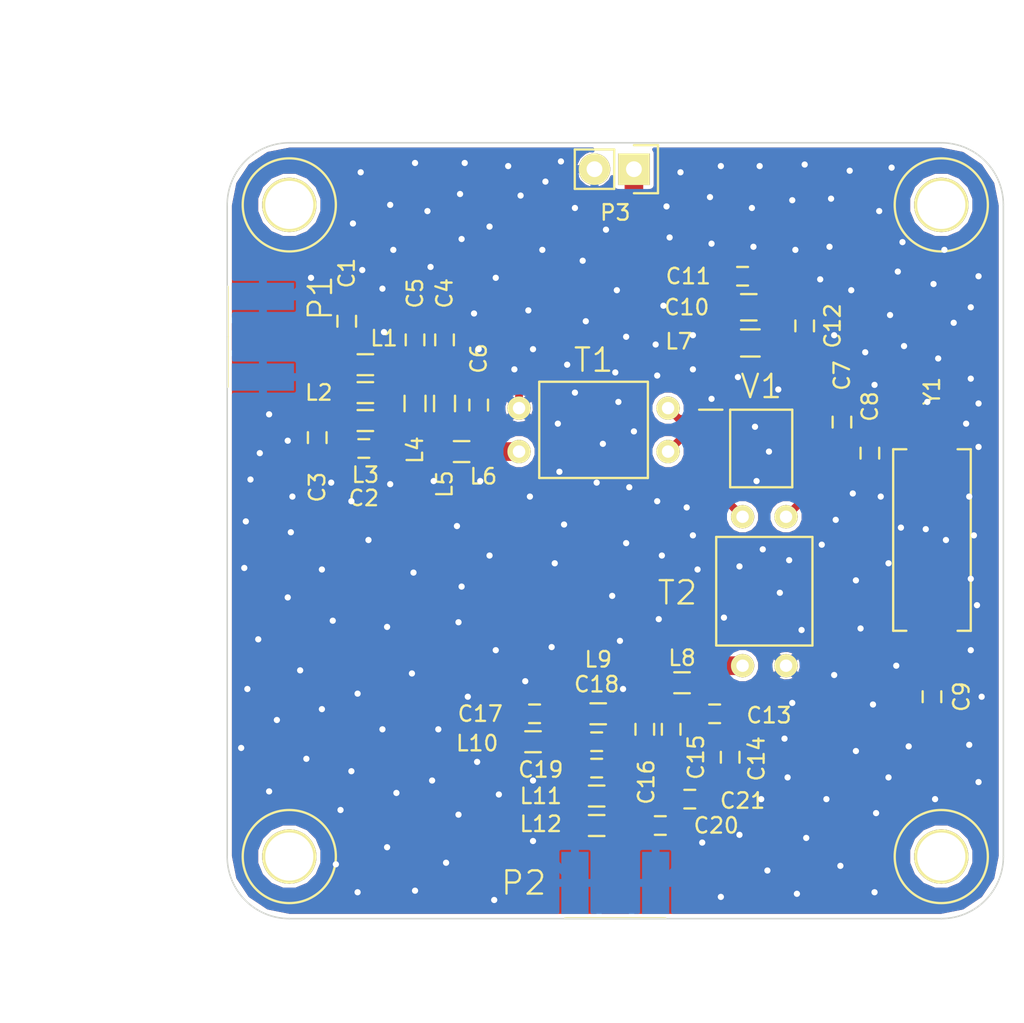
<source format=kicad_pcb>
(kicad_pcb (version 4) (host pcbnew "(2015-09-15 BZR 6198)-product")

  (general
    (links 66)
    (no_connects 0)
    (area 163.000001 39.15 235.825 106.700001)
    (thickness 1.6)
    (drawings 19)
    (tracks 673)
    (zones 0)
    (modules 44)
    (nets 27)
  )

  (page A4)
  (layers
    (0 F.Cu signal)
    (31 B.Cu signal)
    (32 B.Adhes user)
    (33 F.Adhes user)
    (34 B.Paste user)
    (35 F.Paste user)
    (36 B.SilkS user)
    (37 F.SilkS user)
    (38 B.Mask user)
    (39 F.Mask user)
    (40 Dwgs.User user)
    (41 Cmts.User user)
    (42 Eco1.User user)
    (43 Eco2.User user)
    (44 Edge.Cuts user)
    (45 Margin user)
    (46 B.CrtYd user)
    (47 F.CrtYd user)
    (48 B.Fab user)
    (49 F.Fab user)
  )

  (setup
    (last_trace_width 0.5)
    (trace_clearance 0.25)
    (zone_clearance 0.254)
    (zone_45_only no)
    (trace_min 0.2)
    (segment_width 0.2)
    (edge_width 0.1)
    (via_size 0.6)
    (via_drill 0.4)
    (via_min_size 0.4)
    (via_min_drill 0.3)
    (uvia_size 0.3)
    (uvia_drill 0.1)
    (uvias_allowed no)
    (uvia_min_size 0.2)
    (uvia_min_drill 0.1)
    (pcb_text_width 0.3)
    (pcb_text_size 1.5 1.5)
    (mod_edge_width 0.15)
    (mod_text_size 1 1)
    (mod_text_width 0.15)
    (pad_size 1.5 1.5)
    (pad_drill 0.6)
    (pad_to_mask_clearance 0)
    (aux_axis_origin 0 0)
    (visible_elements FFFEFF7F)
    (pcbplotparams
      (layerselection 0x010e0_80000001)
      (usegerberextensions false)
      (excludeedgelayer true)
      (linewidth 0.100000)
      (plotframeref false)
      (viasonmask false)
      (mode 1)
      (useauxorigin false)
      (hpglpennumber 1)
      (hpglpenspeed 20)
      (hpglpendiameter 15)
      (hpglpenoverlay 2)
      (psnegative false)
      (psa4output false)
      (plotreference true)
      (plotvalue true)
      (plotinvisibletext false)
      (padsonsilk false)
      (subtractmaskfromsilk false)
      (outputformat 1)
      (mirror false)
      (drillshape 0)
      (scaleselection 1)
      (outputdirectory gerbers/))
  )

  (net 0 "")
  (net 1 /RF)
  (net 2 GND)
  (net 3 "Net-(C2-Pad1)")
  (net 4 "Net-(C4-Pad1)")
  (net 5 "Net-(C6-Pad1)")
  (net 6 "Net-(C7-Pad2)")
  (net 7 "Net-(C8-Pad2)")
  (net 8 "Net-(C9-Pad1)")
  (net 9 +5V)
  (net 10 "Net-(C12-Pad1)")
  (net 11 "Net-(C13-Pad1)")
  (net 12 "Net-(C13-Pad2)")
  (net 13 "Net-(C15-Pad2)")
  (net 14 "Net-(C16-Pad2)")
  (net 15 "Net-(C17-Pad2)")
  (net 16 "Net-(C18-Pad2)")
  (net 17 "Net-(C19-Pad2)")
  (net 18 "Net-(C20-Pad1)")
  (net 19 /IF)
  (net 20 "Net-(L1-Pad2)")
  (net 21 "Net-(L3-Pad2)")
  (net 22 "Net-(L5-Pad2)")
  (net 23 "Net-(T1-Pad3)")
  (net 24 "Net-(T1-Pad4)")
  (net 25 "Net-(T2-Pad1)")
  (net 26 "Net-(T2-Pad2)")

  (net_class Default "This is the default net class."
    (clearance 0.25)
    (trace_width 0.5)
    (via_dia 0.6)
    (via_drill 0.4)
    (uvia_dia 0.3)
    (uvia_drill 0.1)
    (add_net +5V)
    (add_net /IF)
    (add_net /RF)
    (add_net GND)
    (add_net "Net-(C12-Pad1)")
    (add_net "Net-(C13-Pad1)")
    (add_net "Net-(C13-Pad2)")
    (add_net "Net-(C15-Pad2)")
    (add_net "Net-(C16-Pad2)")
    (add_net "Net-(C17-Pad2)")
    (add_net "Net-(C18-Pad2)")
    (add_net "Net-(C19-Pad2)")
    (add_net "Net-(C2-Pad1)")
    (add_net "Net-(C20-Pad1)")
    (add_net "Net-(C4-Pad1)")
    (add_net "Net-(C6-Pad1)")
    (add_net "Net-(C7-Pad2)")
    (add_net "Net-(C8-Pad2)")
    (add_net "Net-(C9-Pad1)")
    (add_net "Net-(L1-Pad2)")
    (add_net "Net-(L3-Pad2)")
    (add_net "Net-(L5-Pad2)")
    (add_net "Net-(T1-Pad3)")
    (add_net "Net-(T1-Pad4)")
    (add_net "Net-(T2-Pad1)")
    (add_net "Net-(T2-Pad2)")
  )

  (module Capacitors_SMD:C_0603_HandSoldering (layer F.Cu) (tedit 56100EC5) (tstamp 560FF4FD)
    (at 185.7 59.5 90)
    (descr "Capacitor SMD 0603, hand soldering")
    (tags "capacitor 0603")
    (path /561201AA)
    (attr smd)
    (fp_text reference C1 (at 3.1 0 90) (layer F.SilkS)
      (effects (font (size 1 1) (thickness 0.15)))
    )
    (fp_text value 68p (at 0 1.9 90) (layer F.Fab)
      (effects (font (size 1 1) (thickness 0.15)))
    )
    (fp_line (start -1.85 -0.75) (end 1.85 -0.75) (layer F.CrtYd) (width 0.05))
    (fp_line (start -1.85 0.75) (end 1.85 0.75) (layer F.CrtYd) (width 0.05))
    (fp_line (start -1.85 -0.75) (end -1.85 0.75) (layer F.CrtYd) (width 0.05))
    (fp_line (start 1.85 -0.75) (end 1.85 0.75) (layer F.CrtYd) (width 0.05))
    (fp_line (start -0.35 -0.6) (end 0.35 -0.6) (layer F.SilkS) (width 0.15))
    (fp_line (start 0.35 0.6) (end -0.35 0.6) (layer F.SilkS) (width 0.15))
    (pad 1 smd rect (at -0.95 0 90) (size 1.2 0.75) (layers F.Cu F.Paste F.Mask)
      (net 1 /RF))
    (pad 2 smd rect (at 0.95 0 90) (size 1.2 0.75) (layers F.Cu F.Paste F.Mask)
      (net 2 GND))
    (model Capacitors_SMD.3dshapes/C_0603_HandSoldering.wrl
      (at (xyz 0 0 0))
      (scale (xyz 1 1 1))
      (rotate (xyz 0 0 0))
    )
  )

  (module Capacitors_SMD:C_0603_HandSoldering (layer F.Cu) (tedit 56100EB9) (tstamp 560FF503)
    (at 186.8 67.7)
    (descr "Capacitor SMD 0603, hand soldering")
    (tags "capacitor 0603")
    (path /561202EC)
    (attr smd)
    (fp_text reference C2 (at 0 3.2) (layer F.SilkS)
      (effects (font (size 1 1) (thickness 0.15)))
    )
    (fp_text value 220p (at 0 1.9) (layer F.Fab)
      (effects (font (size 1 1) (thickness 0.15)))
    )
    (fp_line (start -1.85 -0.75) (end 1.85 -0.75) (layer F.CrtYd) (width 0.05))
    (fp_line (start -1.85 0.75) (end 1.85 0.75) (layer F.CrtYd) (width 0.05))
    (fp_line (start -1.85 -0.75) (end -1.85 0.75) (layer F.CrtYd) (width 0.05))
    (fp_line (start 1.85 -0.75) (end 1.85 0.75) (layer F.CrtYd) (width 0.05))
    (fp_line (start -0.35 -0.6) (end 0.35 -0.6) (layer F.SilkS) (width 0.15))
    (fp_line (start 0.35 0.6) (end -0.35 0.6) (layer F.SilkS) (width 0.15))
    (pad 1 smd rect (at -0.95 0) (size 1.2 0.75) (layers F.Cu F.Paste F.Mask)
      (net 3 "Net-(C2-Pad1)"))
    (pad 2 smd rect (at 0.95 0) (size 1.2 0.75) (layers F.Cu F.Paste F.Mask)
      (net 2 GND))
    (model Capacitors_SMD.3dshapes/C_0603_HandSoldering.wrl
      (at (xyz 0 0 0))
      (scale (xyz 1 1 1))
      (rotate (xyz 0 0 0))
    )
  )

  (module Capacitors_SMD:C_0603_HandSoldering (layer F.Cu) (tedit 56100ED0) (tstamp 560FF509)
    (at 183.8 67 90)
    (descr "Capacitor SMD 0603, hand soldering")
    (tags "capacitor 0603")
    (path /5612BE48)
    (attr smd)
    (fp_text reference C3 (at -3.2 0 90) (layer F.SilkS)
      (effects (font (size 1 1) (thickness 0.15)))
    )
    (fp_text value 68p (at 0 1.9 90) (layer F.Fab)
      (effects (font (size 1 1) (thickness 0.15)))
    )
    (fp_line (start -1.85 -0.75) (end 1.85 -0.75) (layer F.CrtYd) (width 0.05))
    (fp_line (start -1.85 0.75) (end 1.85 0.75) (layer F.CrtYd) (width 0.05))
    (fp_line (start -1.85 -0.75) (end -1.85 0.75) (layer F.CrtYd) (width 0.05))
    (fp_line (start 1.85 -0.75) (end 1.85 0.75) (layer F.CrtYd) (width 0.05))
    (fp_line (start -0.35 -0.6) (end 0.35 -0.6) (layer F.SilkS) (width 0.15))
    (fp_line (start 0.35 0.6) (end -0.35 0.6) (layer F.SilkS) (width 0.15))
    (pad 1 smd rect (at -0.95 0 90) (size 1.2 0.75) (layers F.Cu F.Paste F.Mask)
      (net 2 GND))
    (pad 2 smd rect (at 0.95 0 90) (size 1.2 0.75) (layers F.Cu F.Paste F.Mask)
      (net 3 "Net-(C2-Pad1)"))
    (model Capacitors_SMD.3dshapes/C_0603_HandSoldering.wrl
      (at (xyz 0 0 0))
      (scale (xyz 1 1 1))
      (rotate (xyz 0 0 0))
    )
  )

  (module Capacitors_SMD:C_0603_HandSoldering (layer F.Cu) (tedit 56100ED9) (tstamp 560FF50F)
    (at 192 60.7 90)
    (descr "Capacitor SMD 0603, hand soldering")
    (tags "capacitor 0603")
    (path /5612044E)
    (attr smd)
    (fp_text reference C4 (at 3 0 90) (layer F.SilkS)
      (effects (font (size 1 1) (thickness 0.15)))
    )
    (fp_text value 220p (at 0 1.9 90) (layer F.Fab)
      (effects (font (size 1 1) (thickness 0.15)))
    )
    (fp_line (start -1.85 -0.75) (end 1.85 -0.75) (layer F.CrtYd) (width 0.05))
    (fp_line (start -1.85 0.75) (end 1.85 0.75) (layer F.CrtYd) (width 0.05))
    (fp_line (start -1.85 -0.75) (end -1.85 0.75) (layer F.CrtYd) (width 0.05))
    (fp_line (start 1.85 -0.75) (end 1.85 0.75) (layer F.CrtYd) (width 0.05))
    (fp_line (start -0.35 -0.6) (end 0.35 -0.6) (layer F.SilkS) (width 0.15))
    (fp_line (start 0.35 0.6) (end -0.35 0.6) (layer F.SilkS) (width 0.15))
    (pad 1 smd rect (at -0.95 0 90) (size 1.2 0.75) (layers F.Cu F.Paste F.Mask)
      (net 4 "Net-(C4-Pad1)"))
    (pad 2 smd rect (at 0.95 0 90) (size 1.2 0.75) (layers F.Cu F.Paste F.Mask)
      (net 2 GND))
    (model Capacitors_SMD.3dshapes/C_0603_HandSoldering.wrl
      (at (xyz 0 0 0))
      (scale (xyz 1 1 1))
      (rotate (xyz 0 0 0))
    )
  )

  (module Capacitors_SMD:C_0603_HandSoldering (layer F.Cu) (tedit 56100ED5) (tstamp 560FF515)
    (at 190.1 60.7 270)
    (descr "Capacitor SMD 0603, hand soldering")
    (tags "capacitor 0603")
    (path /5612C634)
    (attr smd)
    (fp_text reference C5 (at -3 0 270) (layer F.SilkS)
      (effects (font (size 1 1) (thickness 0.15)))
    )
    (fp_text value 68p (at 0 1.9 270) (layer F.Fab)
      (effects (font (size 1 1) (thickness 0.15)))
    )
    (fp_line (start -1.85 -0.75) (end 1.85 -0.75) (layer F.CrtYd) (width 0.05))
    (fp_line (start -1.85 0.75) (end 1.85 0.75) (layer F.CrtYd) (width 0.05))
    (fp_line (start -1.85 -0.75) (end -1.85 0.75) (layer F.CrtYd) (width 0.05))
    (fp_line (start 1.85 -0.75) (end 1.85 0.75) (layer F.CrtYd) (width 0.05))
    (fp_line (start -0.35 -0.6) (end 0.35 -0.6) (layer F.SilkS) (width 0.15))
    (fp_line (start 0.35 0.6) (end -0.35 0.6) (layer F.SilkS) (width 0.15))
    (pad 1 smd rect (at -0.95 0 270) (size 1.2 0.75) (layers F.Cu F.Paste F.Mask)
      (net 2 GND))
    (pad 2 smd rect (at 0.95 0 270) (size 1.2 0.75) (layers F.Cu F.Paste F.Mask)
      (net 4 "Net-(C4-Pad1)"))
    (model Capacitors_SMD.3dshapes/C_0603_HandSoldering.wrl
      (at (xyz 0 0 0))
      (scale (xyz 1 1 1))
      (rotate (xyz 0 0 0))
    )
  )

  (module Capacitors_SMD:C_0603_HandSoldering (layer F.Cu) (tedit 56100708) (tstamp 560FF51B)
    (at 194.2 64.9 90)
    (descr "Capacitor SMD 0603, hand soldering")
    (tags "capacitor 0603")
    (path /56120492)
    (attr smd)
    (fp_text reference C6 (at 3 0 90) (layer F.SilkS)
      (effects (font (size 1 1) (thickness 0.15)))
    )
    (fp_text value 68p (at 0 1.9 90) (layer F.Fab)
      (effects (font (size 1 1) (thickness 0.15)))
    )
    (fp_line (start -1.85 -0.75) (end 1.85 -0.75) (layer F.CrtYd) (width 0.05))
    (fp_line (start -1.85 0.75) (end 1.85 0.75) (layer F.CrtYd) (width 0.05))
    (fp_line (start -1.85 -0.75) (end -1.85 0.75) (layer F.CrtYd) (width 0.05))
    (fp_line (start 1.85 -0.75) (end 1.85 0.75) (layer F.CrtYd) (width 0.05))
    (fp_line (start -0.35 -0.6) (end 0.35 -0.6) (layer F.SilkS) (width 0.15))
    (fp_line (start 0.35 0.6) (end -0.35 0.6) (layer F.SilkS) (width 0.15))
    (pad 1 smd rect (at -0.95 0 90) (size 1.2 0.75) (layers F.Cu F.Paste F.Mask)
      (net 5 "Net-(C6-Pad1)"))
    (pad 2 smd rect (at 0.95 0 90) (size 1.2 0.75) (layers F.Cu F.Paste F.Mask)
      (net 2 GND))
    (model Capacitors_SMD.3dshapes/C_0603_HandSoldering.wrl
      (at (xyz 0 0 0))
      (scale (xyz 1 1 1))
      (rotate (xyz 0 0 0))
    )
  )

  (module Capacitors_SMD:C_0603_HandSoldering (layer F.Cu) (tedit 56100E3F) (tstamp 560FF521)
    (at 217.6 66 270)
    (descr "Capacitor SMD 0603, hand soldering")
    (tags "capacitor 0603")
    (path /56123C50)
    (attr smd)
    (fp_text reference C7 (at -3 0 270) (layer F.SilkS)
      (effects (font (size 1 1) (thickness 0.15)))
    )
    (fp_text value 22p (at 0 1.9 270) (layer F.Fab)
      (effects (font (size 1 1) (thickness 0.15)))
    )
    (fp_line (start -1.85 -0.75) (end 1.85 -0.75) (layer F.CrtYd) (width 0.05))
    (fp_line (start -1.85 0.75) (end 1.85 0.75) (layer F.CrtYd) (width 0.05))
    (fp_line (start -1.85 -0.75) (end -1.85 0.75) (layer F.CrtYd) (width 0.05))
    (fp_line (start 1.85 -0.75) (end 1.85 0.75) (layer F.CrtYd) (width 0.05))
    (fp_line (start -0.35 -0.6) (end 0.35 -0.6) (layer F.SilkS) (width 0.15))
    (fp_line (start 0.35 0.6) (end -0.35 0.6) (layer F.SilkS) (width 0.15))
    (pad 1 smd rect (at -0.95 0 270) (size 1.2 0.75) (layers F.Cu F.Paste F.Mask)
      (net 2 GND))
    (pad 2 smd rect (at 0.95 0 270) (size 1.2 0.75) (layers F.Cu F.Paste F.Mask)
      (net 6 "Net-(C7-Pad2)"))
    (model Capacitors_SMD.3dshapes/C_0603_HandSoldering.wrl
      (at (xyz 0 0 0))
      (scale (xyz 1 1 1))
      (rotate (xyz 0 0 0))
    )
  )

  (module Capacitors_SMD:C_0603_HandSoldering (layer F.Cu) (tedit 56100E44) (tstamp 560FF527)
    (at 219.4 68 270)
    (descr "Capacitor SMD 0603, hand soldering")
    (tags "capacitor 0603")
    (path /56123BE8)
    (attr smd)
    (fp_text reference C8 (at -3 0 270) (layer F.SilkS)
      (effects (font (size 1 1) (thickness 0.15)))
    )
    (fp_text value 22p (at 0 1.9 270) (layer F.Fab)
      (effects (font (size 1 1) (thickness 0.15)))
    )
    (fp_line (start -1.85 -0.75) (end 1.85 -0.75) (layer F.CrtYd) (width 0.05))
    (fp_line (start -1.85 0.75) (end 1.85 0.75) (layer F.CrtYd) (width 0.05))
    (fp_line (start -1.85 -0.75) (end -1.85 0.75) (layer F.CrtYd) (width 0.05))
    (fp_line (start 1.85 -0.75) (end 1.85 0.75) (layer F.CrtYd) (width 0.05))
    (fp_line (start -0.35 -0.6) (end 0.35 -0.6) (layer F.SilkS) (width 0.15))
    (fp_line (start 0.35 0.6) (end -0.35 0.6) (layer F.SilkS) (width 0.15))
    (pad 1 smd rect (at -0.95 0 270) (size 1.2 0.75) (layers F.Cu F.Paste F.Mask)
      (net 6 "Net-(C7-Pad2)"))
    (pad 2 smd rect (at 0.95 0 270) (size 1.2 0.75) (layers F.Cu F.Paste F.Mask)
      (net 7 "Net-(C8-Pad2)"))
    (model Capacitors_SMD.3dshapes/C_0603_HandSoldering.wrl
      (at (xyz 0 0 0))
      (scale (xyz 1 1 1))
      (rotate (xyz 0 0 0))
    )
  )

  (module Capacitors_SMD:C_0603_HandSoldering (layer F.Cu) (tedit 541A9B4D) (tstamp 560FF52D)
    (at 223.4 83.7 270)
    (descr "Capacitor SMD 0603, hand soldering")
    (tags "capacitor 0603")
    (path /5613B198)
    (attr smd)
    (fp_text reference C9 (at 0 -1.9 270) (layer F.SilkS)
      (effects (font (size 1 1) (thickness 0.15)))
    )
    (fp_text value 10p (at 0 1.9 270) (layer F.Fab)
      (effects (font (size 1 1) (thickness 0.15)))
    )
    (fp_line (start -1.85 -0.75) (end 1.85 -0.75) (layer F.CrtYd) (width 0.05))
    (fp_line (start -1.85 0.75) (end 1.85 0.75) (layer F.CrtYd) (width 0.05))
    (fp_line (start -1.85 -0.75) (end -1.85 0.75) (layer F.CrtYd) (width 0.05))
    (fp_line (start 1.85 -0.75) (end 1.85 0.75) (layer F.CrtYd) (width 0.05))
    (fp_line (start -0.35 -0.6) (end 0.35 -0.6) (layer F.SilkS) (width 0.15))
    (fp_line (start 0.35 0.6) (end -0.35 0.6) (layer F.SilkS) (width 0.15))
    (pad 1 smd rect (at -0.95 0 270) (size 1.2 0.75) (layers F.Cu F.Paste F.Mask)
      (net 8 "Net-(C9-Pad1)"))
    (pad 2 smd rect (at 0.95 0 270) (size 1.2 0.75) (layers F.Cu F.Paste F.Mask)
      (net 2 GND))
    (model Capacitors_SMD.3dshapes/C_0603_HandSoldering.wrl
      (at (xyz 0 0 0))
      (scale (xyz 1 1 1))
      (rotate (xyz 0 0 0))
    )
  )

  (module Capacitors_SMD:C_0805_HandSoldering (layer F.Cu) (tedit 56100F00) (tstamp 560FF533)
    (at 211.6 58.6)
    (descr "Capacitor SMD 0805, hand soldering")
    (tags "capacitor 0805")
    (path /56129A30)
    (attr smd)
    (fp_text reference C10 (at -4 0) (layer F.SilkS)
      (effects (font (size 1 1) (thickness 0.15)))
    )
    (fp_text value 1u (at 0 2.1) (layer F.Fab)
      (effects (font (size 1 1) (thickness 0.15)))
    )
    (fp_line (start -2.3 -1) (end 2.3 -1) (layer F.CrtYd) (width 0.05))
    (fp_line (start -2.3 1) (end 2.3 1) (layer F.CrtYd) (width 0.05))
    (fp_line (start -2.3 -1) (end -2.3 1) (layer F.CrtYd) (width 0.05))
    (fp_line (start 2.3 -1) (end 2.3 1) (layer F.CrtYd) (width 0.05))
    (fp_line (start 0.5 -0.85) (end -0.5 -0.85) (layer F.SilkS) (width 0.15))
    (fp_line (start -0.5 0.85) (end 0.5 0.85) (layer F.SilkS) (width 0.15))
    (pad 1 smd rect (at -1.25 0) (size 1.5 1.25) (layers F.Cu F.Paste F.Mask)
      (net 9 +5V))
    (pad 2 smd rect (at 1.25 0) (size 1.5 1.25) (layers F.Cu F.Paste F.Mask)
      (net 2 GND))
    (model Capacitors_SMD.3dshapes/C_0805_HandSoldering.wrl
      (at (xyz 0 0 0))
      (scale (xyz 1 1 1))
      (rotate (xyz 0 0 0))
    )
  )

  (module Capacitors_SMD:C_0603_HandSoldering (layer F.Cu) (tedit 56100F08) (tstamp 560FF539)
    (at 211.2 56.6)
    (descr "Capacitor SMD 0603, hand soldering")
    (tags "capacitor 0603")
    (path /561299B4)
    (attr smd)
    (fp_text reference C11 (at -3.5 0) (layer F.SilkS)
      (effects (font (size 1 1) (thickness 0.15)))
    )
    (fp_text value 100n (at 0 1.9) (layer F.Fab)
      (effects (font (size 1 1) (thickness 0.15)))
    )
    (fp_line (start -1.85 -0.75) (end 1.85 -0.75) (layer F.CrtYd) (width 0.05))
    (fp_line (start -1.85 0.75) (end 1.85 0.75) (layer F.CrtYd) (width 0.05))
    (fp_line (start -1.85 -0.75) (end -1.85 0.75) (layer F.CrtYd) (width 0.05))
    (fp_line (start 1.85 -0.75) (end 1.85 0.75) (layer F.CrtYd) (width 0.05))
    (fp_line (start -0.35 -0.6) (end 0.35 -0.6) (layer F.SilkS) (width 0.15))
    (fp_line (start 0.35 0.6) (end -0.35 0.6) (layer F.SilkS) (width 0.15))
    (pad 1 smd rect (at -0.95 0) (size 1.2 0.75) (layers F.Cu F.Paste F.Mask)
      (net 9 +5V))
    (pad 2 smd rect (at 0.95 0) (size 1.2 0.75) (layers F.Cu F.Paste F.Mask)
      (net 2 GND))
    (model Capacitors_SMD.3dshapes/C_0603_HandSoldering.wrl
      (at (xyz 0 0 0))
      (scale (xyz 1 1 1))
      (rotate (xyz 0 0 0))
    )
  )

  (module Capacitors_SMD:C_0603_HandSoldering (layer F.Cu) (tedit 56100EFC) (tstamp 560FF53F)
    (at 215.2 59.8 90)
    (descr "Capacitor SMD 0603, hand soldering")
    (tags "capacitor 0603")
    (path /56121C05)
    (attr smd)
    (fp_text reference C12 (at 0 1.8 90) (layer F.SilkS)
      (effects (font (size 1 1) (thickness 0.15)))
    )
    (fp_text value 10n (at 0 1.9 90) (layer F.Fab)
      (effects (font (size 1 1) (thickness 0.15)))
    )
    (fp_line (start -1.85 -0.75) (end 1.85 -0.75) (layer F.CrtYd) (width 0.05))
    (fp_line (start -1.85 0.75) (end 1.85 0.75) (layer F.CrtYd) (width 0.05))
    (fp_line (start -1.85 -0.75) (end -1.85 0.75) (layer F.CrtYd) (width 0.05))
    (fp_line (start 1.85 -0.75) (end 1.85 0.75) (layer F.CrtYd) (width 0.05))
    (fp_line (start -0.35 -0.6) (end 0.35 -0.6) (layer F.SilkS) (width 0.15))
    (fp_line (start 0.35 0.6) (end -0.35 0.6) (layer F.SilkS) (width 0.15))
    (pad 1 smd rect (at -0.95 0 90) (size 1.2 0.75) (layers F.Cu F.Paste F.Mask)
      (net 10 "Net-(C12-Pad1)"))
    (pad 2 smd rect (at 0.95 0 90) (size 1.2 0.75) (layers F.Cu F.Paste F.Mask)
      (net 2 GND))
    (model Capacitors_SMD.3dshapes/C_0603_HandSoldering.wrl
      (at (xyz 0 0 0))
      (scale (xyz 1 1 1))
      (rotate (xyz 0 0 0))
    )
  )

  (module Capacitors_SMD:C_0603_HandSoldering (layer F.Cu) (tedit 56100E90) (tstamp 560FF545)
    (at 209.4 84.8 180)
    (descr "Capacitor SMD 0603, hand soldering")
    (tags "capacitor 0603")
    (path /561262E4)
    (attr smd)
    (fp_text reference C13 (at -3.5 -0.1 180) (layer F.SilkS)
      (effects (font (size 1 1) (thickness 0.15)))
    )
    (fp_text value 330p (at 0 1.9 180) (layer F.Fab)
      (effects (font (size 1 1) (thickness 0.15)))
    )
    (fp_line (start -1.85 -0.75) (end 1.85 -0.75) (layer F.CrtYd) (width 0.05))
    (fp_line (start -1.85 0.75) (end 1.85 0.75) (layer F.CrtYd) (width 0.05))
    (fp_line (start -1.85 -0.75) (end -1.85 0.75) (layer F.CrtYd) (width 0.05))
    (fp_line (start 1.85 -0.75) (end 1.85 0.75) (layer F.CrtYd) (width 0.05))
    (fp_line (start -0.35 -0.6) (end 0.35 -0.6) (layer F.SilkS) (width 0.15))
    (fp_line (start 0.35 0.6) (end -0.35 0.6) (layer F.SilkS) (width 0.15))
    (pad 1 smd rect (at -0.95 0 180) (size 1.2 0.75) (layers F.Cu F.Paste F.Mask)
      (net 11 "Net-(C13-Pad1)"))
    (pad 2 smd rect (at 0.95 0 180) (size 1.2 0.75) (layers F.Cu F.Paste F.Mask)
      (net 12 "Net-(C13-Pad2)"))
    (model Capacitors_SMD.3dshapes/C_0603_HandSoldering.wrl
      (at (xyz 0 0 0))
      (scale (xyz 1 1 1))
      (rotate (xyz 0 0 0))
    )
  )

  (module Capacitors_SMD:C_0603_HandSoldering (layer F.Cu) (tedit 56100E8C) (tstamp 560FF54B)
    (at 210.4 87.6 90)
    (descr "Capacitor SMD 0603, hand soldering")
    (tags "capacitor 0603")
    (path /5612D447)
    (attr smd)
    (fp_text reference C14 (at -0.1 1.7 90) (layer F.SilkS)
      (effects (font (size 1 1) (thickness 0.15)))
    )
    (fp_text value 150p (at 0 1.9 90) (layer F.Fab)
      (effects (font (size 1 1) (thickness 0.15)))
    )
    (fp_line (start -1.85 -0.75) (end 1.85 -0.75) (layer F.CrtYd) (width 0.05))
    (fp_line (start -1.85 0.75) (end 1.85 0.75) (layer F.CrtYd) (width 0.05))
    (fp_line (start -1.85 -0.75) (end -1.85 0.75) (layer F.CrtYd) (width 0.05))
    (fp_line (start 1.85 -0.75) (end 1.85 0.75) (layer F.CrtYd) (width 0.05))
    (fp_line (start -0.35 -0.6) (end 0.35 -0.6) (layer F.SilkS) (width 0.15))
    (fp_line (start 0.35 0.6) (end -0.35 0.6) (layer F.SilkS) (width 0.15))
    (pad 1 smd rect (at -0.95 0 90) (size 1.2 0.75) (layers F.Cu F.Paste F.Mask)
      (net 2 GND))
    (pad 2 smd rect (at 0.95 0 90) (size 1.2 0.75) (layers F.Cu F.Paste F.Mask)
      (net 11 "Net-(C13-Pad1)"))
    (model Capacitors_SMD.3dshapes/C_0603_HandSoldering.wrl
      (at (xyz 0 0 0))
      (scale (xyz 1 1 1))
      (rotate (xyz 0 0 0))
    )
  )

  (module Capacitors_SMD:C_0603_HandSoldering (layer F.Cu) (tedit 56100E93) (tstamp 560FF551)
    (at 206.6 85.8 270)
    (descr "Capacitor SMD 0603, hand soldering")
    (tags "capacitor 0603")
    (path /561264C9)
    (attr smd)
    (fp_text reference C15 (at 1.8 -1.6 270) (layer F.SilkS)
      (effects (font (size 1 1) (thickness 0.15)))
    )
    (fp_text value 47p (at 0 1.9 270) (layer F.Fab)
      (effects (font (size 1 1) (thickness 0.15)))
    )
    (fp_line (start -1.85 -0.75) (end 1.85 -0.75) (layer F.CrtYd) (width 0.05))
    (fp_line (start -1.85 0.75) (end 1.85 0.75) (layer F.CrtYd) (width 0.05))
    (fp_line (start -1.85 -0.75) (end -1.85 0.75) (layer F.CrtYd) (width 0.05))
    (fp_line (start 1.85 -0.75) (end 1.85 0.75) (layer F.CrtYd) (width 0.05))
    (fp_line (start -0.35 -0.6) (end 0.35 -0.6) (layer F.SilkS) (width 0.15))
    (fp_line (start 0.35 0.6) (end -0.35 0.6) (layer F.SilkS) (width 0.15))
    (pad 1 smd rect (at -0.95 0 270) (size 1.2 0.75) (layers F.Cu F.Paste F.Mask)
      (net 12 "Net-(C13-Pad2)"))
    (pad 2 smd rect (at 0.95 0 270) (size 1.2 0.75) (layers F.Cu F.Paste F.Mask)
      (net 13 "Net-(C15-Pad2)"))
    (model Capacitors_SMD.3dshapes/C_0603_HandSoldering.wrl
      (at (xyz 0 0 0))
      (scale (xyz 1 1 1))
      (rotate (xyz 0 0 0))
    )
  )

  (module Capacitors_SMD:C_0603_HandSoldering (layer F.Cu) (tedit 56100E9B) (tstamp 560FF557)
    (at 204.9 85.8 90)
    (descr "Capacitor SMD 0603, hand soldering")
    (tags "capacitor 0603")
    (path /5612EC90)
    (attr smd)
    (fp_text reference C16 (at -3.4 0.1 90) (layer F.SilkS)
      (effects (font (size 1 1) (thickness 0.15)))
    )
    (fp_text value 150p (at 0 1.9 90) (layer F.Fab)
      (effects (font (size 1 1) (thickness 0.15)))
    )
    (fp_line (start -1.85 -0.75) (end 1.85 -0.75) (layer F.CrtYd) (width 0.05))
    (fp_line (start -1.85 0.75) (end 1.85 0.75) (layer F.CrtYd) (width 0.05))
    (fp_line (start -1.85 -0.75) (end -1.85 0.75) (layer F.CrtYd) (width 0.05))
    (fp_line (start 1.85 -0.75) (end 1.85 0.75) (layer F.CrtYd) (width 0.05))
    (fp_line (start -0.35 -0.6) (end 0.35 -0.6) (layer F.SilkS) (width 0.15))
    (fp_line (start 0.35 0.6) (end -0.35 0.6) (layer F.SilkS) (width 0.15))
    (pad 1 smd rect (at -0.95 0 90) (size 1.2 0.75) (layers F.Cu F.Paste F.Mask)
      (net 13 "Net-(C15-Pad2)"))
    (pad 2 smd rect (at 0.95 0 90) (size 1.2 0.75) (layers F.Cu F.Paste F.Mask)
      (net 14 "Net-(C16-Pad2)"))
    (model Capacitors_SMD.3dshapes/C_0603_HandSoldering.wrl
      (at (xyz 0 0 0))
      (scale (xyz 1 1 1))
      (rotate (xyz 0 0 0))
    )
  )

  (module Capacitors_SMD:C_0603_HandSoldering (layer F.Cu) (tedit 56100E52) (tstamp 560FF55D)
    (at 197.8 84.8)
    (descr "Capacitor SMD 0603, hand soldering")
    (tags "capacitor 0603")
    (path /56126602)
    (attr smd)
    (fp_text reference C17 (at -3.5 0) (layer F.SilkS)
      (effects (font (size 1 1) (thickness 0.15)))
    )
    (fp_text value 330p (at 0 1.9) (layer F.Fab)
      (effects (font (size 1 1) (thickness 0.15)))
    )
    (fp_line (start -1.85 -0.75) (end 1.85 -0.75) (layer F.CrtYd) (width 0.05))
    (fp_line (start -1.85 0.75) (end 1.85 0.75) (layer F.CrtYd) (width 0.05))
    (fp_line (start -1.85 -0.75) (end -1.85 0.75) (layer F.CrtYd) (width 0.05))
    (fp_line (start 1.85 -0.75) (end 1.85 0.75) (layer F.CrtYd) (width 0.05))
    (fp_line (start -0.35 -0.6) (end 0.35 -0.6) (layer F.SilkS) (width 0.15))
    (fp_line (start 0.35 0.6) (end -0.35 0.6) (layer F.SilkS) (width 0.15))
    (pad 1 smd rect (at -0.95 0) (size 1.2 0.75) (layers F.Cu F.Paste F.Mask)
      (net 2 GND))
    (pad 2 smd rect (at 0.95 0) (size 1.2 0.75) (layers F.Cu F.Paste F.Mask)
      (net 15 "Net-(C17-Pad2)"))
    (model Capacitors_SMD.3dshapes/C_0603_HandSoldering.wrl
      (at (xyz 0 0 0))
      (scale (xyz 1 1 1))
      (rotate (xyz 0 0 0))
    )
  )

  (module Capacitors_SMD:C_0603_HandSoldering (layer F.Cu) (tedit 56100E6A) (tstamp 560FF563)
    (at 201.8 86.6)
    (descr "Capacitor SMD 0603, hand soldering")
    (tags "capacitor 0603")
    (path /561267CD)
    (attr smd)
    (fp_text reference C18 (at 0 -3.7) (layer F.SilkS)
      (effects (font (size 1 1) (thickness 0.15)))
    )
    (fp_text value 47p (at 0 1.9) (layer F.Fab)
      (effects (font (size 1 1) (thickness 0.15)))
    )
    (fp_line (start -1.85 -0.75) (end 1.85 -0.75) (layer F.CrtYd) (width 0.05))
    (fp_line (start -1.85 0.75) (end 1.85 0.75) (layer F.CrtYd) (width 0.05))
    (fp_line (start -1.85 -0.75) (end -1.85 0.75) (layer F.CrtYd) (width 0.05))
    (fp_line (start 1.85 -0.75) (end 1.85 0.75) (layer F.CrtYd) (width 0.05))
    (fp_line (start -0.35 -0.6) (end 0.35 -0.6) (layer F.SilkS) (width 0.15))
    (fp_line (start 0.35 0.6) (end -0.35 0.6) (layer F.SilkS) (width 0.15))
    (pad 1 smd rect (at -0.95 0) (size 1.2 0.75) (layers F.Cu F.Paste F.Mask)
      (net 15 "Net-(C17-Pad2)"))
    (pad 2 smd rect (at 0.95 0) (size 1.2 0.75) (layers F.Cu F.Paste F.Mask)
      (net 16 "Net-(C18-Pad2)"))
    (model Capacitors_SMD.3dshapes/C_0603_HandSoldering.wrl
      (at (xyz 0 0 0))
      (scale (xyz 1 1 1))
      (rotate (xyz 0 0 0))
    )
  )

  (module Capacitors_SMD:C_0603_HandSoldering (layer F.Cu) (tedit 56100E74) (tstamp 560FF569)
    (at 201.8 88.3 180)
    (descr "Capacitor SMD 0603, hand soldering")
    (tags "capacitor 0603")
    (path /5612F383)
    (attr smd)
    (fp_text reference C19 (at 3.6 -0.1 180) (layer F.SilkS)
      (effects (font (size 1 1) (thickness 0.15)))
    )
    (fp_text value 150p (at 0 1.9 180) (layer F.Fab)
      (effects (font (size 1 1) (thickness 0.15)))
    )
    (fp_line (start -1.85 -0.75) (end 1.85 -0.75) (layer F.CrtYd) (width 0.05))
    (fp_line (start -1.85 0.75) (end 1.85 0.75) (layer F.CrtYd) (width 0.05))
    (fp_line (start -1.85 -0.75) (end -1.85 0.75) (layer F.CrtYd) (width 0.05))
    (fp_line (start 1.85 -0.75) (end 1.85 0.75) (layer F.CrtYd) (width 0.05))
    (fp_line (start -0.35 -0.6) (end 0.35 -0.6) (layer F.SilkS) (width 0.15))
    (fp_line (start 0.35 0.6) (end -0.35 0.6) (layer F.SilkS) (width 0.15))
    (pad 1 smd rect (at -0.95 0 180) (size 1.2 0.75) (layers F.Cu F.Paste F.Mask)
      (net 16 "Net-(C18-Pad2)"))
    (pad 2 smd rect (at 0.95 0 180) (size 1.2 0.75) (layers F.Cu F.Paste F.Mask)
      (net 17 "Net-(C19-Pad2)"))
    (model Capacitors_SMD.3dshapes/C_0603_HandSoldering.wrl
      (at (xyz 0 0 0))
      (scale (xyz 1 1 1))
      (rotate (xyz 0 0 0))
    )
  )

  (module Capacitors_SMD:C_0603_HandSoldering (layer F.Cu) (tedit 56100E89) (tstamp 560FF56F)
    (at 205.9 92 180)
    (descr "Capacitor SMD 0603, hand soldering")
    (tags "capacitor 0603")
    (path /561268CC)
    (attr smd)
    (fp_text reference C20 (at -3.6 0 180) (layer F.SilkS)
      (effects (font (size 1 1) (thickness 0.15)))
    )
    (fp_text value 330p (at 0 1.9 180) (layer F.Fab)
      (effects (font (size 1 1) (thickness 0.15)))
    )
    (fp_line (start -1.85 -0.75) (end 1.85 -0.75) (layer F.CrtYd) (width 0.05))
    (fp_line (start -1.85 0.75) (end 1.85 0.75) (layer F.CrtYd) (width 0.05))
    (fp_line (start -1.85 -0.75) (end -1.85 0.75) (layer F.CrtYd) (width 0.05))
    (fp_line (start 1.85 -0.75) (end 1.85 0.75) (layer F.CrtYd) (width 0.05))
    (fp_line (start -0.35 -0.6) (end 0.35 -0.6) (layer F.SilkS) (width 0.15))
    (fp_line (start 0.35 0.6) (end -0.35 0.6) (layer F.SilkS) (width 0.15))
    (pad 1 smd rect (at -0.95 0 180) (size 1.2 0.75) (layers F.Cu F.Paste F.Mask)
      (net 18 "Net-(C20-Pad1)"))
    (pad 2 smd rect (at 0.95 0 180) (size 1.2 0.75) (layers F.Cu F.Paste F.Mask)
      (net 19 /IF))
    (model Capacitors_SMD.3dshapes/C_0603_HandSoldering.wrl
      (at (xyz 0 0 0))
      (scale (xyz 1 1 1))
      (rotate (xyz 0 0 0))
    )
  )

  (module Capacitors_SMD:C_0603_HandSoldering (layer F.Cu) (tedit 56100E87) (tstamp 560FF575)
    (at 207.8 90.3 180)
    (descr "Capacitor SMD 0603, hand soldering")
    (tags "capacitor 0603")
    (path /5612DB10)
    (attr smd)
    (fp_text reference C21 (at -3.4 -0.1 180) (layer F.SilkS)
      (effects (font (size 1 1) (thickness 0.15)))
    )
    (fp_text value 150p (at 0 1.9 180) (layer F.Fab)
      (effects (font (size 1 1) (thickness 0.15)))
    )
    (fp_line (start -1.85 -0.75) (end 1.85 -0.75) (layer F.CrtYd) (width 0.05))
    (fp_line (start -1.85 0.75) (end 1.85 0.75) (layer F.CrtYd) (width 0.05))
    (fp_line (start -1.85 -0.75) (end -1.85 0.75) (layer F.CrtYd) (width 0.05))
    (fp_line (start 1.85 -0.75) (end 1.85 0.75) (layer F.CrtYd) (width 0.05))
    (fp_line (start -0.35 -0.6) (end 0.35 -0.6) (layer F.SilkS) (width 0.15))
    (fp_line (start 0.35 0.6) (end -0.35 0.6) (layer F.SilkS) (width 0.15))
    (pad 1 smd rect (at -0.95 0 180) (size 1.2 0.75) (layers F.Cu F.Paste F.Mask)
      (net 2 GND))
    (pad 2 smd rect (at 0.95 0 180) (size 1.2 0.75) (layers F.Cu F.Paste F.Mask)
      (net 18 "Net-(C20-Pad1)"))
    (model Capacitors_SMD.3dshapes/C_0603_HandSoldering.wrl
      (at (xyz 0 0 0))
      (scale (xyz 1 1 1))
      (rotate (xyz 0 0 0))
    )
  )

  (module Resistors_SMD:R_0603_HandSoldering (layer F.Cu) (tedit 56100EC1) (tstamp 560FF57B)
    (at 186.9 62.3)
    (descr "Resistor SMD 0603, hand soldering")
    (tags "resistor 0603")
    (path /561338BB)
    (attr smd)
    (fp_text reference L1 (at 1.2 -1.7) (layer F.SilkS)
      (effects (font (size 1 1) (thickness 0.15)))
    )
    (fp_text value 33n (at 0 1.9) (layer F.Fab)
      (effects (font (size 1 1) (thickness 0.15)))
    )
    (fp_line (start -2 -0.8) (end 2 -0.8) (layer F.CrtYd) (width 0.05))
    (fp_line (start -2 0.8) (end 2 0.8) (layer F.CrtYd) (width 0.05))
    (fp_line (start -2 -0.8) (end -2 0.8) (layer F.CrtYd) (width 0.05))
    (fp_line (start 2 -0.8) (end 2 0.8) (layer F.CrtYd) (width 0.05))
    (fp_line (start 0.5 0.675) (end -0.5 0.675) (layer F.SilkS) (width 0.15))
    (fp_line (start -0.5 -0.675) (end 0.5 -0.675) (layer F.SilkS) (width 0.15))
    (pad 1 smd rect (at -1.1 0) (size 1.2 0.9) (layers F.Cu F.Paste F.Mask)
      (net 1 /RF))
    (pad 2 smd rect (at 1.1 0) (size 1.2 0.9) (layers F.Cu F.Paste F.Mask)
      (net 20 "Net-(L1-Pad2)"))
    (model Resistors_SMD.3dshapes/R_0603_HandSoldering.wrl
      (at (xyz 0 0 0))
      (scale (xyz 1 1 1))
      (rotate (xyz 0 0 0))
    )
  )

  (module Resistors_SMD:R_0603_HandSoldering (layer F.Cu) (tedit 56100EAB) (tstamp 560FF581)
    (at 186.9 64.1 180)
    (descr "Resistor SMD 0603, hand soldering")
    (tags "resistor 0603")
    (path /561200EB)
    (attr smd)
    (fp_text reference L2 (at 3 0 180) (layer F.SilkS)
      (effects (font (size 1 1) (thickness 0.15)))
    )
    (fp_text value 470n (at 0 1.9 180) (layer F.Fab)
      (effects (font (size 1 1) (thickness 0.15)))
    )
    (fp_line (start -2 -0.8) (end 2 -0.8) (layer F.CrtYd) (width 0.05))
    (fp_line (start -2 0.8) (end 2 0.8) (layer F.CrtYd) (width 0.05))
    (fp_line (start -2 -0.8) (end -2 0.8) (layer F.CrtYd) (width 0.05))
    (fp_line (start 2 -0.8) (end 2 0.8) (layer F.CrtYd) (width 0.05))
    (fp_line (start 0.5 0.675) (end -0.5 0.675) (layer F.SilkS) (width 0.15))
    (fp_line (start -0.5 -0.675) (end 0.5 -0.675) (layer F.SilkS) (width 0.15))
    (pad 1 smd rect (at -1.1 0 180) (size 1.2 0.9) (layers F.Cu F.Paste F.Mask)
      (net 20 "Net-(L1-Pad2)"))
    (pad 2 smd rect (at 1.1 0 180) (size 1.2 0.9) (layers F.Cu F.Paste F.Mask)
      (net 3 "Net-(C2-Pad1)"))
    (model Resistors_SMD.3dshapes/R_0603_HandSoldering.wrl
      (at (xyz 0 0 0))
      (scale (xyz 1 1 1))
      (rotate (xyz 0 0 0))
    )
  )

  (module Resistors_SMD:R_0603_HandSoldering (layer F.Cu) (tedit 56100EB3) (tstamp 560FF587)
    (at 186.9 65.9)
    (descr "Resistor SMD 0603, hand soldering")
    (tags "resistor 0603")
    (path /56132859)
    (attr smd)
    (fp_text reference L3 (at 0 3.5) (layer F.SilkS)
      (effects (font (size 1 1) (thickness 0.15)))
    )
    (fp_text value 680n (at 0 1.9) (layer F.Fab)
      (effects (font (size 1 1) (thickness 0.15)))
    )
    (fp_line (start -2 -0.8) (end 2 -0.8) (layer F.CrtYd) (width 0.05))
    (fp_line (start -2 0.8) (end 2 0.8) (layer F.CrtYd) (width 0.05))
    (fp_line (start -2 -0.8) (end -2 0.8) (layer F.CrtYd) (width 0.05))
    (fp_line (start 2 -0.8) (end 2 0.8) (layer F.CrtYd) (width 0.05))
    (fp_line (start 0.5 0.675) (end -0.5 0.675) (layer F.SilkS) (width 0.15))
    (fp_line (start -0.5 -0.675) (end 0.5 -0.675) (layer F.SilkS) (width 0.15))
    (pad 1 smd rect (at -1.1 0) (size 1.2 0.9) (layers F.Cu F.Paste F.Mask)
      (net 3 "Net-(C2-Pad1)"))
    (pad 2 smd rect (at 1.1 0) (size 1.2 0.9) (layers F.Cu F.Paste F.Mask)
      (net 21 "Net-(L3-Pad2)"))
    (model Resistors_SMD.3dshapes/R_0603_HandSoldering.wrl
      (at (xyz 0 0 0))
      (scale (xyz 1 1 1))
      (rotate (xyz 0 0 0))
    )
  )

  (module Resistors_SMD:R_0603_HandSoldering (layer F.Cu) (tedit 56100EEF) (tstamp 560FF58D)
    (at 190.1 64.8 90)
    (descr "Resistor SMD 0603, hand soldering")
    (tags "resistor 0603")
    (path /561202B5)
    (attr smd)
    (fp_text reference L4 (at -3 0 90) (layer F.SilkS)
      (effects (font (size 1 1) (thickness 0.15)))
    )
    (fp_text value 100n (at 0 1.9 90) (layer F.Fab)
      (effects (font (size 1 1) (thickness 0.15)))
    )
    (fp_line (start -2 -0.8) (end 2 -0.8) (layer F.CrtYd) (width 0.05))
    (fp_line (start -2 0.8) (end 2 0.8) (layer F.CrtYd) (width 0.05))
    (fp_line (start -2 -0.8) (end -2 0.8) (layer F.CrtYd) (width 0.05))
    (fp_line (start 2 -0.8) (end 2 0.8) (layer F.CrtYd) (width 0.05))
    (fp_line (start 0.5 0.675) (end -0.5 0.675) (layer F.SilkS) (width 0.15))
    (fp_line (start -0.5 -0.675) (end 0.5 -0.675) (layer F.SilkS) (width 0.15))
    (pad 1 smd rect (at -1.1 0 90) (size 1.2 0.9) (layers F.Cu F.Paste F.Mask)
      (net 21 "Net-(L3-Pad2)"))
    (pad 2 smd rect (at 1.1 0 90) (size 1.2 0.9) (layers F.Cu F.Paste F.Mask)
      (net 4 "Net-(C4-Pad1)"))
    (model Resistors_SMD.3dshapes/R_0603_HandSoldering.wrl
      (at (xyz 0 0 0))
      (scale (xyz 1 1 1))
      (rotate (xyz 0 0 0))
    )
  )

  (module Resistors_SMD:R_0603_HandSoldering (layer F.Cu) (tedit 56100EE6) (tstamp 560FF593)
    (at 192 64.8 270)
    (descr "Resistor SMD 0603, hand soldering")
    (tags "resistor 0603")
    (path /56133F1F)
    (attr smd)
    (fp_text reference L5 (at 5.2 0 270) (layer F.SilkS)
      (effects (font (size 1 1) (thickness 0.15)))
    )
    (fp_text value 33n (at 0 1.9 270) (layer F.Fab)
      (effects (font (size 1 1) (thickness 0.15)))
    )
    (fp_line (start -2 -0.8) (end 2 -0.8) (layer F.CrtYd) (width 0.05))
    (fp_line (start -2 0.8) (end 2 0.8) (layer F.CrtYd) (width 0.05))
    (fp_line (start -2 -0.8) (end -2 0.8) (layer F.CrtYd) (width 0.05))
    (fp_line (start 2 -0.8) (end 2 0.8) (layer F.CrtYd) (width 0.05))
    (fp_line (start 0.5 0.675) (end -0.5 0.675) (layer F.SilkS) (width 0.15))
    (fp_line (start -0.5 -0.675) (end 0.5 -0.675) (layer F.SilkS) (width 0.15))
    (pad 1 smd rect (at -1.1 0 270) (size 1.2 0.9) (layers F.Cu F.Paste F.Mask)
      (net 4 "Net-(C4-Pad1)"))
    (pad 2 smd rect (at 1.1 0 270) (size 1.2 0.9) (layers F.Cu F.Paste F.Mask)
      (net 22 "Net-(L5-Pad2)"))
    (model Resistors_SMD.3dshapes/R_0603_HandSoldering.wrl
      (at (xyz 0 0 0))
      (scale (xyz 1 1 1))
      (rotate (xyz 0 0 0))
    )
  )

  (module Resistors_SMD:R_0603_HandSoldering (layer F.Cu) (tedit 56100EEB) (tstamp 560FF599)
    (at 193.1 67.9)
    (descr "Resistor SMD 0603, hand soldering")
    (tags "resistor 0603")
    (path /5612040F)
    (attr smd)
    (fp_text reference L6 (at 1.4 1.6) (layer F.SilkS)
      (effects (font (size 1 1) (thickness 0.15)))
    )
    (fp_text value 470n (at 0 1.9) (layer F.Fab)
      (effects (font (size 1 1) (thickness 0.15)))
    )
    (fp_line (start -2 -0.8) (end 2 -0.8) (layer F.CrtYd) (width 0.05))
    (fp_line (start -2 0.8) (end 2 0.8) (layer F.CrtYd) (width 0.05))
    (fp_line (start -2 -0.8) (end -2 0.8) (layer F.CrtYd) (width 0.05))
    (fp_line (start 2 -0.8) (end 2 0.8) (layer F.CrtYd) (width 0.05))
    (fp_line (start 0.5 0.675) (end -0.5 0.675) (layer F.SilkS) (width 0.15))
    (fp_line (start -0.5 -0.675) (end 0.5 -0.675) (layer F.SilkS) (width 0.15))
    (pad 1 smd rect (at -1.1 0) (size 1.2 0.9) (layers F.Cu F.Paste F.Mask)
      (net 22 "Net-(L5-Pad2)"))
    (pad 2 smd rect (at 1.1 0) (size 1.2 0.9) (layers F.Cu F.Paste F.Mask)
      (net 5 "Net-(C6-Pad1)"))
    (model Resistors_SMD.3dshapes/R_0603_HandSoldering.wrl
      (at (xyz 0 0 0))
      (scale (xyz 1 1 1))
      (rotate (xyz 0 0 0))
    )
  )

  (module Resistors_SMD:R_0805_HandSoldering (layer F.Cu) (tedit 56100F04) (tstamp 560FF59F)
    (at 211.7 60.9)
    (descr "Resistor SMD 0805, hand soldering")
    (tags "resistor 0805")
    (path /56121C7B)
    (attr smd)
    (fp_text reference L7 (at -4.6 -0.1) (layer F.SilkS)
      (effects (font (size 1 1) (thickness 0.15)))
    )
    (fp_text value 4u7 (at 0 2.1) (layer F.Fab)
      (effects (font (size 1 1) (thickness 0.15)))
    )
    (fp_line (start -2.4 -1) (end 2.4 -1) (layer F.CrtYd) (width 0.05))
    (fp_line (start -2.4 1) (end 2.4 1) (layer F.CrtYd) (width 0.05))
    (fp_line (start -2.4 -1) (end -2.4 1) (layer F.CrtYd) (width 0.05))
    (fp_line (start 2.4 -1) (end 2.4 1) (layer F.CrtYd) (width 0.05))
    (fp_line (start 0.6 0.875) (end -0.6 0.875) (layer F.SilkS) (width 0.15))
    (fp_line (start -0.6 -0.875) (end 0.6 -0.875) (layer F.SilkS) (width 0.15))
    (pad 1 smd rect (at -1.35 0) (size 1.5 1.3) (layers F.Cu F.Paste F.Mask)
      (net 9 +5V))
    (pad 2 smd rect (at 1.35 0) (size 1.5 1.3) (layers F.Cu F.Paste F.Mask)
      (net 10 "Net-(C12-Pad1)"))
    (model Resistors_SMD.3dshapes/R_0805_HandSoldering.wrl
      (at (xyz 0 0 0))
      (scale (xyz 1 1 1))
      (rotate (xyz 0 0 0))
    )
  )

  (module Resistors_SMD:R_0603_HandSoldering (layer F.Cu) (tedit 56100E97) (tstamp 560FF5A5)
    (at 207.3 82.8 180)
    (descr "Resistor SMD 0603, hand soldering")
    (tags "resistor 0603")
    (path /56126461)
    (attr smd)
    (fp_text reference L8 (at 0 1.6 180) (layer F.SilkS)
      (effects (font (size 1 1) (thickness 0.15)))
    )
    (fp_text value 220n (at 0 1.9 180) (layer F.Fab)
      (effects (font (size 1 1) (thickness 0.15)))
    )
    (fp_line (start -2 -0.8) (end 2 -0.8) (layer F.CrtYd) (width 0.05))
    (fp_line (start -2 0.8) (end 2 0.8) (layer F.CrtYd) (width 0.05))
    (fp_line (start -2 -0.8) (end -2 0.8) (layer F.CrtYd) (width 0.05))
    (fp_line (start 2 -0.8) (end 2 0.8) (layer F.CrtYd) (width 0.05))
    (fp_line (start 0.5 0.675) (end -0.5 0.675) (layer F.SilkS) (width 0.15))
    (fp_line (start -0.5 -0.675) (end 0.5 -0.675) (layer F.SilkS) (width 0.15))
    (pad 1 smd rect (at -1.1 0 180) (size 1.2 0.9) (layers F.Cu F.Paste F.Mask)
      (net 12 "Net-(C13-Pad2)"))
    (pad 2 smd rect (at 1.1 0 180) (size 1.2 0.9) (layers F.Cu F.Paste F.Mask)
      (net 2 GND))
    (model Resistors_SMD.3dshapes/R_0603_HandSoldering.wrl
      (at (xyz 0 0 0))
      (scale (xyz 1 1 1))
      (rotate (xyz 0 0 0))
    )
  )

  (module Resistors_SMD:R_0603_HandSoldering (layer F.Cu) (tedit 56100E6C) (tstamp 560FF5AB)
    (at 201.9 84.8 180)
    (descr "Resistor SMD 0603, hand soldering")
    (tags "resistor 0603")
    (path /5612654F)
    (attr smd)
    (fp_text reference L9 (at 0 3.5 180) (layer F.SilkS)
      (effects (font (size 1 1) (thickness 0.15)))
    )
    (fp_text value 680n (at 0 1.9 180) (layer F.Fab)
      (effects (font (size 1 1) (thickness 0.15)))
    )
    (fp_line (start -2 -0.8) (end 2 -0.8) (layer F.CrtYd) (width 0.05))
    (fp_line (start -2 0.8) (end 2 0.8) (layer F.CrtYd) (width 0.05))
    (fp_line (start -2 -0.8) (end -2 0.8) (layer F.CrtYd) (width 0.05))
    (fp_line (start 2 -0.8) (end 2 0.8) (layer F.CrtYd) (width 0.05))
    (fp_line (start 0.5 0.675) (end -0.5 0.675) (layer F.SilkS) (width 0.15))
    (fp_line (start -0.5 -0.675) (end 0.5 -0.675) (layer F.SilkS) (width 0.15))
    (pad 1 smd rect (at -1.1 0 180) (size 1.2 0.9) (layers F.Cu F.Paste F.Mask)
      (net 14 "Net-(C16-Pad2)"))
    (pad 2 smd rect (at 1.1 0 180) (size 1.2 0.9) (layers F.Cu F.Paste F.Mask)
      (net 15 "Net-(C17-Pad2)"))
    (model Resistors_SMD.3dshapes/R_0603_HandSoldering.wrl
      (at (xyz 0 0 0))
      (scale (xyz 1 1 1))
      (rotate (xyz 0 0 0))
    )
  )

  (module Resistors_SMD:R_0603_HandSoldering (layer F.Cu) (tedit 56100E53) (tstamp 560FF5B1)
    (at 197.7 86.6 180)
    (descr "Resistor SMD 0603, hand soldering")
    (tags "resistor 0603")
    (path /5612667C)
    (attr smd)
    (fp_text reference L10 (at 3.6 -0.1 180) (layer F.SilkS)
      (effects (font (size 1 1) (thickness 0.15)))
    )
    (fp_text value 68n (at 0 1.9 180) (layer F.Fab)
      (effects (font (size 1 1) (thickness 0.15)))
    )
    (fp_line (start -2 -0.8) (end 2 -0.8) (layer F.CrtYd) (width 0.05))
    (fp_line (start -2 0.8) (end 2 0.8) (layer F.CrtYd) (width 0.05))
    (fp_line (start -2 -0.8) (end -2 0.8) (layer F.CrtYd) (width 0.05))
    (fp_line (start 2 -0.8) (end 2 0.8) (layer F.CrtYd) (width 0.05))
    (fp_line (start 0.5 0.675) (end -0.5 0.675) (layer F.SilkS) (width 0.15))
    (fp_line (start -0.5 -0.675) (end 0.5 -0.675) (layer F.SilkS) (width 0.15))
    (pad 1 smd rect (at -1.1 0 180) (size 1.2 0.9) (layers F.Cu F.Paste F.Mask)
      (net 15 "Net-(C17-Pad2)"))
    (pad 2 smd rect (at 1.1 0 180) (size 1.2 0.9) (layers F.Cu F.Paste F.Mask)
      (net 2 GND))
    (model Resistors_SMD.3dshapes/R_0603_HandSoldering.wrl
      (at (xyz 0 0 0))
      (scale (xyz 1 1 1))
      (rotate (xyz 0 0 0))
    )
  )

  (module Resistors_SMD:R_0603_HandSoldering (layer F.Cu) (tedit 56100E76) (tstamp 560FF5B7)
    (at 201.8 90.1)
    (descr "Resistor SMD 0603, hand soldering")
    (tags "resistor 0603")
    (path /5612684B)
    (attr smd)
    (fp_text reference L11 (at -3.6 0) (layer F.SilkS)
      (effects (font (size 1 1) (thickness 0.15)))
    )
    (fp_text value 680n (at 0 1.9) (layer F.Fab)
      (effects (font (size 1 1) (thickness 0.15)))
    )
    (fp_line (start -2 -0.8) (end 2 -0.8) (layer F.CrtYd) (width 0.05))
    (fp_line (start -2 0.8) (end 2 0.8) (layer F.CrtYd) (width 0.05))
    (fp_line (start -2 -0.8) (end -2 0.8) (layer F.CrtYd) (width 0.05))
    (fp_line (start 2 -0.8) (end 2 0.8) (layer F.CrtYd) (width 0.05))
    (fp_line (start 0.5 0.675) (end -0.5 0.675) (layer F.SilkS) (width 0.15))
    (fp_line (start -0.5 -0.675) (end 0.5 -0.675) (layer F.SilkS) (width 0.15))
    (pad 1 smd rect (at -1.1 0) (size 1.2 0.9) (layers F.Cu F.Paste F.Mask)
      (net 17 "Net-(C19-Pad2)"))
    (pad 2 smd rect (at 1.1 0) (size 1.2 0.9) (layers F.Cu F.Paste F.Mask)
      (net 19 /IF))
    (model Resistors_SMD.3dshapes/R_0603_HandSoldering.wrl
      (at (xyz 0 0 0))
      (scale (xyz 1 1 1))
      (rotate (xyz 0 0 0))
    )
  )

  (module Resistors_SMD:R_0603_HandSoldering (layer F.Cu) (tedit 56100E7E) (tstamp 560FF5BD)
    (at 201.8 92 180)
    (descr "Resistor SMD 0603, hand soldering")
    (tags "resistor 0603")
    (path /56126954)
    (attr smd)
    (fp_text reference L12 (at 3.6 0.1 180) (layer F.SilkS)
      (effects (font (size 1 1) (thickness 0.15)))
    )
    (fp_text value 220n (at 0 1.9 180) (layer F.Fab)
      (effects (font (size 1 1) (thickness 0.15)))
    )
    (fp_line (start -2 -0.8) (end 2 -0.8) (layer F.CrtYd) (width 0.05))
    (fp_line (start -2 0.8) (end 2 0.8) (layer F.CrtYd) (width 0.05))
    (fp_line (start -2 -0.8) (end -2 0.8) (layer F.CrtYd) (width 0.05))
    (fp_line (start 2 -0.8) (end 2 0.8) (layer F.CrtYd) (width 0.05))
    (fp_line (start 0.5 0.675) (end -0.5 0.675) (layer F.SilkS) (width 0.15))
    (fp_line (start -0.5 -0.675) (end 0.5 -0.675) (layer F.SilkS) (width 0.15))
    (pad 1 smd rect (at -1.1 0 180) (size 1.2 0.9) (layers F.Cu F.Paste F.Mask)
      (net 19 /IF))
    (pad 2 smd rect (at 1.1 0 180) (size 1.2 0.9) (layers F.Cu F.Paste F.Mask)
      (net 2 GND))
    (model Resistors_SMD.3dshapes/R_0603_HandSoldering.wrl
      (at (xyz 0 0 0))
      (scale (xyz 1 1 1))
      (rotate (xyz 0 0 0))
    )
  )

  (module devthrash:SMA-BU-P_EdgeMount (layer F.Cu) (tedit 56101345) (tstamp 560FF5C4)
    (at 180.3 60.5 90)
    (path /56084CCF)
    (fp_text reference P1 (at 2.5 3.7 90) (layer F.SilkS)
      (effects (font (size 1.5 1.5) (thickness 0.15)))
    )
    (fp_text value RF (at 0 -3.3 90) (layer F.Fab) hide
      (effects (font (size 1.5 1.5) (thickness 0.15)))
    )
    (fp_line (start 0 -2.275) (end -3.225 -2.275) (layer F.SilkS) (width 0.15))
    (fp_line (start 0 -2.275) (end 3.225 -2.275) (layer F.SilkS) (width 0.15))
    (pad 2 smd rect (at -2.6 0 90) (size 1.75 4) (layers B.Cu B.Paste B.Mask)
      (net 2 GND))
    (pad 2 smd rect (at 2.6 0 90) (size 1.75 4) (layers B.Cu B.Paste B.Mask)
      (net 2 GND))
    (pad 1 smd rect (at 0 0 90) (size 1.75 4) (layers F.Cu F.Paste F.Mask)
      (net 1 /RF))
  )

  (module devthrash:SMA-BU-P_EdgeMount (layer F.Cu) (tedit 56100E82) (tstamp 560FF5CB)
    (at 203 95.7 180)
    (path /560850B4)
    (fp_text reference P2 (at 5.9 0 180) (layer F.SilkS)
      (effects (font (size 1.5 1.5) (thickness 0.15)))
    )
    (fp_text value IF (at 0 -3.3 180) (layer F.Fab) hide
      (effects (font (size 1.5 1.5) (thickness 0.15)))
    )
    (fp_line (start 0 -2.275) (end -3.225 -2.275) (layer F.SilkS) (width 0.15))
    (fp_line (start 0 -2.275) (end 3.225 -2.275) (layer F.SilkS) (width 0.15))
    (pad 2 smd rect (at -2.6 0 180) (size 1.75 4) (layers B.Cu B.Paste B.Mask)
      (net 2 GND))
    (pad 2 smd rect (at 2.6 0 180) (size 1.75 4) (layers B.Cu B.Paste B.Mask)
      (net 2 GND))
    (pad 1 smd rect (at 0 0 180) (size 1.75 4) (layers F.Cu F.Paste F.Mask)
      (net 19 /IF))
  )

  (module Pin_Headers:Pin_Header_Straight_1x02 (layer F.Cu) (tedit 5610F629) (tstamp 560FF5D1)
    (at 204.2 49.7 270)
    (descr "Through hole pin header")
    (tags "pin header")
    (path /561380CD)
    (fp_text reference P3 (at 2.8 1.2 360) (layer F.SilkS)
      (effects (font (size 1 1) (thickness 0.15)))
    )
    (fp_text value POWER (at 0 -3.1 270) (layer F.Fab)
      (effects (font (size 1 1) (thickness 0.15)))
    )
    (fp_line (start 1.27 1.27) (end 1.27 3.81) (layer F.SilkS) (width 0.15))
    (fp_line (start 1.55 -1.55) (end 1.55 0) (layer F.SilkS) (width 0.15))
    (fp_line (start -1.75 -1.75) (end -1.75 4.3) (layer F.CrtYd) (width 0.05))
    (fp_line (start 1.75 -1.75) (end 1.75 4.3) (layer F.CrtYd) (width 0.05))
    (fp_line (start -1.75 -1.75) (end 1.75 -1.75) (layer F.CrtYd) (width 0.05))
    (fp_line (start -1.75 4.3) (end 1.75 4.3) (layer F.CrtYd) (width 0.05))
    (fp_line (start 1.27 1.27) (end -1.27 1.27) (layer F.SilkS) (width 0.15))
    (fp_line (start -1.55 0) (end -1.55 -1.55) (layer F.SilkS) (width 0.15))
    (fp_line (start -1.55 -1.55) (end 1.55 -1.55) (layer F.SilkS) (width 0.15))
    (fp_line (start -1.27 1.27) (end -1.27 3.81) (layer F.SilkS) (width 0.15))
    (fp_line (start -1.27 3.81) (end 1.27 3.81) (layer F.SilkS) (width 0.15))
    (pad 1 thru_hole rect (at 0 0 270) (size 2.032 2.032) (drill 1.016) (layers *.Cu *.Mask F.SilkS)
      (net 9 +5V))
    (pad 2 thru_hole oval (at 0 2.54 270) (size 2.032 2.032) (drill 1.016) (layers *.Cu *.Mask F.SilkS)
      (net 2 GND))
    (model Pin_Headers.3dshapes/Pin_Header_Straight_1x02.wrl
      (at (xyz 0 -0.05 0))
      (scale (xyz 1 1 1))
      (rotate (xyz 0 0 90))
    )
  )

  (module devthrash:BALUN-BINOCULAR (layer F.Cu) (tedit 560FF434) (tstamp 560FF5DD)
    (at 201.6 66.5 90)
    (path /5611F91F)
    (fp_text reference T1 (at 4.5 0 180) (layer F.SilkS)
      (effects (font (size 1.5 1.5) (thickness 0.15)))
    )
    (fp_text value 2:11 (at -4.6 0 180) (layer F.Fab) hide
      (effects (font (size 1.5 1.5) (thickness 0.15)))
    )
    (fp_line (start -3.1 -3.5) (end 3.1 -3.5) (layer F.SilkS) (width 0.15))
    (fp_line (start 3.1 -3.5) (end 3.1 3.5) (layer F.SilkS) (width 0.15))
    (fp_line (start 3.1 3.5) (end -3.1 3.5) (layer F.SilkS) (width 0.15))
    (fp_line (start -3.1 3.5) (end -3.1 -3.5) (layer F.SilkS) (width 0.15))
    (pad 1 thru_hole circle (at -1.4 -4.8 90) (size 1.5 1.5) (drill 0.8) (layers *.Cu *.Mask F.SilkS)
      (net 5 "Net-(C6-Pad1)"))
    (pad 2 thru_hole circle (at 1.4 -4.8 90) (size 1.5 1.5) (drill 0.8) (layers *.Cu *.Mask F.SilkS)
      (net 2 GND))
    (pad 3 thru_hole circle (at 1.4 4.8 90) (size 1.5 1.5) (drill 0.8) (layers *.Cu *.Mask F.SilkS)
      (net 23 "Net-(T1-Pad3)"))
    (pad 4 thru_hole circle (at -1.4 4.8 90) (size 1.5 1.5) (drill 0.8) (layers *.Cu *.Mask F.SilkS)
      (net 24 "Net-(T1-Pad4)"))
  )

  (module devthrash:BALUN-BINOCULAR (layer F.Cu) (tedit 56101452) (tstamp 560FF5E9)
    (at 212.6 76.9)
    (path /5611FB3A)
    (fp_text reference T2 (at -5.6 0.1) (layer F.SilkS)
      (effects (font (size 1.5 1.5) (thickness 0.15)))
    )
    (fp_text value 11:2 (at -4.6 0 90) (layer F.Fab) hide
      (effects (font (size 1.5 1.5) (thickness 0.15)))
    )
    (fp_line (start -3.1 -3.5) (end 3.1 -3.5) (layer F.SilkS) (width 0.15))
    (fp_line (start 3.1 -3.5) (end 3.1 3.5) (layer F.SilkS) (width 0.15))
    (fp_line (start 3.1 3.5) (end -3.1 3.5) (layer F.SilkS) (width 0.15))
    (fp_line (start -3.1 3.5) (end -3.1 -3.5) (layer F.SilkS) (width 0.15))
    (pad 1 thru_hole circle (at -1.4 -4.8) (size 1.5 1.5) (drill 0.8) (layers *.Cu *.Mask F.SilkS)
      (net 25 "Net-(T2-Pad1)"))
    (pad 2 thru_hole circle (at 1.4 -4.8) (size 1.5 1.5) (drill 0.8) (layers *.Cu *.Mask F.SilkS)
      (net 26 "Net-(T2-Pad2)"))
    (pad 3 thru_hole circle (at 1.4 4.8) (size 1.5 1.5) (drill 0.8) (layers *.Cu *.Mask F.SilkS)
      (net 2 GND))
    (pad 4 thru_hole circle (at -1.4 4.8) (size 1.5 1.5) (drill 0.8) (layers *.Cu *.Mask F.SilkS)
      (net 12 "Net-(C13-Pad2)"))
  )

  (module devthrash:SO8 (layer F.Cu) (tedit 54F5E2B3) (tstamp 560FF5F5)
    (at 212.4 67.7)
    (path /5611F7B0)
    (solder_mask_margin 0.07)
    (fp_text reference V1 (at 0 -4) (layer F.SilkS)
      (effects (font (size 1.5 1.5) (thickness 0.15)))
    )
    (fp_text value SA602A (at 0 4) (layer F.Fab) hide
      (effects (font (size 1.5 1.5) (thickness 0.15)))
    )
    (fp_line (start -2.5 -2.5) (end -4 -2.5) (layer F.SilkS) (width 0.15))
    (fp_line (start -2 -2.5) (end 2 -2.5) (layer F.SilkS) (width 0.15))
    (fp_line (start 2 -2.5) (end 2 2.5) (layer F.SilkS) (width 0.15))
    (fp_line (start 2 2.5) (end -2 2.5) (layer F.SilkS) (width 0.15))
    (fp_line (start -2 2.5) (end -2 -2.5) (layer F.SilkS) (width 0.15))
    (pad 1 connect rect (at -2.875 -1.905) (size 2.2 0.5) (layers F.Cu F.Mask)
      (net 23 "Net-(T1-Pad3)"))
    (pad 2 connect oval (at -2.875 -0.635) (size 2.2 0.5) (layers F.Cu F.Mask)
      (net 24 "Net-(T1-Pad4)"))
    (pad 3 connect oval (at -2.875 0.635) (size 2.2 0.5) (layers F.Cu F.Mask)
      (net 2 GND))
    (pad 4 connect oval (at -2.875 1.905) (size 2.2 0.5) (layers F.Cu F.Mask)
      (net 25 "Net-(T2-Pad1)"))
    (pad 5 connect oval (at 2.875 1.905) (size 2.2 0.5) (layers F.Cu F.Mask)
      (net 26 "Net-(T2-Pad2)"))
    (pad 6 connect oval (at 2.875 0.635) (size 2.2 0.5) (layers F.Cu F.Mask)
      (net 7 "Net-(C8-Pad2)"))
    (pad 7 connect oval (at 2.875 -0.635) (size 2.2 0.5) (layers F.Cu F.Mask)
      (net 6 "Net-(C7-Pad2)"))
    (pad 8 connect oval (at 2.875 -1.905) (size 2.2 0.5) (layers F.Cu F.Mask)
      (net 10 "Net-(C12-Pad1)"))
    (model Housings_SOIC/SOIC-8-1EP_3.9x4.9mm_Pitch1.27mm.wrl
      (at (xyz 0 0 0))
      (scale (xyz 1 1 1))
      (rotate (xyz 0 0 0))
    )
  )

  (module Crystals:Crystal_HC49-SD_SMD (layer F.Cu) (tedit 56100E4C) (tstamp 560FF5FB)
    (at 223.4 73.6 90)
    (descr "Crystal, Quarz, HC49-SD, SMD,")
    (tags "Crystal, Quarz, HC49-SD, SMD,")
    (path /56123A8A)
    (attr smd)
    (fp_text reference Y1 (at 9.6 0 90) (layer F.SilkS)
      (effects (font (size 1 1) (thickness 0.15)))
    )
    (fp_text value 25MHz (at 2.54 5.08 90) (layer F.Fab)
      (effects (font (size 1 1) (thickness 0.15)))
    )
    (fp_circle (center 0 0) (end 0.8509 0) (layer F.Adhes) (width 0.381))
    (fp_circle (center 0 0) (end 0.50038 0) (layer F.Adhes) (width 0.381))
    (fp_circle (center 0 0) (end 0.14986 0.0508) (layer F.Adhes) (width 0.381))
    (fp_line (start -5.84962 2.49936) (end 5.84962 2.49936) (layer F.SilkS) (width 0.15))
    (fp_line (start 5.84962 -2.49936) (end -5.84962 -2.49936) (layer F.SilkS) (width 0.15))
    (fp_line (start 5.84962 2.49936) (end 5.84962 1.651) (layer F.SilkS) (width 0.15))
    (fp_line (start 5.84962 -2.49936) (end 5.84962 -1.651) (layer F.SilkS) (width 0.15))
    (fp_line (start -5.84962 2.49936) (end -5.84962 1.651) (layer F.SilkS) (width 0.15))
    (fp_line (start -5.84962 -2.49936) (end -5.84962 -1.651) (layer F.SilkS) (width 0.15))
    (pad 1 smd rect (at -4.84886 0 90) (size 5.6007 2.10058) (layers F.Cu F.Paste F.Mask)
      (net 8 "Net-(C9-Pad1)"))
    (pad 2 smd rect (at 4.84886 0 90) (size 5.6007 2.10058) (layers F.Cu F.Paste F.Mask)
      (net 7 "Net-(C8-Pad2)"))
  )

  (module devthrash:Screw_PAN_Head_M3 (layer F.Cu) (tedit 56101164) (tstamp 56100820)
    (at 182 52)
    (fp_text reference "" (at 0 -5) (layer F.SilkS)
      (effects (font (size 1.5 1.5) (thickness 0.15)))
    )
    (fp_text value Screw_PAN_Head_M3 (at 0 5) (layer F.Fab) hide
      (effects (font (size 1.5 1.5) (thickness 0.15)))
    )
    (fp_circle (center 0 0) (end 3 0) (layer F.SilkS) (width 0.15))
    (pad "" np_thru_hole circle (at 0 0) (size 3.5 3.5) (drill 3.1) (layers *.Cu *.Mask F.SilkS))
  )

  (module devthrash:Screw_PAN_Head_M3 (layer F.Cu) (tedit 5610115E) (tstamp 56100831)
    (at 224 52)
    (fp_text reference "" (at 0 -5) (layer F.SilkS)
      (effects (font (size 1.5 1.5) (thickness 0.15)))
    )
    (fp_text value Screw_PAN_Head_M3 (at 0 5) (layer F.Fab) hide
      (effects (font (size 1.5 1.5) (thickness 0.15)))
    )
    (fp_circle (center 0 0) (end 3 0) (layer F.SilkS) (width 0.15))
    (pad "" np_thru_hole circle (at 0 0) (size 3.5 3.5) (drill 3.1) (layers *.Cu *.Mask F.SilkS))
  )

  (module devthrash:Screw_PAN_Head_M3 (layer F.Cu) (tedit 5610116D) (tstamp 56100836)
    (at 182 94)
    (fp_text reference "" (at -0.1 5.6) (layer F.SilkS)
      (effects (font (size 1.5 1.5) (thickness 0.15)))
    )
    (fp_text value Screw_PAN_Head_M3 (at 0 5) (layer F.Fab) hide
      (effects (font (size 1.5 1.5) (thickness 0.15)))
    )
    (fp_circle (center 0 0) (end 3 0) (layer F.SilkS) (width 0.15))
    (pad "" np_thru_hole circle (at 0 0) (size 3.5 3.5) (drill 3.1) (layers *.Cu *.Mask F.SilkS))
  )

  (module devthrash:Screw_PAN_Head_M3 (layer F.Cu) (tedit 56101178) (tstamp 5610083A)
    (at 224 94)
    (fp_text reference "" (at 0 5.9) (layer F.SilkS)
      (effects (font (size 1.5 1.5) (thickness 0.15)))
    )
    (fp_text value Screw_PAN_Head_M3 (at 0 5) (layer F.Fab) hide
      (effects (font (size 1.5 1.5) (thickness 0.15)))
    )
    (fp_circle (center 0 0) (end 3 0) (layer F.SilkS) (width 0.15))
    (pad "" np_thru_hole circle (at 0 0) (size 3.5 3.5) (drill 3.1) (layers *.Cu *.Mask F.SilkS))
  )

  (gr_text "GND\n" (at 196 50) (layer F.Mask)
    (effects (font (size 1.5 1.5) (thickness 0.3)))
  )
  (gr_text 5V (at 209 50) (layer F.Mask)
    (effects (font (size 1.5 1.5) (thickness 0.3)))
  )
  (gr_text "\nPower" (at 199 53) (layer F.Mask)
    (effects (font (size 1.5 1.5) (thickness 0.3)))
  )
  (gr_text IF (at 210 95) (layer F.Mask)
    (effects (font (size 1.5 1.5) (thickness 0.3)))
  )
  (gr_text RF (at 180.5 69.5) (layer F.Mask)
    (effects (font (size 1.5 1.5) (thickness 0.3)))
  )
  (gr_text "HF upconverter\n2015 g4lvanix\n" (at 186 77) (layer F.Mask)
    (effects (font (size 1.5 1.5) (thickness 0.3)) (justify left))
  )
  (dimension 25 (width 0.3) (layer Dwgs.User)
    (gr_text "25,000 mm" (at 190.5 105.35) (layer Dwgs.User)
      (effects (font (size 1.5 1.5) (thickness 0.3)))
    )
    (feature1 (pts (xy 203 98) (xy 203 106.7)))
    (feature2 (pts (xy 178 98) (xy 178 106.7)))
    (crossbar (pts (xy 178 104) (xy 203 104)))
    (arrow1a (pts (xy 203 104) (xy 201.873496 104.586421)))
    (arrow1b (pts (xy 203 104) (xy 201.873496 103.413579)))
    (arrow2a (pts (xy 178 104) (xy 179.126504 104.586421)))
    (arrow2b (pts (xy 178 104) (xy 179.126504 103.413579)))
  )
  (dimension 25 (width 0.3) (layer Dwgs.User)
    (gr_text "25,000 mm" (at 190.5 40.65) (layer Dwgs.User)
      (effects (font (size 1.5 1.5) (thickness 0.3)))
    )
    (feature1 (pts (xy 203 48) (xy 203 39.3)))
    (feature2 (pts (xy 178 48) (xy 178 39.3)))
    (crossbar (pts (xy 178 42) (xy 203 42)))
    (arrow1a (pts (xy 203 42) (xy 201.873496 42.586421)))
    (arrow1b (pts (xy 203 42) (xy 201.873496 41.413579)))
    (arrow2a (pts (xy 178 42) (xy 179.126504 42.586421)))
    (arrow2b (pts (xy 178 42) (xy 179.126504 41.413579)))
  )
  (dimension 12.5 (width 0.3) (layer Dwgs.User)
    (gr_text "12,500 mm" (at 169.65 54.25 270) (layer Dwgs.User)
      (effects (font (size 1.5 1.5) (thickness 0.3)))
    )
    (feature1 (pts (xy 178 60.5) (xy 168.3 60.5)))
    (feature2 (pts (xy 178 48) (xy 168.3 48)))
    (crossbar (pts (xy 171 48) (xy 171 60.5)))
    (arrow1a (pts (xy 171 60.5) (xy 170.413579 59.373496)))
    (arrow1b (pts (xy 171 60.5) (xy 171.586421 59.373496)))
    (arrow2a (pts (xy 171 48) (xy 170.413579 49.126504)))
    (arrow2b (pts (xy 171 48) (xy 171.586421 49.126504)))
  )
  (gr_line (start 178 94) (end 178 52) (angle 90) (layer Edge.Cuts) (width 0.1))
  (gr_line (start 224 98) (end 182 98) (angle 90) (layer Edge.Cuts) (width 0.1))
  (gr_line (start 228 52) (end 228 94) (angle 90) (layer Edge.Cuts) (width 0.1))
  (gr_line (start 182 48) (end 224 48) (angle 90) (layer Edge.Cuts) (width 0.1))
  (gr_arc (start 182 94) (end 182 98) (angle 90) (layer Edge.Cuts) (width 0.1))
  (gr_arc (start 224 94) (end 228 94) (angle 90) (layer Edge.Cuts) (width 0.1))
  (gr_arc (start 224 52) (end 224 48) (angle 90) (layer Edge.Cuts) (width 0.1))
  (gr_arc (start 182 52) (end 178 52) (angle 90) (layer Edge.Cuts) (width 0.1))
  (dimension 50 (width 0.3) (layer Dwgs.User)
    (gr_text "50,000 mm" (at 177.000001 73 270) (layer Dwgs.User)
      (effects (font (size 1.5 1.5) (thickness 0.3)))
    )
    (feature1 (pts (xy 178 98) (xy 177.000001 98)))
    (feature2 (pts (xy 178 48) (xy 177.000001 48)))
    (crossbar (pts (xy 177.000001 48) (xy 177.000001 98)))
    (arrow1a (pts (xy 177.000001 98) (xy 176.41358 96.873496)))
    (arrow1b (pts (xy 177.000001 98) (xy 177.586422 96.873496)))
    (arrow2a (pts (xy 177.000001 48) (xy 176.41358 49.126504)))
    (arrow2b (pts (xy 177.000001 48) (xy 177.586422 49.126504)))
  )
  (dimension 50 (width 0.3) (layer Dwgs.User)
    (gr_text "50,000 mm" (at 203 47) (layer Dwgs.User)
      (effects (font (size 1.5 1.5) (thickness 0.3)))
    )
    (feature1 (pts (xy 228 48) (xy 228 47)))
    (feature2 (pts (xy 178 48) (xy 178 47)))
    (crossbar (pts (xy 178 47) (xy 228 47)))
    (arrow1a (pts (xy 228 47) (xy 226.873496 47.586421)))
    (arrow1b (pts (xy 228 47) (xy 226.873496 46.413579)))
    (arrow2a (pts (xy 178 47) (xy 179.126504 47.586421)))
    (arrow2b (pts (xy 178 47) (xy 179.126504 46.413579)))
  )

  (segment (start 185.7 60.45) (end 185.7 62.2) (width 1.2) (layer F.Cu) (net 1))
  (segment (start 185.7 62.2) (end 185.8 62.3) (width 1.2) (layer F.Cu) (net 1) (tstamp 56100CEF))
  (segment (start 180.3 60.5) (end 185.65 60.5) (width 1.2) (layer F.Cu) (net 1))
  (segment (start 185.65 60.5) (end 185.7 60.45) (width 1.2) (layer F.Cu) (net 1) (tstamp 56100CEC))
  (segment (start 195.5 90) (end 196.8 90) (width 0.5) (layer B.Cu) (net 2))
  (via (at 197.7 89.1) (size 0.6) (drill 0.4) (layers F.Cu B.Cu) (net 2))
  (segment (start 196.8 90) (end 197.7 89.1) (width 0.5) (layer B.Cu) (net 2) (tstamp 561011CD))
  (segment (start 179.2 72.4) (end 179.2 75.3) (width 0.5) (layer F.Cu) (net 2))
  (segment (start 197.7 93) (end 200.4 95.7) (width 0.5) (layer B.Cu) (net 2) (tstamp 561011CA))
  (via (at 197.7 93) (size 0.6) (drill 0.4) (layers F.Cu B.Cu) (net 2))
  (segment (start 197.7 94.3) (end 197.7 93) (width 0.5) (layer F.Cu) (net 2) (tstamp 561011C8))
  (segment (start 195.2 96.8) (end 197.7 94.3) (width 0.5) (layer F.Cu) (net 2) (tstamp 561011C7))
  (via (at 195.2 96.8) (size 0.6) (drill 0.4) (layers F.Cu B.Cu) (net 2))
  (segment (start 194.5 96.8) (end 195.2 96.8) (width 0.5) (layer B.Cu) (net 2) (tstamp 561011C5))
  (segment (start 192.1 94.4) (end 194.5 96.8) (width 0.5) (layer B.Cu) (net 2) (tstamp 561011C4))
  (via (at 192.1 94.4) (size 0.6) (drill 0.4) (layers F.Cu B.Cu) (net 2))
  (segment (start 192.1 92.1) (end 192.1 94.4) (width 0.5) (layer F.Cu) (net 2) (tstamp 561011C2))
  (segment (start 192.9 91.3) (end 192.1 92.1) (width 0.5) (layer F.Cu) (net 2) (tstamp 561011C1))
  (via (at 192.9 91.3) (size 0.6) (drill 0.4) (layers F.Cu B.Cu) (net 2))
  (segment (start 194.2 91.3) (end 192.9 91.3) (width 0.5) (layer B.Cu) (net 2) (tstamp 561011BF))
  (segment (start 195.5 90) (end 194.2 91.3) (width 0.5) (layer B.Cu) (net 2) (tstamp 561011BE))
  (via (at 195.5 90) (size 0.6) (drill 0.4) (layers F.Cu B.Cu) (net 2))
  (segment (start 195.5 89.3) (end 195.5 90) (width 0.5) (layer F.Cu) (net 2) (tstamp 561011BC))
  (segment (start 194.1 87.9) (end 195.5 89.3) (width 0.5) (layer F.Cu) (net 2) (tstamp 561011BB))
  (via (at 194.1 87.9) (size 0.6) (drill 0.4) (layers F.Cu B.Cu) (net 2))
  (segment (start 192.4 87.9) (end 194.1 87.9) (width 0.5) (layer B.Cu) (net 2) (tstamp 561011B9))
  (segment (start 191.2 89.1) (end 192.4 87.9) (width 0.5) (layer B.Cu) (net 2) (tstamp 561011B8))
  (via (at 191.2 89.1) (size 0.6) (drill 0.4) (layers F.Cu B.Cu) (net 2))
  (segment (start 191.2 86.2) (end 191.2 89.1) (width 0.5) (layer F.Cu) (net 2) (tstamp 561011B6))
  (segment (start 191.6 85.8) (end 191.2 86.2) (width 0.5) (layer F.Cu) (net 2) (tstamp 561011B5))
  (via (at 191.6 85.8) (size 0.6) (drill 0.4) (layers F.Cu B.Cu) (net 2))
  (segment (start 188 85.8) (end 191.6 85.8) (width 0.5) (layer B.Cu) (net 2) (tstamp 561011B2))
  (via (at 188 85.8) (size 0.6) (drill 0.4) (layers F.Cu B.Cu) (net 2))
  (segment (start 188 86.5) (end 188 85.8) (width 0.5) (layer F.Cu) (net 2) (tstamp 561011B0))
  (segment (start 186 88.5) (end 188 86.5) (width 0.5) (layer F.Cu) (net 2) (tstamp 561011AF))
  (via (at 186 88.5) (size 0.6) (drill 0.4) (layers F.Cu B.Cu) (net 2))
  (segment (start 187.5 88.5) (end 186 88.5) (width 0.5) (layer B.Cu) (net 2) (tstamp 561011AD))
  (segment (start 188.9 89.9) (end 187.5 88.5) (width 0.5) (layer B.Cu) (net 2) (tstamp 561011AC))
  (via (at 188.9 89.9) (size 0.6) (drill 0.4) (layers F.Cu B.Cu) (net 2))
  (segment (start 188.9 92.8) (end 188.9 89.9) (width 0.5) (layer F.Cu) (net 2) (tstamp 561011AA))
  (segment (start 188.3 93.4) (end 188.9 92.8) (width 0.5) (layer F.Cu) (net 2) (tstamp 561011A9))
  (via (at 188.3 93.4) (size 0.6) (drill 0.4) (layers F.Cu B.Cu) (net 2))
  (segment (start 188.3 94.4) (end 188.3 93.4) (width 0.5) (layer B.Cu) (net 2) (tstamp 561011A7))
  (segment (start 190.1 96.2) (end 188.3 94.4) (width 0.5) (layer B.Cu) (net 2) (tstamp 561011A6))
  (via (at 190.1 96.2) (size 0.6) (drill 0.4) (layers F.Cu B.Cu) (net 2))
  (segment (start 186.5 96.2) (end 190.1 96.2) (width 0.5) (layer F.Cu) (net 2) (tstamp 561011A4))
  (segment (start 186.4 96.3) (end 186.5 96.2) (width 0.5) (layer F.Cu) (net 2) (tstamp 561011A3))
  (via (at 186.4 96.3) (size 0.6) (drill 0.4) (layers F.Cu B.Cu) (net 2))
  (segment (start 186.4 95.9) (end 186.4 96.3) (width 0.5) (layer B.Cu) (net 2) (tstamp 561011A1))
  (segment (start 185 94.5) (end 186.4 95.9) (width 0.5) (layer B.Cu) (net 2) (tstamp 561011A0))
  (via (at 185 94.5) (size 0.6) (drill 0.4) (layers F.Cu B.Cu) (net 2))
  (segment (start 185 91.3) (end 185 94.5) (width 0.5) (layer F.Cu) (net 2) (tstamp 5610119E))
  (segment (start 185.3 91) (end 185 91.3) (width 0.5) (layer F.Cu) (net 2) (tstamp 5610119D))
  (via (at 185.3 91) (size 0.6) (drill 0.4) (layers F.Cu B.Cu) (net 2))
  (segment (start 181.9 91) (end 185.3 91) (width 0.5) (layer B.Cu) (net 2) (tstamp 5610119B))
  (segment (start 180.7 89.8) (end 181.9 91) (width 0.5) (layer B.Cu) (net 2) (tstamp 5610119A))
  (via (at 180.7 89.8) (size 0.6) (drill 0.4) (layers F.Cu B.Cu) (net 2))
  (segment (start 181 89.8) (end 180.7 89.8) (width 0.5) (layer F.Cu) (net 2) (tstamp 56101198))
  (segment (start 183.1 87.7) (end 181 89.8) (width 0.5) (layer F.Cu) (net 2) (tstamp 56101197))
  (via (at 183.1 87.7) (size 0.6) (drill 0.4) (layers F.Cu B.Cu) (net 2))
  (segment (start 183.1 85.5) (end 183.1 87.7) (width 0.5) (layer B.Cu) (net 2) (tstamp 56101195))
  (segment (start 184.1 84.5) (end 183.1 85.5) (width 0.5) (layer B.Cu) (net 2) (tstamp 56101194))
  (via (at 184.1 84.5) (size 0.6) (drill 0.4) (layers F.Cu B.Cu) (net 2))
  (segment (start 181.9 84.5) (end 184.1 84.5) (width 0.5) (layer F.Cu) (net 2) (tstamp 56101192))
  (segment (start 181.2 85.2) (end 181.9 84.5) (width 0.5) (layer F.Cu) (net 2) (tstamp 56101191))
  (via (at 181.2 85.2) (size 0.6) (drill 0.4) (layers F.Cu B.Cu) (net 2))
  (segment (start 180.7 85.2) (end 181.2 85.2) (width 0.5) (layer B.Cu) (net 2) (tstamp 5610118F))
  (segment (start 178.9 87) (end 180.7 85.2) (width 0.5) (layer B.Cu) (net 2) (tstamp 5610118E))
  (via (at 178.9 87) (size 0.6) (drill 0.4) (layers F.Cu B.Cu) (net 2))
  (segment (start 178.9 83.6) (end 178.9 87) (width 0.5) (layer F.Cu) (net 2) (tstamp 5610118C))
  (segment (start 179.3 83.2) (end 178.9 83.6) (width 0.5) (layer F.Cu) (net 2) (tstamp 5610118B))
  (via (at 179.3 83.2) (size 0.6) (drill 0.4) (layers F.Cu B.Cu) (net 2))
  (segment (start 179.3 80.7) (end 179.3 83.2) (width 0.5) (layer B.Cu) (net 2) (tstamp 56101189))
  (segment (start 180 80) (end 179.3 80.7) (width 0.5) (layer B.Cu) (net 2) (tstamp 56101188))
  (via (at 180 80) (size 0.6) (drill 0.4) (layers F.Cu B.Cu) (net 2))
  (segment (start 180.7 80) (end 180 80) (width 0.5) (layer F.Cu) (net 2) (tstamp 56101186))
  (segment (start 182.7 82) (end 180.7 80) (width 0.5) (layer F.Cu) (net 2) (tstamp 56101185))
  (via (at 182.7 82) (size 0.6) (drill 0.4) (layers F.Cu B.Cu) (net 2))
  (segment (start 184.9 82) (end 182.7 82) (width 0.5) (layer B.Cu) (net 2) (tstamp 56101183))
  (segment (start 186.4 83.5) (end 184.9 82) (width 0.5) (layer B.Cu) (net 2) (tstamp 56101182))
  (via (at 186.4 83.5) (size 0.6) (drill 0.4) (layers F.Cu B.Cu) (net 2))
  (segment (start 188.6 83.5) (end 186.4 83.5) (width 0.5) (layer F.Cu) (net 2) (tstamp 56101180))
  (segment (start 189.9 82.2) (end 188.6 83.5) (width 0.5) (layer F.Cu) (net 2) (tstamp 5610117F))
  (via (at 189.9 82.2) (size 0.6) (drill 0.4) (layers F.Cu B.Cu) (net 2))
  (segment (start 192 82.2) (end 189.9 82.2) (width 0.5) (layer B.Cu) (net 2) (tstamp 5610117D))
  (segment (start 193.5 83.7) (end 192 82.2) (width 0.5) (layer B.Cu) (net 2) (tstamp 5610117C))
  (via (at 193.5 83.7) (size 0.6) (drill 0.4) (layers F.Cu B.Cu) (net 2))
  (segment (start 196.2 83.7) (end 193.5 83.7) (width 0.5) (layer F.Cu) (net 2) (tstamp 5610117A))
  (segment (start 197.2 82.7) (end 196.2 83.7) (width 0.5) (layer F.Cu) (net 2) (tstamp 56101179))
  (via (at 197.2 82.7) (size 0.6) (drill 0.4) (layers F.Cu B.Cu) (net 2))
  (segment (start 203 82.7) (end 197.2 82.7) (width 0.5) (layer B.Cu) (net 2) (tstamp 56101177))
  (segment (start 203.5 83.2) (end 203 82.7) (width 0.5) (layer B.Cu) (net 2) (tstamp 56101176))
  (via (at 203.5 83.2) (size 0.6) (drill 0.4) (layers F.Cu B.Cu) (net 2))
  (segment (start 203.5 80.3) (end 203.5 83.2) (width 0.5) (layer F.Cu) (net 2) (tstamp 56101174))
  (segment (start 203.3 80.1) (end 203.5 80.3) (width 0.5) (layer F.Cu) (net 2) (tstamp 56101173))
  (via (at 203.3 80.1) (size 0.6) (drill 0.4) (layers F.Cu B.Cu) (net 2))
  (segment (start 199.3 80.1) (end 203.3 80.1) (width 0.5) (layer B.Cu) (net 2) (tstamp 56101171))
  (segment (start 198.9 80.5) (end 199.3 80.1) (width 0.5) (layer B.Cu) (net 2) (tstamp 56101170))
  (via (at 198.9 80.5) (size 0.6) (drill 0.4) (layers F.Cu B.Cu) (net 2))
  (segment (start 195.5 80.5) (end 198.9 80.5) (width 0.5) (layer F.Cu) (net 2) (tstamp 5610116E))
  (segment (start 195.3 80.7) (end 195.5 80.5) (width 0.5) (layer F.Cu) (net 2) (tstamp 5610116D))
  (via (at 195.3 80.7) (size 0.6) (drill 0.4) (layers F.Cu B.Cu) (net 2))
  (segment (start 194.7 80.7) (end 195.3 80.7) (width 0.5) (layer B.Cu) (net 2) (tstamp 5610116B))
  (segment (start 192.9 78.9) (end 194.7 80.7) (width 0.5) (layer B.Cu) (net 2) (tstamp 5610116A))
  (via (at 192.9 78.9) (size 0.6) (drill 0.4) (layers F.Cu B.Cu) (net 2))
  (segment (start 188.6 78.9) (end 192.9 78.9) (width 0.5) (layer F.Cu) (net 2) (tstamp 56101168))
  (segment (start 188.3 79.2) (end 188.6 78.9) (width 0.5) (layer F.Cu) (net 2) (tstamp 56101167))
  (via (at 188.3 79.2) (size 0.6) (drill 0.4) (layers F.Cu B.Cu) (net 2))
  (segment (start 185.2 79.2) (end 188.3 79.2) (width 0.5) (layer B.Cu) (net 2) (tstamp 56101165))
  (segment (start 184.8 78.8) (end 185.2 79.2) (width 0.5) (layer B.Cu) (net 2) (tstamp 56101164))
  (via (at 184.8 78.8) (size 0.6) (drill 0.4) (layers F.Cu B.Cu) (net 2))
  (segment (start 183.4 78.8) (end 184.8 78.8) (width 0.5) (layer F.Cu) (net 2) (tstamp 56101162))
  (segment (start 181.9 77.3) (end 183.4 78.8) (width 0.5) (layer F.Cu) (net 2) (tstamp 56101161))
  (via (at 181.9 77.3) (size 0.6) (drill 0.4) (layers F.Cu B.Cu) (net 2))
  (segment (start 181 77.3) (end 181.9 77.3) (width 0.5) (layer B.Cu) (net 2) (tstamp 5610115F))
  (segment (start 179.1 75.4) (end 181 77.3) (width 0.5) (layer B.Cu) (net 2) (tstamp 5610115E))
  (via (at 179.1 75.4) (size 0.6) (drill 0.4) (layers F.Cu B.Cu) (net 2))
  (segment (start 179.2 75.3) (end 179.1 75.4) (width 0.5) (layer F.Cu) (net 2) (tstamp 5610115C))
  (segment (start 225.8 86.8) (end 225.8 88.6) (width 0.5) (layer F.Cu) (net 2))
  (segment (start 208.6 93.1) (end 206 95.7) (width 0.5) (layer B.Cu) (net 2) (tstamp 56101155))
  (via (at 208.6 93.1) (size 0.6) (drill 0.4) (layers F.Cu B.Cu) (net 2))
  (segment (start 208.6 95.4) (end 208.6 93.1) (width 0.5) (layer F.Cu) (net 2) (tstamp 56101153))
  (segment (start 209.8 96.6) (end 208.6 95.4) (width 0.5) (layer F.Cu) (net 2) (tstamp 56101152))
  (via (at 209.8 96.6) (size 0.6) (drill 0.4) (layers F.Cu B.Cu) (net 2))
  (segment (start 211.1 96.6) (end 209.8 96.6) (width 0.5) (layer B.Cu) (net 2) (tstamp 56101150))
  (segment (start 212.8 94.9) (end 211.1 96.6) (width 0.5) (layer B.Cu) (net 2) (tstamp 5610114F))
  (via (at 212.8 94.9) (size 0.6) (drill 0.4) (layers F.Cu B.Cu) (net 2))
  (segment (start 213.2 94.9) (end 212.8 94.9) (width 0.5) (layer F.Cu) (net 2) (tstamp 5610114D))
  (segment (start 214.7 96.4) (end 213.2 94.9) (width 0.5) (layer F.Cu) (net 2) (tstamp 5610114C))
  (via (at 214.7 96.4) (size 0.6) (drill 0.4) (layers F.Cu B.Cu) (net 2))
  (segment (start 219.6 96.4) (end 214.7 96.4) (width 0.5) (layer B.Cu) (net 2) (tstamp 5610114A))
  (segment (start 219.7 96.3) (end 219.6 96.4) (width 0.5) (layer B.Cu) (net 2) (tstamp 56101149))
  (via (at 219.7 96.3) (size 0.6) (drill 0.4) (layers F.Cu B.Cu) (net 2))
  (segment (start 219.2 96.3) (end 219.7 96.3) (width 0.5) (layer F.Cu) (net 2) (tstamp 56101147))
  (segment (start 217.5 94.6) (end 219.2 96.3) (width 0.5) (layer F.Cu) (net 2) (tstamp 56101146))
  (via (at 217.5 94.6) (size 0.6) (drill 0.4) (layers F.Cu B.Cu) (net 2))
  (segment (start 217.1 94.6) (end 217.5 94.6) (width 0.5) (layer B.Cu) (net 2) (tstamp 56101144))
  (segment (start 215.3 92.8) (end 217.1 94.6) (width 0.5) (layer B.Cu) (net 2) (tstamp 56101143))
  (via (at 215.3 92.8) (size 0.6) (drill 0.4) (layers F.Cu B.Cu) (net 2))
  (segment (start 211.2 92.8) (end 215.3 92.8) (width 0.5) (layer F.Cu) (net 2) (tstamp 56101141))
  (segment (start 211 92.6) (end 211.2 92.8) (width 0.5) (layer F.Cu) (net 2) (tstamp 56101140))
  (via (at 211 92.6) (size 0.6) (drill 0.4) (layers F.Cu B.Cu) (net 2))
  (segment (start 211 91.7) (end 211 92.6) (width 0.5) (layer B.Cu) (net 2) (tstamp 5610113E))
  (segment (start 212.4 90.3) (end 211 91.7) (width 0.5) (layer B.Cu) (net 2) (tstamp 5610113D))
  (via (at 212.4 90.3) (size 0.6) (drill 0.4) (layers F.Cu B.Cu) (net 2))
  (segment (start 212.7 90.3) (end 212.4 90.3) (width 0.5) (layer F.Cu) (net 2) (tstamp 5610113B))
  (segment (start 214.1 88.9) (end 212.7 90.3) (width 0.5) (layer F.Cu) (net 2) (tstamp 5610113A))
  (via (at 214.1 88.9) (size 0.6) (drill 0.4) (layers F.Cu B.Cu) (net 2))
  (segment (start 215.2 88.9) (end 214.1 88.9) (width 0.5) (layer B.Cu) (net 2) (tstamp 56101138))
  (segment (start 216.6 90.3) (end 215.2 88.9) (width 0.5) (layer B.Cu) (net 2) (tstamp 56101137))
  (via (at 216.6 90.3) (size 0.6) (drill 0.4) (layers F.Cu B.Cu) (net 2))
  (segment (start 218.9 90.3) (end 216.6 90.3) (width 0.5) (layer F.Cu) (net 2) (tstamp 56101135))
  (segment (start 219.8 91.2) (end 218.9 90.3) (width 0.5) (layer F.Cu) (net 2) (tstamp 56101134))
  (via (at 219.8 91.2) (size 0.6) (drill 0.4) (layers F.Cu B.Cu) (net 2))
  (segment (start 219.8 89.7) (end 219.8 91.2) (width 0.5) (layer B.Cu) (net 2) (tstamp 56101132))
  (segment (start 220.6 88.9) (end 219.8 89.7) (width 0.5) (layer B.Cu) (net 2) (tstamp 56101131))
  (via (at 220.6 88.9) (size 0.6) (drill 0.4) (layers F.Cu B.Cu) (net 2))
  (segment (start 222.2 88.9) (end 220.6 88.9) (width 0.5) (layer F.Cu) (net 2) (tstamp 5610112F))
  (segment (start 223.6 90.3) (end 222.2 88.9) (width 0.5) (layer F.Cu) (net 2) (tstamp 5610112E))
  (via (at 223.6 90.3) (size 0.6) (drill 0.4) (layers F.Cu B.Cu) (net 2))
  (segment (start 225.3 90.3) (end 223.6 90.3) (width 0.5) (layer B.Cu) (net 2) (tstamp 5610112C))
  (segment (start 226.4 89.2) (end 225.3 90.3) (width 0.5) (layer B.Cu) (net 2) (tstamp 5610112B))
  (via (at 226.4 89.2) (size 0.6) (drill 0.4) (layers F.Cu B.Cu) (net 2))
  (segment (start 225.8 88.6) (end 226.4 89.2) (width 0.5) (layer F.Cu) (net 2) (tstamp 56101129))
  (segment (start 206 95.7) (end 205.6 95.7) (width 0.5) (layer B.Cu) (net 2) (tstamp 56101156))
  (segment (start 179.5 69.7) (end 179.5 72.1) (width 0.5) (layer F.Cu) (net 2))
  (via (at 225.9 76.1) (size 0.6) (drill 0.4) (layers F.Cu B.Cu) (net 2))
  (segment (start 225.9 77.4) (end 225.9 76.1) (width 0.5) (layer B.Cu) (net 2) (tstamp 56101125))
  (segment (start 226.3 77.8) (end 225.9 77.4) (width 0.5) (layer B.Cu) (net 2) (tstamp 56101124))
  (via (at 226.3 77.8) (size 0.6) (drill 0.4) (layers F.Cu B.Cu) (net 2))
  (segment (start 226.3 80.3) (end 226.3 77.8) (width 0.5) (layer F.Cu) (net 2) (tstamp 56101122))
  (segment (start 225.9 80.7) (end 226.3 80.3) (width 0.5) (layer F.Cu) (net 2) (tstamp 56101121))
  (via (at 225.9 80.7) (size 0.6) (drill 0.4) (layers F.Cu B.Cu) (net 2))
  (segment (start 225.9 83) (end 225.9 80.7) (width 0.5) (layer B.Cu) (net 2) (tstamp 5610111F))
  (segment (start 226.6 83.7) (end 225.9 83) (width 0.5) (layer B.Cu) (net 2) (tstamp 5610111E))
  (via (at 226.6 83.7) (size 0.6) (drill 0.4) (layers F.Cu B.Cu) (net 2))
  (segment (start 226.6 86) (end 226.6 83.7) (width 0.5) (layer F.Cu) (net 2) (tstamp 5610111C))
  (segment (start 225.8 86.8) (end 226.6 86) (width 0.5) (layer F.Cu) (net 2) (tstamp 5610111B))
  (via (at 225.8 86.8) (size 0.6) (drill 0.4) (layers F.Cu B.Cu) (net 2))
  (segment (start 222 86.8) (end 225.8 86.8) (width 0.5) (layer B.Cu) (net 2) (tstamp 56101119))
  (segment (start 221.9 86.9) (end 222 86.8) (width 0.5) (layer B.Cu) (net 2) (tstamp 56101118))
  (via (at 221.9 86.9) (size 0.6) (drill 0.4) (layers F.Cu B.Cu) (net 2))
  (segment (start 221.9 86.5) (end 221.9 86.9) (width 0.5) (layer F.Cu) (net 2) (tstamp 56101116))
  (segment (start 219.6 84.2) (end 221.9 86.5) (width 0.5) (layer F.Cu) (net 2) (tstamp 56101115))
  (via (at 219.6 84.2) (size 0.6) (drill 0.4) (layers F.Cu B.Cu) (net 2))
  (segment (start 219.6 86.1) (end 219.6 84.2) (width 0.5) (layer B.Cu) (net 2) (tstamp 56101113))
  (segment (start 218.5 87.2) (end 219.6 86.1) (width 0.5) (layer B.Cu) (net 2) (tstamp 56101112))
  (via (at 218.5 87.2) (size 0.6) (drill 0.4) (layers F.Cu B.Cu) (net 2))
  (segment (start 214.7 87.2) (end 218.5 87.2) (width 0.5) (layer F.Cu) (net 2) (tstamp 56101110))
  (segment (start 213.9 86.4) (end 214.7 87.2) (width 0.5) (layer F.Cu) (net 2) (tstamp 5610110F))
  (via (at 213.9 86.4) (size 0.6) (drill 0.4) (layers F.Cu B.Cu) (net 2))
  (segment (start 213.9 84.6) (end 213.9 86.4) (width 0.5) (layer B.Cu) (net 2) (tstamp 5610110D))
  (segment (start 214.4 84.1) (end 213.9 84.6) (width 0.5) (layer B.Cu) (net 2) (tstamp 5610110C))
  (via (at 214.4 84.1) (size 0.6) (drill 0.4) (layers F.Cu B.Cu) (net 2))
  (segment (start 215.3 84.1) (end 214.4 84.1) (width 0.5) (layer F.Cu) (net 2) (tstamp 5610110A))
  (segment (start 217.1 82.3) (end 215.3 84.1) (width 0.5) (layer F.Cu) (net 2) (tstamp 56101109))
  (via (at 217.1 82.3) (size 0.6) (drill 0.4) (layers F.Cu B.Cu) (net 2))
  (segment (start 220.5 82.3) (end 217.1 82.3) (width 0.5) (layer B.Cu) (net 2) (tstamp 56101107))
  (segment (start 221.1 81.7) (end 220.5 82.3) (width 0.5) (layer B.Cu) (net 2) (tstamp 56101106))
  (via (at 221.1 81.7) (size 0.6) (drill 0.4) (layers F.Cu B.Cu) (net 2))
  (segment (start 221.1 75.6) (end 221.1 81.7) (width 0.5) (layer F.Cu) (net 2) (tstamp 56101104))
  (segment (start 220.6 75.1) (end 221.1 75.6) (width 0.5) (layer F.Cu) (net 2) (tstamp 56101103))
  (via (at 220.6 75.1) (size 0.6) (drill 0.4) (layers F.Cu B.Cu) (net 2))
  (segment (start 219.6 75.1) (end 220.6 75.1) (width 0.5) (layer B.Cu) (net 2) (tstamp 56101101))
  (segment (start 218.5 76.2) (end 219.6 75.1) (width 0.5) (layer B.Cu) (net 2) (tstamp 56101100))
  (via (at 218.5 76.2) (size 0.6) (drill 0.4) (layers F.Cu B.Cu) (net 2))
  (segment (start 218.5 79) (end 218.5 76.2) (width 0.5) (layer F.Cu) (net 2) (tstamp 561010FE))
  (segment (start 218.8 79.3) (end 218.5 79) (width 0.5) (layer F.Cu) (net 2) (tstamp 561010FD))
  (via (at 218.8 79.3) (size 0.6) (drill 0.4) (layers F.Cu B.Cu) (net 2))
  (segment (start 215.1 79.3) (end 218.8 79.3) (width 0.5) (layer B.Cu) (net 2) (tstamp 561010FB))
  (segment (start 215 79.4) (end 215.1 79.3) (width 0.5) (layer B.Cu) (net 2) (tstamp 561010FA))
  (via (at 215 79.4) (size 0.6) (drill 0.4) (layers F.Cu B.Cu) (net 2))
  (segment (start 215 78.4) (end 215 79.4) (width 0.5) (layer F.Cu) (net 2) (tstamp 561010F8))
  (segment (start 213.6 77) (end 215 78.4) (width 0.5) (layer F.Cu) (net 2) (tstamp 561010F7))
  (via (at 213.6 77) (size 0.6) (drill 0.4) (layers F.Cu B.Cu) (net 2))
  (segment (start 211.6 77) (end 213.6 77) (width 0.5) (layer B.Cu) (net 2) (tstamp 561010F5))
  (segment (start 210 78.6) (end 211.6 77) (width 0.5) (layer B.Cu) (net 2) (tstamp 561010F4))
  (via (at 210 78.6) (size 0.6) (drill 0.4) (layers F.Cu B.Cu) (net 2))
  (segment (start 205.9 78.6) (end 210 78.6) (width 0.5) (layer F.Cu) (net 2) (tstamp 561010F2))
  (segment (start 205.8 78.7) (end 205.9 78.6) (width 0.5) (layer F.Cu) (net 2) (tstamp 561010F1))
  (via (at 205.8 78.7) (size 0.6) (drill 0.4) (layers F.Cu B.Cu) (net 2))
  (segment (start 205.8 74.8) (end 205.8 78.7) (width 0.5) (layer B.Cu) (net 2) (tstamp 561010EF))
  (segment (start 206 74.6) (end 205.8 74.8) (width 0.5) (layer B.Cu) (net 2) (tstamp 561010EE))
  (via (at 206 74.6) (size 0.6) (drill 0.4) (layers F.Cu B.Cu) (net 2))
  (segment (start 204.5 74.6) (end 206 74.6) (width 0.5) (layer F.Cu) (net 2) (tstamp 561010EC))
  (segment (start 203.7 73.8) (end 204.5 74.6) (width 0.5) (layer F.Cu) (net 2) (tstamp 561010EB))
  (via (at 203.7 73.8) (size 0.6) (drill 0.4) (layers F.Cu B.Cu) (net 2))
  (segment (start 203.7 76.3) (end 203.7 73.8) (width 0.5) (layer B.Cu) (net 2) (tstamp 561010E9))
  (segment (start 202.8 77.2) (end 203.7 76.3) (width 0.5) (layer B.Cu) (net 2) (tstamp 561010E8))
  (via (at 202.8 77.2) (size 0.6) (drill 0.4) (layers F.Cu B.Cu) (net 2))
  (segment (start 201.2 77.2) (end 202.8 77.2) (width 0.5) (layer F.Cu) (net 2) (tstamp 561010E6))
  (segment (start 199.1 75.1) (end 201.2 77.2) (width 0.5) (layer F.Cu) (net 2) (tstamp 561010E5))
  (via (at 199.1 75.1) (size 0.6) (drill 0.4) (layers F.Cu B.Cu) (net 2))
  (segment (start 199.1 73.2) (end 199.1 75.1) (width 0.5) (layer B.Cu) (net 2) (tstamp 561010E3))
  (segment (start 199.7 72.6) (end 199.1 73.2) (width 0.5) (layer B.Cu) (net 2) (tstamp 561010E2))
  (via (at 199.7 72.6) (size 0.6) (drill 0.4) (layers F.Cu B.Cu) (net 2))
  (segment (start 196.9 72.6) (end 199.7 72.6) (width 0.5) (layer F.Cu) (net 2) (tstamp 561010DF))
  (segment (start 194.9 74.6) (end 196.9 72.6) (width 0.5) (layer F.Cu) (net 2) (tstamp 561010DE))
  (via (at 194.9 74.6) (size 0.6) (drill 0.4) (layers F.Cu B.Cu) (net 2))
  (segment (start 194.9 74.8) (end 194.9 74.6) (width 0.5) (layer B.Cu) (net 2) (tstamp 561010DC))
  (segment (start 193.1 76.6) (end 194.9 74.8) (width 0.5) (layer B.Cu) (net 2) (tstamp 561010DB))
  (via (at 193.1 76.6) (size 0.6) (drill 0.4) (layers F.Cu B.Cu) (net 2))
  (segment (start 190.9 76.6) (end 193.1 76.6) (width 0.5) (layer F.Cu) (net 2) (tstamp 561010D9))
  (segment (start 190 75.7) (end 190.9 76.6) (width 0.5) (layer F.Cu) (net 2) (tstamp 561010D8))
  (via (at 190 75.7) (size 0.6) (drill 0.4) (layers F.Cu B.Cu) (net 2))
  (segment (start 190 75.5) (end 190 75.7) (width 0.5) (layer B.Cu) (net 2) (tstamp 561010D6))
  (segment (start 192.8 72.7) (end 190 75.5) (width 0.5) (layer B.Cu) (net 2) (tstamp 561010D5))
  (via (at 192.8 72.7) (size 0.6) (drill 0.4) (layers F.Cu B.Cu) (net 2))
  (segment (start 188 72.7) (end 192.8 72.7) (width 0.5) (layer F.Cu) (net 2) (tstamp 561010D3))
  (segment (start 187.1 73.6) (end 188 72.7) (width 0.5) (layer F.Cu) (net 2) (tstamp 561010D2))
  (via (at 187.1 73.6) (size 0.6) (drill 0.4) (layers F.Cu B.Cu) (net 2))
  (segment (start 186 73.6) (end 187.1 73.6) (width 0.5) (layer B.Cu) (net 2) (tstamp 561010D0))
  (segment (start 184.1 75.5) (end 186 73.6) (width 0.5) (layer B.Cu) (net 2) (tstamp 561010CF))
  (via (at 184.1 75.5) (size 0.6) (drill 0.4) (layers F.Cu B.Cu) (net 2))
  (segment (start 184.1 75.1) (end 184.1 75.5) (width 0.5) (layer F.Cu) (net 2) (tstamp 561010CD))
  (segment (start 182.1 73.1) (end 184.1 75.1) (width 0.5) (layer F.Cu) (net 2) (tstamp 561010CC))
  (via (at 182.1 73.1) (size 0.6) (drill 0.4) (layers F.Cu B.Cu) (net 2))
  (segment (start 179.9 73.1) (end 182.1 73.1) (width 0.5) (layer B.Cu) (net 2) (tstamp 561010CA))
  (segment (start 179.2 72.4) (end 179.9 73.1) (width 0.5) (layer B.Cu) (net 2) (tstamp 561010C9))
  (via (at 179.2 72.4) (size 0.6) (drill 0.4) (layers F.Cu B.Cu) (net 2))
  (segment (start 179.5 72.1) (end 179.2 72.4) (width 0.5) (layer F.Cu) (net 2) (tstamp 561010C7))
  (segment (start 180.3 63.1) (end 180.3 65.1) (width 0.5) (layer B.Cu) (net 2))
  (via (at 225.6 66.1) (size 0.6) (drill 0.4) (layers F.Cu B.Cu) (net 2))
  (segment (start 225.6 66.8) (end 225.6 66.1) (width 0.5) (layer B.Cu) (net 2) (tstamp 561010C3))
  (segment (start 226.4 67.6) (end 225.6 66.8) (width 0.5) (layer B.Cu) (net 2) (tstamp 561010C2))
  (via (at 226.4 67.6) (size 0.6) (drill 0.4) (layers F.Cu B.Cu) (net 2))
  (segment (start 226.4 70.2) (end 226.4 67.6) (width 0.5) (layer F.Cu) (net 2) (tstamp 561010C0))
  (segment (start 225.8 70.8) (end 226.4 70.2) (width 0.5) (layer F.Cu) (net 2) (tstamp 561010BF))
  (via (at 225.8 70.8) (size 0.6) (drill 0.4) (layers F.Cu B.Cu) (net 2))
  (segment (start 225.8 73) (end 225.8 70.8) (width 0.5) (layer B.Cu) (net 2) (tstamp 561010BD))
  (segment (start 226.1 73.3) (end 225.8 73) (width 0.5) (layer B.Cu) (net 2) (tstamp 561010BC))
  (via (at 226.1 73.3) (size 0.6) (drill 0.4) (layers F.Cu B.Cu) (net 2))
  (segment (start 224.6 73.3) (end 226.1 73.3) (width 0.5) (layer F.Cu) (net 2) (tstamp 561010BA))
  (segment (start 224.3 73.6) (end 224.6 73.3) (width 0.5) (layer F.Cu) (net 2) (tstamp 561010B9))
  (via (at 224.3 73.6) (size 0.6) (drill 0.4) (layers F.Cu B.Cu) (net 2))
  (segment (start 223.7 73.6) (end 224.3 73.6) (width 0.5) (layer B.Cu) (net 2) (tstamp 561010B7))
  (segment (start 223 72.9) (end 223.7 73.6) (width 0.5) (layer B.Cu) (net 2) (tstamp 561010B6))
  (via (at 223 72.9) (size 0.6) (drill 0.4) (layers F.Cu B.Cu) (net 2))
  (segment (start 221.5 72.9) (end 223 72.9) (width 0.5) (layer F.Cu) (net 2) (tstamp 561010B4))
  (segment (start 221.4 72.8) (end 221.5 72.9) (width 0.5) (layer F.Cu) (net 2) (tstamp 561010B3))
  (via (at 221.4 72.8) (size 0.6) (drill 0.4) (layers F.Cu B.Cu) (net 2))
  (segment (start 221.4 72.1) (end 221.4 72.8) (width 0.5) (layer B.Cu) (net 2) (tstamp 561010B1))
  (segment (start 220.1 70.8) (end 221.4 72.1) (width 0.5) (layer B.Cu) (net 2) (tstamp 561010B0))
  (via (at 220.1 70.8) (size 0.6) (drill 0.4) (layers F.Cu B.Cu) (net 2))
  (segment (start 218.5 70.8) (end 220.1 70.8) (width 0.5) (layer F.Cu) (net 2) (tstamp 561010AE))
  (segment (start 218.3 70.6) (end 218.5 70.8) (width 0.5) (layer F.Cu) (net 2) (tstamp 561010AD))
  (via (at 218.3 70.6) (size 0.6) (drill 0.4) (layers F.Cu B.Cu) (net 2))
  (segment (start 218.3 71.2) (end 218.3 70.6) (width 0.5) (layer B.Cu) (net 2) (tstamp 561010AB))
  (segment (start 217.2 72.3) (end 218.3 71.2) (width 0.5) (layer B.Cu) (net 2) (tstamp 561010AA))
  (via (at 217.2 72.3) (size 0.6) (drill 0.4) (layers F.Cu B.Cu) (net 2))
  (segment (start 217.2 73) (end 217.2 72.3) (width 0.5) (layer F.Cu) (net 2) (tstamp 561010A8))
  (segment (start 216.3 73.9) (end 217.2 73) (width 0.5) (layer F.Cu) (net 2) (tstamp 561010A7))
  (via (at 216.3 73.9) (size 0.6) (drill 0.4) (layers F.Cu B.Cu) (net 2))
  (segment (start 215.2 73.9) (end 216.3 73.9) (width 0.5) (layer B.Cu) (net 2) (tstamp 561010A5))
  (segment (start 214.2 74.9) (end 215.2 73.9) (width 0.5) (layer B.Cu) (net 2) (tstamp 561010A4))
  (via (at 214.2 74.9) (size 0.6) (drill 0.4) (layers F.Cu B.Cu) (net 2))
  (segment (start 213.2 74.9) (end 214.2 74.9) (width 0.5) (layer F.Cu) (net 2) (tstamp 561010A2))
  (segment (start 212.5 74.2) (end 213.2 74.9) (width 0.5) (layer F.Cu) (net 2) (tstamp 561010A1))
  (via (at 212.5 74.2) (size 0.6) (drill 0.4) (layers F.Cu B.Cu) (net 2))
  (segment (start 212.1 74.2) (end 212.5 74.2) (width 0.5) (layer B.Cu) (net 2) (tstamp 5610109F))
  (segment (start 211 75.3) (end 212.1 74.2) (width 0.5) (layer B.Cu) (net 2) (tstamp 5610109E))
  (via (at 211 75.3) (size 0.6) (drill 0.4) (layers F.Cu B.Cu) (net 2))
  (segment (start 208.5 75.3) (end 211 75.3) (width 0.5) (layer F.Cu) (net 2) (tstamp 5610109C))
  (segment (start 208.3 75.5) (end 208.5 75.3) (width 0.5) (layer F.Cu) (net 2) (tstamp 5610109B))
  (via (at 208.3 75.5) (size 0.6) (drill 0.4) (layers F.Cu B.Cu) (net 2))
  (segment (start 208.3 73.6) (end 208.3 75.5) (width 0.5) (layer B.Cu) (net 2) (tstamp 56101099))
  (segment (start 208 73.3) (end 208.3 73.6) (width 0.5) (layer B.Cu) (net 2) (tstamp 56101098))
  (via (at 208 73.3) (size 0.6) (drill 0.4) (layers F.Cu B.Cu) (net 2))
  (segment (start 208 71.9) (end 208 73.3) (width 0.5) (layer F.Cu) (net 2) (tstamp 56101096))
  (segment (start 207.6 71.5) (end 208 71.9) (width 0.5) (layer F.Cu) (net 2) (tstamp 56101095))
  (via (at 207.6 71.5) (size 0.6) (drill 0.4) (layers F.Cu B.Cu) (net 2))
  (segment (start 206.1 71.5) (end 207.6 71.5) (width 0.5) (layer B.Cu) (net 2) (tstamp 56101093))
  (segment (start 205.7 71.1) (end 206.1 71.5) (width 0.5) (layer B.Cu) (net 2) (tstamp 56101092))
  (via (at 205.7 71.1) (size 0.6) (drill 0.4) (layers F.Cu B.Cu) (net 2))
  (segment (start 204.8 71.1) (end 205.7 71.1) (width 0.5) (layer F.Cu) (net 2) (tstamp 56101090))
  (segment (start 203.9 70.2) (end 204.8 71.1) (width 0.5) (layer F.Cu) (net 2) (tstamp 5610108F))
  (via (at 203.9 70.2) (size 0.6) (drill 0.4) (layers F.Cu B.Cu) (net 2))
  (segment (start 202.1 70.2) (end 203.9 70.2) (width 0.5) (layer B.Cu) (net 2) (tstamp 5610108D))
  (segment (start 201.8 69.9) (end 202.1 70.2) (width 0.5) (layer B.Cu) (net 2) (tstamp 5610108C))
  (via (at 201.8 69.9) (size 0.6) (drill 0.4) (layers F.Cu B.Cu) (net 2))
  (segment (start 201.8 67.8) (end 201.8 69.9) (width 0.5) (layer F.Cu) (net 2) (tstamp 5610108A))
  (segment (start 202.2 67.4) (end 201.8 67.8) (width 0.5) (layer F.Cu) (net 2) (tstamp 56101089))
  (via (at 202.2 67.4) (size 0.6) (drill 0.4) (layers F.Cu B.Cu) (net 2))
  (segment (start 203.4 67.4) (end 202.2 67.4) (width 0.5) (layer B.Cu) (net 2) (tstamp 56101087))
  (segment (start 204.2 66.6) (end 203.4 67.4) (width 0.5) (layer B.Cu) (net 2) (tstamp 56101086))
  (via (at 204.2 66.6) (size 0.6) (drill 0.4) (layers F.Cu B.Cu) (net 2))
  (segment (start 204.2 65.7) (end 204.2 66.6) (width 0.5) (layer F.Cu) (net 2) (tstamp 56101084))
  (segment (start 203.2 64.7) (end 204.2 65.7) (width 0.5) (layer F.Cu) (net 2) (tstamp 56101083))
  (via (at 203.2 64.7) (size 0.6) (drill 0.4) (layers F.Cu B.Cu) (net 2))
  (segment (start 201 64.7) (end 203.2 64.7) (width 0.5) (layer B.Cu) (net 2) (tstamp 56101081))
  (segment (start 200.4 64.1) (end 201 64.7) (width 0.5) (layer B.Cu) (net 2) (tstamp 56101080))
  (via (at 200.4 64.1) (size 0.6) (drill 0.4) (layers F.Cu B.Cu) (net 2))
  (segment (start 200.4 65) (end 200.4 64.1) (width 0.5) (layer F.Cu) (net 2) (tstamp 5610107E))
  (segment (start 199.3 66.1) (end 200.4 65) (width 0.5) (layer F.Cu) (net 2) (tstamp 5610107D))
  (via (at 199.3 66.1) (size 0.6) (drill 0.4) (layers F.Cu B.Cu) (net 2))
  (segment (start 199.3 69.1) (end 199.3 66.1) (width 0.5) (layer B.Cu) (net 2) (tstamp 5610107B))
  (segment (start 199.4 69.2) (end 199.3 69.1) (width 0.5) (layer B.Cu) (net 2) (tstamp 5610107A))
  (via (at 199.4 69.2) (size 0.6) (drill 0.4) (layers F.Cu B.Cu) (net 2))
  (segment (start 199.1 69.2) (end 199.4 69.2) (width 0.5) (layer F.Cu) (net 2) (tstamp 56101078))
  (segment (start 197.5 70.8) (end 199.1 69.2) (width 0.5) (layer F.Cu) (net 2) (tstamp 56101077))
  (via (at 197.5 70.8) (size 0.6) (drill 0.4) (layers F.Cu B.Cu) (net 2))
  (segment (start 195.3 70.8) (end 197.5 70.8) (width 0.5) (layer B.Cu) (net 2) (tstamp 56101075))
  (segment (start 194.3 69.8) (end 195.3 70.8) (width 0.5) (layer B.Cu) (net 2) (tstamp 56101074))
  (via (at 194.3 69.8) (size 0.6) (drill 0.4) (layers F.Cu B.Cu) (net 2))
  (segment (start 191.3 69.8) (end 194.3 69.8) (width 0.5) (layer F.Cu) (net 2) (tstamp 56101071))
  (via (at 191.3 69.8) (size 0.6) (drill 0.4) (layers F.Cu B.Cu) (net 2))
  (segment (start 188.7 69.8) (end 191.3 69.8) (width 0.5) (layer B.Cu) (net 2) (tstamp 5610106F))
  (segment (start 188.5 70) (end 188.7 69.8) (width 0.5) (layer B.Cu) (net 2) (tstamp 5610106E))
  (via (at 188.5 70) (size 0.6) (drill 0.4) (layers F.Cu B.Cu) (net 2))
  (segment (start 187.1 70) (end 188.5 70) (width 0.5) (layer F.Cu) (net 2) (tstamp 5610106C))
  (segment (start 186 71.1) (end 187.1 70) (width 0.5) (layer F.Cu) (net 2) (tstamp 5610106B))
  (via (at 186 71.1) (size 0.6) (drill 0.4) (layers F.Cu B.Cu) (net 2))
  (segment (start 185.9 71.1) (end 186 71.1) (width 0.5) (layer B.Cu) (net 2) (tstamp 56101069))
  (segment (start 184.7 69.9) (end 185.9 71.1) (width 0.5) (layer B.Cu) (net 2) (tstamp 56101068))
  (via (at 184.7 69.9) (size 0.6) (drill 0.4) (layers F.Cu B.Cu) (net 2))
  (segment (start 183.1 69.9) (end 184.7 69.9) (width 0.5) (layer F.Cu) (net 2) (tstamp 56101066))
  (segment (start 182.2 70.8) (end 183.1 69.9) (width 0.5) (layer F.Cu) (net 2) (tstamp 56101065))
  (via (at 182.2 70.8) (size 0.6) (drill 0.4) (layers F.Cu B.Cu) (net 2))
  (segment (start 180.6 70.8) (end 182.2 70.8) (width 0.5) (layer B.Cu) (net 2) (tstamp 56101063))
  (segment (start 179.5 69.7) (end 180.6 70.8) (width 0.5) (layer B.Cu) (net 2) (tstamp 56101062))
  (via (at 179.5 69.7) (size 0.6) (drill 0.4) (layers F.Cu B.Cu) (net 2))
  (segment (start 179.5 68.6) (end 179.5 69.7) (width 0.5) (layer F.Cu) (net 2) (tstamp 56101060))
  (segment (start 180.1 68) (end 179.5 68.6) (width 0.5) (layer F.Cu) (net 2) (tstamp 5610105F))
  (via (at 180.1 68) (size 0.6) (drill 0.4) (layers F.Cu B.Cu) (net 2))
  (segment (start 181.1 68) (end 180.1 68) (width 0.5) (layer B.Cu) (net 2) (tstamp 5610105D))
  (segment (start 181.9 67.2) (end 181.1 68) (width 0.5) (layer B.Cu) (net 2) (tstamp 5610105C))
  (via (at 181.9 67.2) (size 0.6) (drill 0.4) (layers F.Cu B.Cu) (net 2))
  (segment (start 181.9 66.7) (end 181.9 67.2) (width 0.5) (layer F.Cu) (net 2) (tstamp 5610105A))
  (segment (start 180.7 65.5) (end 181.9 66.7) (width 0.5) (layer F.Cu) (net 2) (tstamp 56101059))
  (via (at 180.7 65.5) (size 0.6) (drill 0.4) (layers F.Cu B.Cu) (net 2))
  (segment (start 180.3 65.1) (end 180.7 65.5) (width 0.5) (layer B.Cu) (net 2) (tstamp 56101057))
  (segment (start 212.15 56.6) (end 212.15 54.95) (width 0.5) (layer F.Cu) (net 2))
  (segment (start 219.7 63.6) (end 219.6 63.5) (width 0.5) (layer B.Cu) (net 2) (tstamp 5610104E))
  (via (at 219.7 63.6) (size 0.6) (drill 0.4) (layers F.Cu B.Cu) (net 2))
  (segment (start 222 63.6) (end 219.7 63.6) (width 0.5) (layer F.Cu) (net 2) (tstamp 5610104C))
  (segment (start 223.1 64.7) (end 222 63.6) (width 0.5) (layer F.Cu) (net 2) (tstamp 5610104B))
  (via (at 223.1 64.7) (size 0.6) (drill 0.4) (layers F.Cu B.Cu) (net 2))
  (segment (start 226.3 64.7) (end 223.1 64.7) (width 0.5) (layer B.Cu) (net 2) (tstamp 56101049))
  (segment (start 226.4 64.8) (end 226.3 64.7) (width 0.5) (layer B.Cu) (net 2) (tstamp 56101048))
  (via (at 226.4 64.8) (size 0.6) (drill 0.4) (layers F.Cu B.Cu) (net 2))
  (segment (start 226.4 63.7) (end 226.4 64.8) (width 0.5) (layer F.Cu) (net 2) (tstamp 56101046))
  (segment (start 225.9 63.2) (end 226.4 63.7) (width 0.5) (layer F.Cu) (net 2) (tstamp 56101045))
  (via (at 225.9 63.2) (size 0.6) (drill 0.4) (layers F.Cu B.Cu) (net 2))
  (segment (start 225.1 63.2) (end 225.9 63.2) (width 0.5) (layer B.Cu) (net 2) (tstamp 56101043))
  (segment (start 223.8 61.9) (end 225.1 63.2) (width 0.5) (layer B.Cu) (net 2) (tstamp 56101042))
  (via (at 223.8 61.9) (size 0.6) (drill 0.4) (layers F.Cu B.Cu) (net 2))
  (segment (start 222.4 61.9) (end 223.8 61.9) (width 0.5) (layer F.Cu) (net 2) (tstamp 56101040))
  (segment (start 221.6 61.1) (end 222.4 61.9) (width 0.5) (layer F.Cu) (net 2) (tstamp 5610103F))
  (via (at 221.6 61.1) (size 0.6) (drill 0.4) (layers F.Cu B.Cu) (net 2))
  (segment (start 219.5 61.1) (end 221.6 61.1) (width 0.5) (layer B.Cu) (net 2) (tstamp 5610103D))
  (segment (start 219.1 61.5) (end 219.5 61.1) (width 0.5) (layer B.Cu) (net 2) (tstamp 5610103C))
  (via (at 219.1 61.5) (size 0.6) (drill 0.4) (layers F.Cu B.Cu) (net 2))
  (segment (start 218.2 61.5) (end 219.1 61.5) (width 0.5) (layer F.Cu) (net 2) (tstamp 5610103A))
  (segment (start 217.1 60.4) (end 218.2 61.5) (width 0.5) (layer F.Cu) (net 2) (tstamp 56101039))
  (via (at 217.1 60.4) (size 0.6) (drill 0.4) (layers F.Cu B.Cu) (net 2))
  (segment (start 217.1 57.7) (end 217.1 60.4) (width 0.5) (layer B.Cu) (net 2) (tstamp 56101037))
  (segment (start 216.2 56.8) (end 217.1 57.7) (width 0.5) (layer B.Cu) (net 2) (tstamp 56101036))
  (via (at 216.2 56.8) (size 0.6) (drill 0.4) (layers F.Cu B.Cu) (net 2))
  (segment (start 217.5 56.8) (end 216.2 56.8) (width 0.5) (layer F.Cu) (net 2) (tstamp 56101034))
  (segment (start 218.2 57.5) (end 217.5 56.8) (width 0.5) (layer F.Cu) (net 2) (tstamp 56101033))
  (via (at 218.2 57.5) (size 0.6) (drill 0.4) (layers F.Cu B.Cu) (net 2))
  (segment (start 219.1 57.5) (end 218.2 57.5) (width 0.5) (layer B.Cu) (net 2) (tstamp 56101031))
  (segment (start 220.7 59.1) (end 219.1 57.5) (width 0.5) (layer B.Cu) (net 2) (tstamp 56101030))
  (via (at 220.7 59.1) (size 0.6) (drill 0.4) (layers F.Cu B.Cu) (net 2))
  (segment (start 220.7 56.8) (end 220.7 59.1) (width 0.5) (layer F.Cu) (net 2) (tstamp 5610102E))
  (segment (start 221.2 56.3) (end 220.7 56.8) (width 0.5) (layer F.Cu) (net 2) (tstamp 5610102D))
  (via (at 221.2 56.3) (size 0.6) (drill 0.4) (layers F.Cu B.Cu) (net 2))
  (segment (start 222.7 56.3) (end 221.2 56.3) (width 0.5) (layer B.Cu) (net 2) (tstamp 5610102B))
  (segment (start 223.5 57.1) (end 222.7 56.3) (width 0.5) (layer B.Cu) (net 2) (tstamp 5610102A))
  (via (at 223.5 57.1) (size 0.6) (drill 0.4) (layers F.Cu B.Cu) (net 2))
  (segment (start 223.5 58.3) (end 223.5 57.1) (width 0.5) (layer F.Cu) (net 2) (tstamp 56101028))
  (segment (start 224.8 59.6) (end 223.5 58.3) (width 0.5) (layer F.Cu) (net 2) (tstamp 56101027))
  (via (at 224.8 59.6) (size 0.6) (drill 0.4) (layers F.Cu B.Cu) (net 2))
  (segment (start 225.8 58.7) (end 224.8 59.6) (width 0.5) (layer B.Cu) (net 2) (tstamp 56101025))
  (segment (start 225.9 58.6) (end 225.8 58.7) (width 0.5) (layer B.Cu) (net 2) (tstamp 56101024))
  (via (at 225.9 58.6) (size 0.6) (drill 0.4) (layers F.Cu B.Cu) (net 2))
  (segment (start 227.2 57.4) (end 225.9 58.6) (width 0.5) (layer F.Cu) (net 2) (tstamp 56101022))
  (segment (start 226.4 56.6) (end 227.2 57.4) (width 0.5) (layer F.Cu) (net 2) (tstamp 56101021))
  (via (at 226.4 56.6) (size 0.6) (drill 0.4) (layers F.Cu B.Cu) (net 2))
  (segment (start 225.9 56.6) (end 226.4 56.6) (width 0.5) (layer B.Cu) (net 2) (tstamp 5610101F))
  (segment (start 224.2 54.9) (end 225.9 56.6) (width 0.5) (layer B.Cu) (net 2) (tstamp 5610101E))
  (via (at 224.2 54.9) (size 0.6) (drill 0.4) (layers F.Cu B.Cu) (net 2))
  (segment (start 222 54.9) (end 224.2 54.9) (width 0.5) (layer F.Cu) (net 2) (tstamp 5610101C))
  (segment (start 221.5 54.4) (end 222 54.9) (width 0.5) (layer F.Cu) (net 2) (tstamp 5610101B))
  (via (at 221.5 54.4) (size 0.6) (drill 0.4) (layers F.Cu B.Cu) (net 2))
  (segment (start 221.5 53.9) (end 221.5 54.4) (width 0.5) (layer B.Cu) (net 2) (tstamp 56101019))
  (segment (start 220 52.4) (end 221.5 53.9) (width 0.5) (layer B.Cu) (net 2) (tstamp 56101018))
  (via (at 220 52.4) (size 0.6) (drill 0.4) (layers F.Cu B.Cu) (net 2))
  (segment (start 220 50.4) (end 220 52.4) (width 0.5) (layer F.Cu) (net 2) (tstamp 56101016))
  (segment (start 220.8 49.6) (end 220 50.4) (width 0.5) (layer F.Cu) (net 2) (tstamp 56101015))
  (via (at 220.8 49.6) (size 0.6) (drill 0.4) (layers F.Cu B.Cu) (net 2))
  (segment (start 218.3 49.6) (end 220.8 49.6) (width 0.5) (layer B.Cu) (net 2) (tstamp 56101013))
  (segment (start 218.1 49.8) (end 218.3 49.6) (width 0.5) (layer B.Cu) (net 2) (tstamp 56101012))
  (via (at 218.1 49.8) (size 0.6) (drill 0.4) (layers F.Cu B.Cu) (net 2))
  (segment (start 218.1 50.4) (end 218.1 49.8) (width 0.5) (layer F.Cu) (net 2) (tstamp 56101010))
  (segment (start 216.9 51.6) (end 218.1 50.4) (width 0.5) (layer F.Cu) (net 2) (tstamp 5610100F))
  (via (at 216.9 51.6) (size 0.6) (drill 0.4) (layers F.Cu B.Cu) (net 2))
  (segment (start 216.9 54.6) (end 216.9 51.6) (width 0.5) (layer B.Cu) (net 2) (tstamp 5610100D))
  (segment (start 216.8 54.7) (end 216.9 54.6) (width 0.5) (layer B.Cu) (net 2) (tstamp 5610100C))
  (via (at 216.8 54.7) (size 0.6) (drill 0.4) (layers F.Cu B.Cu) (net 2))
  (segment (start 214.8 54.7) (end 216.8 54.7) (width 0.5) (layer F.Cu) (net 2) (tstamp 5610100A))
  (segment (start 214.6 54.9) (end 214.8 54.7) (width 0.5) (layer F.Cu) (net 2) (tstamp 56101009))
  (via (at 214.6 54.9) (size 0.6) (drill 0.4) (layers F.Cu B.Cu) (net 2))
  (segment (start 214.6 51.9) (end 214.6 54.9) (width 0.5) (layer B.Cu) (net 2) (tstamp 56101007))
  (segment (start 214.4 51.7) (end 214.6 51.9) (width 0.5) (layer B.Cu) (net 2) (tstamp 56101006))
  (via (at 214.4 51.7) (size 0.6) (drill 0.4) (layers F.Cu B.Cu) (net 2))
  (segment (start 214.4 50.2) (end 214.4 51.7) (width 0.5) (layer F.Cu) (net 2) (tstamp 56101004))
  (segment (start 215.2 49.4) (end 214.4 50.2) (width 0.5) (layer F.Cu) (net 2) (tstamp 56101003))
  (via (at 215.2 49.4) (size 0.6) (drill 0.4) (layers F.Cu B.Cu) (net 2))
  (segment (start 212.4 49.4) (end 215.2 49.4) (width 0.5) (layer B.Cu) (net 2) (tstamp 56101001))
  (segment (start 212.3 49.5) (end 212.4 49.4) (width 0.5) (layer B.Cu) (net 2) (tstamp 56101000))
  (via (at 212.3 49.5) (size 0.6) (drill 0.4) (layers F.Cu B.Cu) (net 2))
  (segment (start 212.3 51.7) (end 212.3 49.5) (width 0.5) (layer F.Cu) (net 2) (tstamp 56100FFE))
  (segment (start 211.8 52.2) (end 212.3 51.7) (width 0.5) (layer F.Cu) (net 2) (tstamp 56100FFD))
  (via (at 211.8 52.2) (size 0.6) (drill 0.4) (layers F.Cu B.Cu) (net 2))
  (segment (start 209.8 52.2) (end 211.8 52.2) (width 0.5) (layer B.Cu) (net 2) (tstamp 56100FFB))
  (segment (start 209.1 51.5) (end 209.8 52.2) (width 0.5) (layer B.Cu) (net 2) (tstamp 56100FFA))
  (via (at 209.1 51.5) (size 0.6) (drill 0.4) (layers F.Cu B.Cu) (net 2))
  (segment (start 209.1 50.2) (end 209.1 51.5) (width 0.5) (layer F.Cu) (net 2) (tstamp 56100FF8))
  (segment (start 209.8 49.5) (end 209.1 50.2) (width 0.5) (layer F.Cu) (net 2) (tstamp 56100FF7))
  (via (at 209.8 49.5) (size 0.6) (drill 0.4) (layers F.Cu B.Cu) (net 2))
  (segment (start 207.6 49.5) (end 209.8 49.5) (width 0.5) (layer B.Cu) (net 2) (tstamp 56100FF5))
  (segment (start 207.2 49.9) (end 207.6 49.5) (width 0.5) (layer B.Cu) (net 2) (tstamp 56100FF4))
  (via (at 207.2 49.9) (size 0.6) (drill 0.4) (layers F.Cu B.Cu) (net 2))
  (segment (start 207.2 51.2) (end 207.2 49.9) (width 0.5) (layer F.Cu) (net 2) (tstamp 56100FF2))
  (segment (start 206.3 52.1) (end 207.2 51.2) (width 0.5) (layer F.Cu) (net 2) (tstamp 56100FF1))
  (via (at 206.3 52.1) (size 0.6) (drill 0.4) (layers F.Cu B.Cu) (net 2))
  (segment (start 206.3 53.9) (end 206.3 52.1) (width 0.5) (layer B.Cu) (net 2) (tstamp 56100FEF))
  (segment (start 206.5 54.1) (end 206.3 53.9) (width 0.5) (layer B.Cu) (net 2) (tstamp 56100FEE))
  (via (at 206.5 54.1) (size 0.6) (drill 0.4) (layers F.Cu B.Cu) (net 2))
  (segment (start 208.8 54.1) (end 206.5 54.1) (width 0.5) (layer F.Cu) (net 2) (tstamp 56100FEC))
  (segment (start 209.2 54.5) (end 208.8 54.1) (width 0.5) (layer F.Cu) (net 2) (tstamp 56100FEB))
  (via (at 209.2 54.5) (size 0.6) (drill 0.4) (layers F.Cu B.Cu) (net 2))
  (segment (start 211.7 54.5) (end 209.2 54.5) (width 0.5) (layer B.Cu) (net 2) (tstamp 56100FE9))
  (segment (start 211.9 54.7) (end 211.7 54.5) (width 0.5) (layer B.Cu) (net 2) (tstamp 56100FE8))
  (via (at 211.9 54.7) (size 0.6) (drill 0.4) (layers F.Cu B.Cu) (net 2))
  (segment (start 212.15 54.95) (end 211.9 54.7) (width 0.5) (layer F.Cu) (net 2) (tstamp 56100FE6))
  (segment (start 201.1 59.5) (end 203.1 57.5) (width 0.5) (layer F.Cu) (net 2))
  (via (at 212.1 69.8) (size 0.6) (drill 0.4) (layers F.Cu B.Cu) (net 2))
  (segment (start 212.1 68.7) (end 212.1 69.8) (width 0.5) (layer B.Cu) (net 2) (tstamp 56100FE2))
  (segment (start 212.9 67.9) (end 212.1 68.7) (width 0.5) (layer B.Cu) (net 2) (tstamp 56100FE1))
  (via (at 212.9 67.9) (size 0.6) (drill 0.4) (layers F.Cu B.Cu) (net 2))
  (segment (start 212.9 67.2) (end 212.9 67.9) (width 0.5) (layer F.Cu) (net 2) (tstamp 56100FDF))
  (segment (start 212 66.3) (end 212.9 67.2) (width 0.5) (layer F.Cu) (net 2) (tstamp 56100FDE))
  (via (at 212 66.3) (size 0.6) (drill 0.4) (layers F.Cu B.Cu) (net 2))
  (segment (start 212 65.4) (end 212 66.3) (width 0.5) (layer B.Cu) (net 2) (tstamp 56100FDC))
  (segment (start 213.5 63.9) (end 212 65.4) (width 0.5) (layer B.Cu) (net 2) (tstamp 56100FDB))
  (via (at 213.5 63.9) (size 0.6) (drill 0.4) (layers F.Cu B.Cu) (net 2))
  (segment (start 211.7 63.9) (end 213.5 63.9) (width 0.5) (layer F.Cu) (net 2) (tstamp 56100FD9))
  (segment (start 210.9 63.1) (end 211.7 63.9) (width 0.5) (layer F.Cu) (net 2) (tstamp 56100FD8))
  (via (at 210.9 63.1) (size 0.6) (drill 0.4) (layers F.Cu B.Cu) (net 2))
  (segment (start 210.6 63.1) (end 210.9 63.1) (width 0.5) (layer B.Cu) (net 2) (tstamp 56100FD6))
  (segment (start 209.2 64.5) (end 210.6 63.1) (width 0.5) (layer B.Cu) (net 2) (tstamp 56100FD5))
  (via (at 209.2 64.5) (size 0.6) (drill 0.4) (layers F.Cu B.Cu) (net 2))
  (segment (start 209.2 63.8) (end 209.2 64.5) (width 0.5) (layer F.Cu) (net 2) (tstamp 56100FD3))
  (segment (start 208 62.6) (end 209.2 63.8) (width 0.5) (layer F.Cu) (net 2) (tstamp 56100FD2))
  (via (at 208 62.6) (size 0.6) (drill 0.4) (layers F.Cu B.Cu) (net 2))
  (segment (start 206.1 62.6) (end 208 62.6) (width 0.5) (layer B.Cu) (net 2) (tstamp 56100FD0))
  (segment (start 205.7 63) (end 206.1 62.6) (width 0.5) (layer B.Cu) (net 2) (tstamp 56100FCF))
  (via (at 205.7 63) (size 0.6) (drill 0.4) (layers F.Cu B.Cu) (net 2))
  (segment (start 203.2 63) (end 205.7 63) (width 0.5) (layer F.Cu) (net 2) (tstamp 56100FCD))
  (segment (start 203 62.8) (end 203.2 63) (width 0.5) (layer F.Cu) (net 2) (tstamp 56100FCC))
  (via (at 203 62.8) (size 0.6) (drill 0.4) (layers F.Cu B.Cu) (net 2))
  (segment (start 203 61.2) (end 203 62.8) (width 0.5) (layer B.Cu) (net 2) (tstamp 56100FCA))
  (segment (start 203.7 60.5) (end 203 61.2) (width 0.5) (layer B.Cu) (net 2) (tstamp 56100FC9))
  (via (at 203.7 60.5) (size 0.6) (drill 0.4) (layers F.Cu B.Cu) (net 2))
  (segment (start 205.1 60.5) (end 203.7 60.5) (width 0.5) (layer F.Cu) (net 2) (tstamp 56100FC7))
  (segment (start 205.6 61) (end 205.1 60.5) (width 0.5) (layer F.Cu) (net 2) (tstamp 56100FC6))
  (via (at 205.6 61) (size 0.6) (drill 0.4) (layers F.Cu B.Cu) (net 2))
  (segment (start 207.4 61) (end 205.6 61) (width 0.5) (layer B.Cu) (net 2) (tstamp 56100FC4))
  (segment (start 208 60.4) (end 207.4 61) (width 0.5) (layer B.Cu) (net 2) (tstamp 56100FC3))
  (via (at 208 60.4) (size 0.6) (drill 0.4) (layers F.Cu B.Cu) (net 2))
  (segment (start 206.1 58.5) (end 208 60.4) (width 0.5) (layer F.Cu) (net 2) (tstamp 56100FC0))
  (via (at 206.1 58.5) (size 0.6) (drill 0.4) (layers F.Cu B.Cu) (net 2))
  (segment (start 204.1 58.5) (end 206.1 58.5) (width 0.5) (layer B.Cu) (net 2) (tstamp 56100FBE))
  (segment (start 203.1 57.5) (end 204.1 58.5) (width 0.5) (layer B.Cu) (net 2) (tstamp 56100FBD))
  (via (at 203.1 57.5) (size 0.6) (drill 0.4) (layers F.Cu B.Cu) (net 2))
  (segment (start 196.8 65.1) (end 196.8 62.9) (width 0.5) (layer F.Cu) (net 2))
  (via (at 202.4 53.6) (size 0.6) (drill 0.4) (layers F.Cu B.Cu) (net 2))
  (segment (start 202.4 54.1) (end 202.4 53.6) (width 0.5) (layer B.Cu) (net 2) (tstamp 56100FB7))
  (segment (start 200.9 55.6) (end 202.4 54.1) (width 0.5) (layer B.Cu) (net 2) (tstamp 56100FB6))
  (via (at 200.9 55.6) (size 0.6) (drill 0.4) (layers F.Cu B.Cu) (net 2))
  (segment (start 200.9 59.3) (end 200.9 55.6) (width 0.5) (layer F.Cu) (net 2) (tstamp 56100FB4))
  (segment (start 201.1 59.5) (end 200.9 59.3) (width 0.5) (layer F.Cu) (net 2) (tstamp 56100FB3))
  (via (at 201.1 59.5) (size 0.6) (drill 0.4) (layers F.Cu B.Cu) (net 2))
  (segment (start 201.1 61.1) (end 201.1 59.5) (width 0.5) (layer B.Cu) (net 2) (tstamp 56100FB1))
  (segment (start 199.9 62.3) (end 201.1 61.1) (width 0.5) (layer B.Cu) (net 2) (tstamp 56100FB0))
  (via (at 199.9 62.3) (size 0.6) (drill 0.4) (layers F.Cu B.Cu) (net 2))
  (segment (start 198.7 62.3) (end 199.9 62.3) (width 0.5) (layer F.Cu) (net 2) (tstamp 56100FAE))
  (segment (start 197.7 61.3) (end 198.7 62.3) (width 0.5) (layer F.Cu) (net 2) (tstamp 56100FAD))
  (via (at 197.7 61.3) (size 0.6) (drill 0.4) (layers F.Cu B.Cu) (net 2))
  (segment (start 197.7 59.1) (end 197.7 61.3) (width 0.5) (layer B.Cu) (net 2) (tstamp 56100FAB))
  (segment (start 197.4 58.8) (end 197.7 59.1) (width 0.5) (layer B.Cu) (net 2) (tstamp 56100FAA))
  (via (at 197.4 58.8) (size 0.6) (drill 0.4) (layers F.Cu B.Cu) (net 2))
  (segment (start 195.3 56.7) (end 197.4 58.8) (width 0.5) (layer F.Cu) (net 2) (tstamp 56100FA7))
  (via (at 195.3 56.7) (size 0.6) (drill 0.4) (layers F.Cu B.Cu) (net 2))
  (segment (start 195.3 57.6) (end 195.3 56.7) (width 0.5) (layer B.Cu) (net 2) (tstamp 56100FA5))
  (segment (start 193.9 59) (end 195.3 57.6) (width 0.5) (layer B.Cu) (net 2) (tstamp 56100FA4))
  (via (at 193.9 59) (size 0.6) (drill 0.4) (layers F.Cu B.Cu) (net 2))
  (segment (start 193.9 61) (end 193.9 59) (width 0.5) (layer F.Cu) (net 2) (tstamp 56100FA2))
  (segment (start 194.2 61.3) (end 193.9 61) (width 0.5) (layer F.Cu) (net 2) (tstamp 56100FA1))
  (via (at 194.2 61.3) (size 0.6) (drill 0.4) (layers F.Cu B.Cu) (net 2))
  (segment (start 195.2 61.3) (end 194.2 61.3) (width 0.5) (layer B.Cu) (net 2) (tstamp 56100F9F))
  (segment (start 196.5 62.6) (end 195.2 61.3) (width 0.5) (layer B.Cu) (net 2) (tstamp 56100F9E))
  (via (at 196.5 62.6) (size 0.6) (drill 0.4) (layers F.Cu B.Cu) (net 2))
  (segment (start 196.8 62.9) (end 196.5 62.6) (width 0.5) (layer F.Cu) (net 2) (tstamp 56100F9C))
  (segment (start 180.3 57.9) (end 182.2 57.9) (width 0.5) (layer B.Cu) (net 2))
  (segment (start 182.2 57.9) (end 183.4 56.7) (width 0.5) (layer B.Cu) (net 2) (tstamp 56100F5C))
  (via (at 183.4 56.7) (size 0.6) (drill 0.4) (layers F.Cu B.Cu) (net 2))
  (segment (start 183.4 56.7) (end 183.9 56.2) (width 0.5) (layer F.Cu) (net 2) (tstamp 56100F5E))
  (segment (start 183.9 56.2) (end 186.7 56.2) (width 0.5) (layer F.Cu) (net 2) (tstamp 56100F5F))
  (via (at 186.7 56.2) (size 0.6) (drill 0.4) (layers F.Cu B.Cu) (net 2))
  (segment (start 186.7 56.2) (end 186.1 55.6) (width 0.5) (layer B.Cu) (net 2) (tstamp 56100F61))
  (segment (start 186.1 55.6) (end 186.1 53.2) (width 0.5) (layer B.Cu) (net 2) (tstamp 56100F62))
  (via (at 186.1 53.2) (size 0.6) (drill 0.4) (layers F.Cu B.Cu) (net 2))
  (segment (start 186.1 53.2) (end 187.8 54.9) (width 0.5) (layer F.Cu) (net 2) (tstamp 56100F64))
  (segment (start 187.8 54.9) (end 188.7 54.9) (width 0.5) (layer F.Cu) (net 2) (tstamp 56100F65))
  (via (at 188.7 54.9) (size 0.6) (drill 0.4) (layers F.Cu B.Cu) (net 2))
  (segment (start 188.7 54.9) (end 188.5 54.7) (width 0.5) (layer B.Cu) (net 2) (tstamp 56100F67))
  (segment (start 188.5 54.7) (end 188.5 52) (width 0.5) (layer B.Cu) (net 2) (tstamp 56100F68))
  (via (at 188.5 52) (size 0.6) (drill 0.4) (layers F.Cu B.Cu) (net 2))
  (segment (start 188.5 52) (end 186.6 50.1) (width 0.5) (layer F.Cu) (net 2) (tstamp 56100F6A))
  (segment (start 186.6 50.1) (end 186.6 49.9) (width 0.5) (layer F.Cu) (net 2) (tstamp 56100F6B))
  (via (at 186.6 49.9) (size 0.6) (drill 0.4) (layers F.Cu B.Cu) (net 2))
  (segment (start 186.6 49.9) (end 187.2 49.3) (width 0.5) (layer B.Cu) (net 2) (tstamp 56100F6D))
  (segment (start 187.2 49.3) (end 190.1 49.3) (width 0.5) (layer B.Cu) (net 2) (tstamp 56100F6E))
  (via (at 190.1 49.3) (size 0.6) (drill 0.4) (layers F.Cu B.Cu) (net 2))
  (segment (start 190.1 49.3) (end 190.9 50.1) (width 0.5) (layer F.Cu) (net 2) (tstamp 56100F70))
  (segment (start 190.9 50.1) (end 190.9 52.4) (width 0.5) (layer F.Cu) (net 2) (tstamp 56100F71))
  (via (at 190.9 52.4) (size 0.6) (drill 0.4) (layers F.Cu B.Cu) (net 2))
  (segment (start 190.9 52.4) (end 192 51.3) (width 0.5) (layer B.Cu) (net 2) (tstamp 56100F73))
  (segment (start 192 51.3) (end 193 51.3) (width 0.5) (layer B.Cu) (net 2) (tstamp 56100F74))
  (via (at 193 51.3) (size 0.6) (drill 0.4) (layers F.Cu B.Cu) (net 2))
  (segment (start 193 51.3) (end 193.3 51) (width 0.5) (layer F.Cu) (net 2) (tstamp 56100F76))
  (segment (start 193.3 51) (end 193.3 49.3) (width 0.5) (layer F.Cu) (net 2) (tstamp 56100F77))
  (via (at 193.3 49.3) (size 0.6) (drill 0.4) (layers F.Cu B.Cu) (net 2))
  (segment (start 193.3 49.3) (end 193.5 49.5) (width 0.5) (layer B.Cu) (net 2) (tstamp 56100F79))
  (segment (start 193.5 49.5) (end 196.1 49.5) (width 0.5) (layer B.Cu) (net 2) (tstamp 56100F7A))
  (via (at 196.1 49.5) (size 0.6) (drill 0.4) (layers F.Cu B.Cu) (net 2))
  (segment (start 196.1 49.5) (end 196.9 50.3) (width 0.5) (layer F.Cu) (net 2) (tstamp 56100F7C))
  (segment (start 196.9 50.3) (end 196.9 51.4) (width 0.5) (layer F.Cu) (net 2) (tstamp 56100F7D))
  (via (at 196.9 51.4) (size 0.6) (drill 0.4) (layers F.Cu B.Cu) (net 2))
  (segment (start 196.9 51.4) (end 197.8 50.5) (width 0.5) (layer B.Cu) (net 2) (tstamp 56100F7F))
  (segment (start 197.8 50.5) (end 198.5 50.5) (width 0.5) (layer B.Cu) (net 2) (tstamp 56100F80))
  (via (at 198.5 50.5) (size 0.6) (drill 0.4) (layers F.Cu B.Cu) (net 2))
  (segment (start 198.5 50.5) (end 199.5 49.5) (width 0.5) (layer F.Cu) (net 2) (tstamp 56100F82))
  (segment (start 199.5 49.5) (end 199.5 49.2) (width 0.5) (layer F.Cu) (net 2) (tstamp 56100F83))
  (via (at 199.5 49.2) (size 0.6) (drill 0.4) (layers F.Cu B.Cu) (net 2))
  (segment (start 199.5 49.2) (end 200.4 50.1) (width 0.5) (layer B.Cu) (net 2) (tstamp 56100F85))
  (segment (start 200.4 50.1) (end 200.4 52.2) (width 0.5) (layer B.Cu) (net 2) (tstamp 56100F86))
  (via (at 200.4 52.2) (size 0.6) (drill 0.4) (layers F.Cu B.Cu) (net 2))
  (segment (start 200.4 52.2) (end 198.3 54.3) (width 0.5) (layer F.Cu) (net 2) (tstamp 56100F88))
  (segment (start 198.3 54.3) (end 198.3 54.9) (width 0.5) (layer F.Cu) (net 2) (tstamp 56100F89))
  (via (at 198.3 54.9) (size 0.6) (drill 0.4) (layers F.Cu B.Cu) (net 2))
  (segment (start 198.3 54.9) (end 196.8 53.4) (width 0.5) (layer B.Cu) (net 2) (tstamp 56100F8B))
  (segment (start 196.8 53.4) (end 194.9 53.4) (width 0.5) (layer B.Cu) (net 2) (tstamp 56100F8C))
  (via (at 194.9 53.4) (size 0.6) (drill 0.4) (layers F.Cu B.Cu) (net 2))
  (segment (start 194.9 53.4) (end 194.1 54.2) (width 0.5) (layer F.Cu) (net 2) (tstamp 56100F8E))
  (segment (start 194.1 54.2) (end 193.1 54.2) (width 0.5) (layer F.Cu) (net 2) (tstamp 56100F8F))
  (via (at 193.1 54.2) (size 0.6) (drill 0.4) (layers F.Cu B.Cu) (net 2))
  (segment (start 193.1 54.2) (end 191.3 56) (width 0.5) (layer B.Cu) (net 2) (tstamp 56100F91))
  (segment (start 191.3 56) (end 191.1 56) (width 0.5) (layer B.Cu) (net 2) (tstamp 56100F92))
  (via (at 191.1 56) (size 0.6) (drill 0.4) (layers F.Cu B.Cu) (net 2))
  (segment (start 191.1 56) (end 189.7 57.4) (width 0.5) (layer F.Cu) (net 2) (tstamp 56100F94))
  (segment (start 189.7 57.4) (end 188 57.4) (width 0.5) (layer F.Cu) (net 2) (tstamp 56100F95))
  (via (at 188 57.4) (size 0.6) (drill 0.4) (layers F.Cu B.Cu) (net 2))
  (segment (start 188 57.4) (end 188.1 57.5) (width 0.5) (layer B.Cu) (net 2) (tstamp 56100F97))
  (segment (start 188.1 57.5) (end 188.1 60.2) (width 0.5) (layer B.Cu) (net 2) (tstamp 56100F98))
  (via (at 188.1 60.2) (size 0.6) (drill 0.4) (layers F.Cu B.Cu) (net 2))
  (segment (start 185.8 65.9) (end 185.8 67.65) (width 1.2) (layer F.Cu) (net 3))
  (segment (start 185.8 67.65) (end 185.85 67.7) (width 1.2) (layer F.Cu) (net 3) (tstamp 56100CF9))
  (segment (start 185.8 65.9) (end 183.95 65.9) (width 1.2) (layer F.Cu) (net 3))
  (segment (start 183.95 65.9) (end 183.8 66.05) (width 1.2) (layer F.Cu) (net 3) (tstamp 56100CF6))
  (segment (start 185.8 64.1) (end 185.8 65.9) (width 1.2) (layer F.Cu) (net 3))
  (segment (start 190.1 61.65) (end 190.1 63.7) (width 1.2) (layer F.Cu) (net 4))
  (segment (start 192 61.65) (end 192 63.7) (width 1.2) (layer F.Cu) (net 4))
  (segment (start 190.1 63.7) (end 192 63.7) (width 1.2) (layer F.Cu) (net 4))
  (segment (start 194.2 67.9) (end 196.8 67.9) (width 1.2) (layer F.Cu) (net 5))
  (segment (start 194.2 67.9) (end 194.2 65.85) (width 1.2) (layer F.Cu) (net 5))
  (segment (start 217.6 66.95) (end 219.3 66.95) (width 0.5) (layer F.Cu) (net 6))
  (segment (start 219.3 66.95) (end 219.4 67.05) (width 0.5) (layer F.Cu) (net 6) (tstamp 56100E27))
  (segment (start 215.275 67.065) (end 217.485 67.065) (width 0.5) (layer F.Cu) (net 6))
  (segment (start 217.485 67.065) (end 217.6 66.95) (width 0.5) (layer F.Cu) (net 6) (tstamp 56100E24))
  (segment (start 219.4 68.95) (end 218.35 68.95) (width 0.5) (layer F.Cu) (net 7))
  (segment (start 217.735 68.335) (end 215.275 68.335) (width 0.5) (layer F.Cu) (net 7) (tstamp 56100E2C))
  (segment (start 218.35 68.95) (end 217.735 68.335) (width 0.5) (layer F.Cu) (net 7) (tstamp 56100E2B))
  (segment (start 219.4 68.95) (end 223.20114 68.95) (width 1.2) (layer F.Cu) (net 7))
  (segment (start 223.20114 68.95) (end 223.4 68.75114) (width 1.2) (layer F.Cu) (net 7) (tstamp 56100D64))
  (segment (start 223.4 82.75) (end 223.4 78.44886) (width 1.2) (layer F.Cu) (net 8))
  (segment (start 210.25 56.6) (end 206.1 56.6) (width 1.2) (layer F.Cu) (net 9))
  (segment (start 204.2 54.7) (end 204.2 49.7) (width 1.2) (layer F.Cu) (net 9) (tstamp 56100DAB))
  (segment (start 206.1 56.6) (end 204.2 54.7) (width 1.2) (layer F.Cu) (net 9) (tstamp 56100DA9))
  (segment (start 210.35 58.6) (end 210.35 56.7) (width 1.2) (layer F.Cu) (net 9))
  (segment (start 210.35 56.7) (end 210.25 56.6) (width 1.2) (layer F.Cu) (net 9) (tstamp 56100DA5))
  (segment (start 210.35 60.9) (end 210.35 58.6) (width 1.2) (layer F.Cu) (net 9))
  (segment (start 213.05 60.9) (end 215.05 60.9) (width 1.2) (layer F.Cu) (net 10))
  (segment (start 215.05 60.9) (end 215.2 60.75) (width 1.2) (layer F.Cu) (net 10) (tstamp 56100DA0))
  (segment (start 215.275 65.795) (end 215.275 60.825) (width 1.2) (layer F.Cu) (net 10))
  (segment (start 215.275 60.825) (end 215.2 60.75) (width 1.2) (layer F.Cu) (net 10) (tstamp 56100D9D))
  (segment (start 210.35 84.8) (end 210.35 86.6) (width 1.2) (layer F.Cu) (net 11))
  (segment (start 210.35 86.6) (end 210.4 86.65) (width 1.2) (layer F.Cu) (net 11) (tstamp 56100D47))
  (segment (start 211.2 81.7) (end 209.5 81.7) (width 1.2) (layer F.Cu) (net 12))
  (segment (start 209.5 81.7) (end 208.4 82.8) (width 1.2) (layer F.Cu) (net 12) (tstamp 56100D4C))
  (segment (start 208.4 82.8) (end 208.4 84.75) (width 1.2) (layer F.Cu) (net 12))
  (segment (start 208.4 84.75) (end 208.45 84.8) (width 1.2) (layer F.Cu) (net 12) (tstamp 56100D44))
  (segment (start 206.6 84.85) (end 208.4 84.85) (width 1.2) (layer F.Cu) (net 12))
  (segment (start 208.4 84.85) (end 208.45 84.8) (width 1.2) (layer F.Cu) (net 12) (tstamp 56100D41))
  (segment (start 204.9 86.75) (end 206.6 86.75) (width 1.2) (layer F.Cu) (net 13))
  (segment (start 203 84.8) (end 204.85 84.8) (width 1.2) (layer F.Cu) (net 14))
  (segment (start 204.85 84.8) (end 204.9 84.85) (width 1.2) (layer F.Cu) (net 14) (tstamp 56100D3C))
  (segment (start 198.75 84.8) (end 200.8 84.8) (width 1.2) (layer F.Cu) (net 15))
  (segment (start 198.8 86.6) (end 200.85 86.6) (width 1.2) (layer F.Cu) (net 15))
  (segment (start 200.85 86.6) (end 200.85 84.85) (width 1.2) (layer F.Cu) (net 15))
  (segment (start 200.85 84.85) (end 200.8 84.8) (width 1.2) (layer F.Cu) (net 15) (tstamp 56100D37))
  (segment (start 202.75 86.6) (end 202.75 88.3) (width 1.2) (layer F.Cu) (net 16))
  (segment (start 200.7 90.1) (end 200.7 88.45) (width 1.2) (layer F.Cu) (net 17))
  (segment (start 200.7 88.45) (end 200.85 88.3) (width 1.2) (layer F.Cu) (net 17) (tstamp 56100D32))
  (segment (start 206.85 92) (end 206.85 90.3) (width 1.2) (layer F.Cu) (net 18))
  (segment (start 202.9 90.1) (end 202.9 92) (width 1.2) (layer F.Cu) (net 19))
  (segment (start 202.9 92) (end 204.95 92) (width 1.2) (layer F.Cu) (net 19))
  (segment (start 203 95.7) (end 203 92.1) (width 1.2) (layer F.Cu) (net 19))
  (segment (start 203 92.1) (end 202.9 92) (width 1.2) (layer F.Cu) (net 19) (tstamp 56100D1B))
  (segment (start 188 62.3) (end 188 64.1) (width 1.2) (layer F.Cu) (net 20))
  (segment (start 188 65.9) (end 190.1 65.9) (width 1.2) (layer F.Cu) (net 21))
  (segment (start 192 65.9) (end 192 67.9) (width 1.2) (layer F.Cu) (net 22))
  (segment (start 209.525 65.795) (end 207.095 65.795) (width 0.5) (layer F.Cu) (net 23))
  (segment (start 207.095 65.795) (end 206.4 65.1) (width 0.5) (layer F.Cu) (net 23) (tstamp 56100E1E))
  (segment (start 209.525 67.065) (end 207.235 67.065) (width 0.5) (layer F.Cu) (net 24))
  (segment (start 207.235 67.065) (end 206.4 67.9) (width 0.5) (layer F.Cu) (net 24) (tstamp 56100E21))
  (segment (start 209.525 69.605) (end 209.525 70.425) (width 0.5) (layer F.Cu) (net 25))
  (segment (start 209.525 70.425) (end 211.2 72.1) (width 0.5) (layer F.Cu) (net 25) (tstamp 561015E5))
  (segment (start 215.275 69.605) (end 215.275 70.825) (width 0.5) (layer F.Cu) (net 26))
  (segment (start 215.275 70.825) (end 214 72.1) (width 0.5) (layer F.Cu) (net 26) (tstamp 561015E8))

  (zone (net 2) (net_name GND) (layer F.Cu) (tstamp 56100B5A) (hatch edge 0.508)
    (connect_pads (clearance 0.254))
    (min_thickness 0.254)
    (fill yes (arc_segments 16) (thermal_gap 0.127) (thermal_bridge_width 0.508))
    (polygon
      (pts
        (xy 228 98) (xy 178 98) (xy 178 48) (xy 228 48) (xy 228 98)
      )
    )
    (filled_polygon
      (pts
        (xy 201.532998 48.500203) (xy 201.336888 48.471791) (xy 201.019993 48.603041) (xy 200.648923 48.931462) (xy 200.43178 49.376886)
        (xy 200.459855 49.573) (xy 201.533 49.573) (xy 201.533 49.553) (xy 201.787 49.553) (xy 201.787 49.573)
        (xy 201.807 49.573) (xy 201.807 49.827) (xy 201.787 49.827) (xy 201.787 50.899797) (xy 201.983112 50.928209)
        (xy 202.300007 50.796959) (xy 202.671077 50.468538) (xy 202.795536 50.213236) (xy 202.795536 50.716) (xy 202.822103 50.85719)
        (xy 202.905546 50.986865) (xy 203.032866 51.073859) (xy 203.184 51.104464) (xy 203.219 51.104464) (xy 203.219 54.7)
        (xy 203.293674 55.075413) (xy 203.506328 55.393672) (xy 205.406328 57.293672) (xy 205.724587 57.506326) (xy 206.1 57.581001)
        (xy 206.100005 57.581) (xy 209.369 57.581) (xy 209.369 57.670894) (xy 209.329135 57.696546) (xy 209.242141 57.823866)
        (xy 209.211536 57.975) (xy 209.211536 59.225) (xy 209.238103 59.36619) (xy 209.321546 59.495865) (xy 209.369 59.528289)
        (xy 209.369 59.945894) (xy 209.329135 59.971546) (xy 209.242141 60.098866) (xy 209.211536 60.25) (xy 209.211536 61.55)
        (xy 209.238103 61.69119) (xy 209.321546 61.820865) (xy 209.448866 61.907859) (xy 209.6 61.938464) (xy 211.1 61.938464)
        (xy 211.24119 61.911897) (xy 211.370865 61.828454) (xy 211.457859 61.701134) (xy 211.488464 61.55) (xy 211.488464 60.25)
        (xy 211.911536 60.25) (xy 211.911536 61.55) (xy 211.938103 61.69119) (xy 212.021546 61.820865) (xy 212.148866 61.907859)
        (xy 212.3 61.938464) (xy 213.8 61.938464) (xy 213.94119 61.911897) (xy 213.989206 61.881) (xy 214.294 61.881)
        (xy 214.294 65.184286) (xy 214.154512 65.212032) (xy 213.949801 65.348816) (xy 213.813017 65.553527) (xy 213.764985 65.795)
        (xy 213.813017 66.036473) (xy 213.949801 66.241184) (xy 214.154512 66.377968) (xy 214.395985 66.426) (xy 214.539452 66.426)
        (xy 214.544797 66.434) (xy 214.395985 66.434) (xy 214.154512 66.482032) (xy 213.949801 66.618816) (xy 213.813017 66.823527)
        (xy 213.764985 67.065) (xy 213.813017 67.306473) (xy 213.949801 67.511184) (xy 214.154512 67.647968) (xy 214.395985 67.696)
        (xy 216.866198 67.696) (xy 216.871346 67.704) (xy 214.395985 67.704) (xy 214.154512 67.752032) (xy 213.949801 67.888816)
        (xy 213.813017 68.093527) (xy 213.764985 68.335) (xy 213.813017 68.576473) (xy 213.949801 68.781184) (xy 214.154512 68.917968)
        (xy 214.395985 68.966) (xy 217.473632 68.966) (xy 217.903815 69.396184) (xy 218.108526 69.532968) (xy 218.148589 69.540937)
        (xy 218.35 69.581) (xy 218.642369 69.581) (xy 218.663103 69.69119) (xy 218.746546 69.820865) (xy 218.873866 69.907859)
        (xy 219.025 69.938464) (xy 219.775 69.938464) (xy 219.814667 69.931) (xy 221.961246 69.931) (xy 221.961246 71.55149)
        (xy 221.987813 71.69268) (xy 222.071256 71.822355) (xy 222.198576 71.909349) (xy 222.34971 71.939954) (xy 224.45029 71.939954)
        (xy 224.59148 71.913387) (xy 224.721155 71.829944) (xy 224.808149 71.702624) (xy 224.838754 71.55149) (xy 224.838754 65.95079)
        (xy 224.812187 65.8096) (xy 224.728744 65.679925) (xy 224.601424 65.592931) (xy 224.45029 65.562326) (xy 222.34971 65.562326)
        (xy 222.20852 65.588893) (xy 222.078845 65.672336) (xy 221.991851 65.799656) (xy 221.961246 65.95079) (xy 221.961246 67.969)
        (xy 219.982854 67.969) (xy 220.045865 67.928454) (xy 220.132859 67.801134) (xy 220.163464 67.65) (xy 220.163464 66.45)
        (xy 220.136897 66.30881) (xy 220.053454 66.179135) (xy 219.926134 66.092141) (xy 219.775 66.061536) (xy 219.025 66.061536)
        (xy 218.88381 66.088103) (xy 218.754135 66.171546) (xy 218.667141 66.298866) (xy 218.663064 66.319) (xy 218.357631 66.319)
        (xy 218.336897 66.20881) (xy 218.253454 66.079135) (xy 218.126134 65.992141) (xy 217.975 65.961536) (xy 217.225 65.961536)
        (xy 217.08381 65.988103) (xy 216.954135 66.071546) (xy 216.867141 66.198866) (xy 216.836536 66.35) (xy 216.836536 66.434)
        (xy 216.005203 66.434) (xy 216.010548 66.426) (xy 216.154015 66.426) (xy 216.395488 66.377968) (xy 216.600199 66.241184)
        (xy 216.736983 66.036473) (xy 216.785015 65.795) (xy 216.736983 65.553527) (xy 216.600199 65.348816) (xy 216.438094 65.2405)
        (xy 216.971 65.2405) (xy 216.971 65.700524) (xy 217.009669 65.79388) (xy 217.081121 65.865331) (xy 217.174476 65.904)
        (xy 217.4095 65.904) (xy 217.473 65.8405) (xy 217.473 65.177) (xy 217.727 65.177) (xy 217.727 65.8405)
        (xy 217.7905 65.904) (xy 218.025524 65.904) (xy 218.118879 65.865331) (xy 218.190331 65.79388) (xy 218.229 65.700524)
        (xy 218.229 65.2405) (xy 218.1655 65.177) (xy 217.727 65.177) (xy 217.473 65.177) (xy 217.0345 65.177)
        (xy 216.971 65.2405) (xy 216.438094 65.2405) (xy 216.395488 65.212032) (xy 216.256 65.184286) (xy 216.256 64.399476)
        (xy 216.971 64.399476) (xy 216.971 64.8595) (xy 217.0345 64.923) (xy 217.473 64.923) (xy 217.473 64.2595)
        (xy 217.727 64.2595) (xy 217.727 64.923) (xy 218.1655 64.923) (xy 218.229 64.8595) (xy 218.229 64.399476)
        (xy 218.190331 64.30612) (xy 218.118879 64.234669) (xy 218.025524 64.196) (xy 217.7905 64.196) (xy 217.727 64.2595)
        (xy 217.473 64.2595) (xy 217.4095 64.196) (xy 217.174476 64.196) (xy 217.081121 64.234669) (xy 217.009669 64.30612)
        (xy 216.971 64.399476) (xy 216.256 64.399476) (xy 216.256 60.825) (xy 216.223485 60.661536) (xy 216.181326 60.449587)
        (xy 215.968672 60.131328) (xy 215.957929 60.120585) (xy 215.936897 60.00881) (xy 215.853454 59.879135) (xy 215.726134 59.792141)
        (xy 215.575 59.761536) (xy 214.825 59.761536) (xy 214.68381 59.788103) (xy 214.554135 59.871546) (xy 214.521711 59.919)
        (xy 213.990443 59.919) (xy 213.951134 59.892141) (xy 213.8 59.861536) (xy 212.3 59.861536) (xy 212.15881 59.888103)
        (xy 212.029135 59.971546) (xy 211.942141 60.098866) (xy 211.911536 60.25) (xy 211.488464 60.25) (xy 211.461897 60.10881)
        (xy 211.378454 59.979135) (xy 211.331 59.946711) (xy 211.331 59.529106) (xy 211.370865 59.503454) (xy 211.457859 59.376134)
        (xy 211.488464 59.225) (xy 211.488464 58.7905) (xy 211.846 58.7905) (xy 211.846 59.275524) (xy 211.884669 59.368879)
        (xy 211.95612 59.440331) (xy 212.049476 59.479) (xy 212.6595 59.479) (xy 212.723 59.4155) (xy 212.723 58.727)
        (xy 212.977 58.727) (xy 212.977 59.4155) (xy 213.0405 59.479) (xy 213.650524 59.479) (xy 213.74388 59.440331)
        (xy 213.815331 59.368879) (xy 213.854 59.275524) (xy 213.854 59.0405) (xy 214.571 59.0405) (xy 214.571 59.500524)
        (xy 214.609669 59.59388) (xy 214.681121 59.665331) (xy 214.774476 59.704) (xy 215.0095 59.704) (xy 215.073 59.6405)
        (xy 215.073 58.977) (xy 215.327 58.977) (xy 215.327 59.6405) (xy 215.3905 59.704) (xy 215.625524 59.704)
        (xy 215.718879 59.665331) (xy 215.790331 59.59388) (xy 215.829 59.500524) (xy 215.829 59.0405) (xy 215.7655 58.977)
        (xy 215.327 58.977) (xy 215.073 58.977) (xy 214.6345 58.977) (xy 214.571 59.0405) (xy 213.854 59.0405)
        (xy 213.854 58.7905) (xy 213.7905 58.727) (xy 212.977 58.727) (xy 212.723 58.727) (xy 211.9095 58.727)
        (xy 211.846 58.7905) (xy 211.488464 58.7905) (xy 211.488464 57.975) (xy 211.478958 57.924476) (xy 211.846 57.924476)
        (xy 211.846 58.4095) (xy 211.9095 58.473) (xy 212.723 58.473) (xy 212.723 57.7845) (xy 212.977 57.7845)
        (xy 212.977 58.473) (xy 213.7905 58.473) (xy 213.854 58.4095) (xy 213.854 58.199476) (xy 214.571 58.199476)
        (xy 214.571 58.6595) (xy 214.6345 58.723) (xy 215.073 58.723) (xy 215.073 58.0595) (xy 215.327 58.0595)
        (xy 215.327 58.723) (xy 215.7655 58.723) (xy 215.829 58.6595) (xy 215.829 58.199476) (xy 215.790331 58.10612)
        (xy 215.718879 58.034669) (xy 215.625524 57.996) (xy 215.3905 57.996) (xy 215.327 58.0595) (xy 215.073 58.0595)
        (xy 215.0095 57.996) (xy 214.774476 57.996) (xy 214.681121 58.034669) (xy 214.609669 58.10612) (xy 214.571 58.199476)
        (xy 213.854 58.199476) (xy 213.854 57.924476) (xy 213.815331 57.831121) (xy 213.74388 57.759669) (xy 213.650524 57.721)
        (xy 213.0405 57.721) (xy 212.977 57.7845) (xy 212.723 57.7845) (xy 212.6595 57.721) (xy 212.049476 57.721)
        (xy 211.95612 57.759669) (xy 211.884669 57.831121) (xy 211.846 57.924476) (xy 211.478958 57.924476) (xy 211.461897 57.83381)
        (xy 211.378454 57.704135) (xy 211.331 57.671711) (xy 211.331 57.110021) (xy 211.334669 57.118879) (xy 211.40612 57.190331)
        (xy 211.499476 57.229) (xy 211.9595 57.229) (xy 212.023 57.1655) (xy 212.023 56.727) (xy 212.277 56.727)
        (xy 212.277 57.1655) (xy 212.3405 57.229) (xy 212.800524 57.229) (xy 212.89388 57.190331) (xy 212.965331 57.118879)
        (xy 213.004 57.025524) (xy 213.004 56.7905) (xy 212.9405 56.727) (xy 212.277 56.727) (xy 212.023 56.727)
        (xy 212.003 56.727) (xy 212.003 56.473) (xy 212.023 56.473) (xy 212.023 56.0345) (xy 212.277 56.0345)
        (xy 212.277 56.473) (xy 212.9405 56.473) (xy 213.004 56.4095) (xy 213.004 56.174476) (xy 212.965331 56.081121)
        (xy 212.89388 56.009669) (xy 212.800524 55.971) (xy 212.3405 55.971) (xy 212.277 56.0345) (xy 212.023 56.0345)
        (xy 211.9595 55.971) (xy 211.499476 55.971) (xy 211.40612 56.009669) (xy 211.334669 56.081121) (xy 211.296 56.174476)
        (xy 211.296 56.4095) (xy 211.359498 56.472998) (xy 211.296 56.472998) (xy 211.296 56.524043) (xy 211.256326 56.324588)
        (xy 211.238464 56.297856) (xy 211.238464 56.225) (xy 211.211897 56.08381) (xy 211.128454 55.954135) (xy 211.001134 55.867141)
        (xy 210.85 55.836536) (xy 210.839221 55.836536) (xy 210.625413 55.693674) (xy 210.25 55.619) (xy 206.506344 55.619)
        (xy 205.181 54.293656) (xy 205.181 52.422022) (xy 221.868631 52.422022) (xy 222.192373 53.205538) (xy 222.791309 53.805521)
        (xy 223.574258 54.13063) (xy 224.422022 54.131369) (xy 225.205538 53.807627) (xy 225.805521 53.208691) (xy 226.13063 52.425742)
        (xy 226.131369 51.577978) (xy 225.807627 50.794462) (xy 225.208691 50.194479) (xy 224.425742 49.86937) (xy 223.577978 49.868631)
        (xy 222.794462 50.192373) (xy 222.194479 50.791309) (xy 221.86937 51.574258) (xy 221.868631 52.422022) (xy 205.181 52.422022)
        (xy 205.181 51.104464) (xy 205.216 51.104464) (xy 205.35719 51.077897) (xy 205.486865 50.994454) (xy 205.573859 50.867134)
        (xy 205.604464 50.716) (xy 205.604464 48.684) (xy 205.577897 48.54281) (xy 205.50595 48.431) (xy 223.957552 48.431)
        (xy 225.362566 48.710475) (xy 226.517693 49.482306) (xy 227.289526 50.637436) (xy 227.569 52.042448) (xy 227.569 93.957552)
        (xy 227.289526 95.362564) (xy 226.517693 96.517694) (xy 225.362566 97.289525) (xy 223.957552 97.569) (xy 204.263464 97.569)
        (xy 204.263464 94.422022) (xy 221.868631 94.422022) (xy 222.192373 95.205538) (xy 222.791309 95.805521) (xy 223.574258 96.13063)
        (xy 224.422022 96.131369) (xy 225.205538 95.807627) (xy 225.805521 95.208691) (xy 226.13063 94.425742) (xy 226.131369 93.577978)
        (xy 225.807627 92.794462) (xy 225.208691 92.194479) (xy 224.425742 91.86937) (xy 223.577978 91.868631) (xy 222.794462 92.192373)
        (xy 222.194479 92.791309) (xy 221.86937 93.574258) (xy 221.868631 94.422022) (xy 204.263464 94.422022) (xy 204.263464 93.7)
        (xy 204.236897 93.55881) (xy 204.153454 93.429135) (xy 204.026134 93.342141) (xy 203.981 93.333001) (xy 203.981 92.981)
        (xy 204.95 92.981) (xy 205.325412 92.906326) (xy 205.539221 92.763464) (xy 205.55 92.763464) (xy 205.69119 92.736897)
        (xy 205.820865 92.653454) (xy 205.90098 92.536202) (xy 205.971546 92.645865) (xy 206.098866 92.732859) (xy 206.25 92.763464)
        (xy 206.260779 92.763464) (xy 206.474588 92.906326) (xy 206.85 92.981) (xy 207.225412 92.906326) (xy 207.439221 92.763464)
        (xy 207.45 92.763464) (xy 207.59119 92.736897) (xy 207.720865 92.653454) (xy 207.807859 92.526134) (xy 207.838464 92.375)
        (xy 207.838464 91.625) (xy 207.831 91.585333) (xy 207.831 90.711859) (xy 207.838464 90.675) (xy 207.838464 90.4905)
        (xy 207.896 90.4905) (xy 207.896 90.725524) (xy 207.934669 90.818879) (xy 208.00612 90.890331) (xy 208.099476 90.929)
        (xy 208.5595 90.929) (xy 208.623 90.8655) (xy 208.623 90.427) (xy 208.877 90.427) (xy 208.877 90.8655)
        (xy 208.9405 90.929) (xy 209.400524 90.929) (xy 209.49388 90.890331) (xy 209.565331 90.818879) (xy 209.604 90.725524)
        (xy 209.604 90.4905) (xy 209.5405 90.427) (xy 208.877 90.427) (xy 208.623 90.427) (xy 207.9595 90.427)
        (xy 207.896 90.4905) (xy 207.838464 90.4905) (xy 207.838464 89.925) (xy 207.828958 89.874476) (xy 207.896 89.874476)
        (xy 207.896 90.1095) (xy 207.9595 90.173) (xy 208.623 90.173) (xy 208.623 89.7345) (xy 208.877 89.7345)
        (xy 208.877 90.173) (xy 209.5405 90.173) (xy 209.604 90.1095) (xy 209.604 89.874476) (xy 209.565331 89.781121)
        (xy 209.49388 89.709669) (xy 209.400524 89.671) (xy 208.9405 89.671) (xy 208.877 89.7345) (xy 208.623 89.7345)
        (xy 208.5595 89.671) (xy 208.099476 89.671) (xy 208.00612 89.709669) (xy 207.934669 89.781121) (xy 207.896 89.874476)
        (xy 207.828958 89.874476) (xy 207.811897 89.78381) (xy 207.728454 89.654135) (xy 207.601134 89.567141) (xy 207.45 89.536536)
        (xy 207.439221 89.536536) (xy 207.225412 89.393674) (xy 206.85 89.319) (xy 206.474588 89.393674) (xy 206.260779 89.536536)
        (xy 206.25 89.536536) (xy 206.10881 89.563103) (xy 205.979135 89.646546) (xy 205.892141 89.773866) (xy 205.861536 89.925)
        (xy 205.861536 90.675) (xy 205.869 90.714667) (xy 205.869 91.417146) (xy 205.828454 91.354135) (xy 205.701134 91.267141)
        (xy 205.55 91.236536) (xy 205.539221 91.236536) (xy 205.325412 91.093674) (xy 204.95 91.019) (xy 203.881 91.019)
        (xy 203.881 90.586859) (xy 203.888464 90.55) (xy 203.888464 89.65) (xy 203.861897 89.50881) (xy 203.778454 89.379135)
        (xy 203.651134 89.292141) (xy 203.5 89.261536) (xy 203.376975 89.261536) (xy 203.275412 89.193674) (xy 203.174414 89.173584)
        (xy 203.339221 89.063464) (xy 203.35 89.063464) (xy 203.49119 89.036897) (xy 203.620865 88.953454) (xy 203.707859 88.826134)
        (xy 203.7252 88.7405) (xy 209.771 88.7405) (xy 209.771 89.200524) (xy 209.809669 89.29388) (xy 209.881121 89.365331)
        (xy 209.974476 89.404) (xy 210.2095 89.404) (xy 210.273 89.3405) (xy 210.273 88.677) (xy 210.527 88.677)
        (xy 210.527 89.3405) (xy 210.5905 89.404) (xy 210.825524 89.404) (xy 210.918879 89.365331) (xy 210.990331 89.29388)
        (xy 211.029 89.200524) (xy 211.029 88.7405) (xy 210.9655 88.677) (xy 210.527 88.677) (xy 210.273 88.677)
        (xy 209.8345 88.677) (xy 209.771 88.7405) (xy 203.7252 88.7405) (xy 203.738464 88.675) (xy 203.738464 87.925)
        (xy 203.733662 87.899476) (xy 209.771 87.899476) (xy 209.771 88.3595) (xy 209.8345 88.423) (xy 210.273 88.423)
        (xy 210.273 87.7595) (xy 210.527 87.7595) (xy 210.527 88.423) (xy 210.9655 88.423) (xy 211.029 88.3595)
        (xy 211.029 87.899476) (xy 210.990331 87.80612) (xy 210.918879 87.734669) (xy 210.825524 87.696) (xy 210.5905 87.696)
        (xy 210.527 87.7595) (xy 210.273 87.7595) (xy 210.2095 87.696) (xy 209.974476 87.696) (xy 209.881121 87.734669)
        (xy 209.809669 87.80612) (xy 209.771 87.899476) (xy 203.733662 87.899476) (xy 203.731 87.885333) (xy 203.731 87.011859)
        (xy 203.738464 86.975) (xy 203.738464 86.225) (xy 203.711897 86.08381) (xy 203.628454 85.954135) (xy 203.501134 85.867141)
        (xy 203.35 85.836536) (xy 203.339221 85.836536) (xy 203.256105 85.781) (xy 204.334557 85.781) (xy 204.363798 85.80098)
        (xy 204.254135 85.871546) (xy 204.167141 85.998866) (xy 204.136536 86.15) (xy 204.136536 86.160779) (xy 203.993674 86.374588)
        (xy 203.919 86.75) (xy 203.993674 87.125412) (xy 204.136536 87.339221) (xy 204.136536 87.35) (xy 204.163103 87.49119)
        (xy 204.246546 87.620865) (xy 204.373866 87.707859) (xy 204.525 87.738464) (xy 205.275 87.738464) (xy 205.314667 87.731)
        (xy 206.188141 87.731) (xy 206.225 87.738464) (xy 206.975 87.738464) (xy 207.11619 87.711897) (xy 207.245865 87.628454)
        (xy 207.332859 87.501134) (xy 207.363464 87.35) (xy 207.363464 87.339221) (xy 207.506326 87.125412) (xy 207.581 86.75)
        (xy 207.506326 86.374588) (xy 207.363464 86.160779) (xy 207.363464 86.15) (xy 207.336897 86.00881) (xy 207.253454 85.879135)
        (xy 207.183006 85.831) (xy 208.4 85.831) (xy 208.775413 85.756326) (xy 209.069559 85.559784) (xy 209.19119 85.536897)
        (xy 209.320865 85.453454) (xy 209.369 85.383006) (xy 209.369 86.6) (xy 209.443674 86.975413) (xy 209.640216 87.269559)
        (xy 209.663103 87.39119) (xy 209.746546 87.520865) (xy 209.873866 87.607859) (xy 210.025 87.638464) (xy 210.775 87.638464)
        (xy 210.91619 87.611897) (xy 211.045865 87.528454) (xy 211.132859 87.401134) (xy 211.163464 87.25) (xy 211.163464 87.239221)
        (xy 211.306326 87.025413) (xy 211.381001 86.65) (xy 211.331 86.39863) (xy 211.331 85.211859) (xy 211.338464 85.175)
        (xy 211.338464 84.8405) (xy 222.771 84.8405) (xy 222.771 85.300524) (xy 222.809669 85.39388) (xy 222.881121 85.465331)
        (xy 222.974476 85.504) (xy 223.2095 85.504) (xy 223.273 85.4405) (xy 223.273 84.777) (xy 223.527 84.777)
        (xy 223.527 85.4405) (xy 223.5905 85.504) (xy 223.825524 85.504) (xy 223.918879 85.465331) (xy 223.990331 85.39388)
        (xy 224.029 85.300524) (xy 224.029 84.8405) (xy 223.9655 84.777) (xy 223.527 84.777) (xy 223.273 84.777)
        (xy 222.8345 84.777) (xy 222.771 84.8405) (xy 211.338464 84.8405) (xy 211.338464 84.425) (xy 211.311897 84.28381)
        (xy 211.228454 84.154135) (xy 211.101134 84.067141) (xy 210.95 84.036536) (xy 210.939221 84.036536) (xy 210.883757 83.999476)
        (xy 222.771 83.999476) (xy 222.771 84.4595) (xy 222.8345 84.523) (xy 223.273 84.523) (xy 223.273 83.8595)
        (xy 223.527 83.8595) (xy 223.527 84.523) (xy 223.9655 84.523) (xy 224.029 84.4595) (xy 224.029 83.999476)
        (xy 223.990331 83.90612) (xy 223.918879 83.834669) (xy 223.825524 83.796) (xy 223.5905 83.796) (xy 223.527 83.8595)
        (xy 223.273 83.8595) (xy 223.2095 83.796) (xy 222.974476 83.796) (xy 222.881121 83.834669) (xy 222.809669 83.90612)
        (xy 222.771 83.999476) (xy 210.883757 83.999476) (xy 210.725412 83.893674) (xy 210.35 83.819) (xy 209.974588 83.893674)
        (xy 209.760779 84.036536) (xy 209.75 84.036536) (xy 209.60881 84.063103) (xy 209.479135 84.146546) (xy 209.39902 84.263798)
        (xy 209.381 84.235794) (xy 209.381 83.286859) (xy 209.388464 83.25) (xy 209.388464 83.19888) (xy 209.906344 82.681)
        (xy 210.613276 82.681) (xy 210.974043 82.830804) (xy 211.423983 82.831196) (xy 211.839823 82.659375) (xy 212.036761 82.46278)
        (xy 213.416825 82.46278) (xy 213.505696 82.596416) (xy 213.886367 82.717343) (xy 214.284337 82.683388) (xy 214.494304 82.596416)
        (xy 214.583175 82.46278) (xy 214 81.879605) (xy 213.416825 82.46278) (xy 212.036761 82.46278) (xy 212.158256 82.341497)
        (xy 212.330804 81.925957) (xy 212.331099 81.586367) (xy 212.982657 81.586367) (xy 213.016612 81.984337) (xy 213.103584 82.194304)
        (xy 213.23722 82.283175) (xy 213.820395 81.7) (xy 214.179605 81.7) (xy 214.76278 82.283175) (xy 214.896416 82.194304)
        (xy 215.017343 81.813633) (xy 214.983388 81.415663) (xy 214.896416 81.205696) (xy 214.76278 81.116825) (xy 214.179605 81.7)
        (xy 213.820395 81.7) (xy 213.23722 81.116825) (xy 213.103584 81.205696) (xy 212.982657 81.586367) (xy 212.331099 81.586367)
        (xy 212.331196 81.476017) (xy 212.159375 81.060177) (xy 212.036633 80.93722) (xy 213.416825 80.93722) (xy 214 81.520395)
        (xy 214.583175 80.93722) (xy 214.494304 80.803584) (xy 214.113633 80.682657) (xy 213.715663 80.716612) (xy 213.505696 80.803584)
        (xy 213.416825 80.93722) (xy 212.036633 80.93722) (xy 211.841497 80.741744) (xy 211.425957 80.569196) (xy 210.976017 80.568804)
        (xy 210.612514 80.719) (xy 209.5 80.719) (xy 209.124587 80.793674) (xy 208.806328 81.006328) (xy 207.85112 81.961536)
        (xy 207.8 81.961536) (xy 207.65881 81.988103) (xy 207.529135 82.071546) (xy 207.442141 82.198866) (xy 207.411536 82.35)
        (xy 207.411536 83.25) (xy 207.419 83.289667) (xy 207.419 83.869) (xy 207.011859 83.869) (xy 206.975 83.861536)
        (xy 206.225 83.861536) (xy 206.08381 83.888103) (xy 205.954135 83.971546) (xy 205.867141 84.098866) (xy 205.836536 84.25)
        (xy 205.836536 84.260779) (xy 205.75 84.39029) (xy 205.663464 84.260779) (xy 205.663464 84.25) (xy 205.636897 84.10881)
        (xy 205.553454 83.979135) (xy 205.426134 83.892141) (xy 205.275 83.861536) (xy 205.063844 83.861536) (xy 204.85 83.819)
        (xy 203 83.819) (xy 202.624588 83.893674) (xy 202.523025 83.961536) (xy 202.4 83.961536) (xy 202.25881 83.988103)
        (xy 202.129135 84.071546) (xy 202.042141 84.198866) (xy 202.011536 84.35) (xy 202.011536 85.25) (xy 202.038103 85.39119)
        (xy 202.121546 85.520865) (xy 202.248866 85.607859) (xy 202.4 85.638464) (xy 202.523025 85.638464) (xy 202.552646 85.658256)
        (xy 202.374588 85.693674) (xy 202.160779 85.836536) (xy 202.15 85.836536) (xy 202.00881 85.863103) (xy 201.879135 85.946546)
        (xy 201.831 86.016994) (xy 201.831 84.850005) (xy 201.831001 84.85) (xy 201.788464 84.636154) (xy 201.788464 84.35)
        (xy 201.761897 84.20881) (xy 201.678454 84.079135) (xy 201.551134 83.992141) (xy 201.4 83.961536) (xy 201.276976 83.961536)
        (xy 201.175413 83.893674) (xy 200.8 83.819) (xy 198.75 83.819) (xy 198.374588 83.893674) (xy 198.160779 84.036536)
        (xy 198.15 84.036536) (xy 198.00881 84.063103) (xy 197.879135 84.146546) (xy 197.792141 84.273866) (xy 197.761536 84.425)
        (xy 197.761536 85.175) (xy 197.788103 85.31619) (xy 197.871546 85.445865) (xy 197.998866 85.532859) (xy 198.15 85.563464)
        (xy 198.160779 85.563464) (xy 198.374588 85.706326) (xy 198.398527 85.711088) (xy 198.323025 85.761536) (xy 198.2 85.761536)
        (xy 198.05881 85.788103) (xy 197.929135 85.871546) (xy 197.842141 85.998866) (xy 197.811536 86.15) (xy 197.811536 87.05)
        (xy 197.838103 87.19119) (xy 197.921546 87.320865) (xy 198.048866 87.407859) (xy 198.2 87.438464) (xy 198.323025 87.438464)
        (xy 198.424588 87.506326) (xy 198.8 87.581) (xy 200.080997 87.581) (xy 199.979135 87.646546) (xy 199.892141 87.773866)
        (xy 199.861536 87.925) (xy 199.861536 87.973024) (xy 199.793674 88.074587) (xy 199.724371 88.423) (xy 199.719 88.45)
        (xy 199.719 89.613141) (xy 199.711536 89.65) (xy 199.711536 90.55) (xy 199.738103 90.69119) (xy 199.821546 90.820865)
        (xy 199.948866 90.907859) (xy 200.1 90.938464) (xy 200.223025 90.938464) (xy 200.324588 91.006326) (xy 200.7 91.081)
        (xy 201.075412 91.006326) (xy 201.176975 90.938464) (xy 201.3 90.938464) (xy 201.44119 90.911897) (xy 201.570865 90.828454)
        (xy 201.657859 90.701134) (xy 201.688464 90.55) (xy 201.688464 89.65) (xy 201.681 89.610333) (xy 201.681 88.979106)
        (xy 201.720865 88.953454) (xy 201.80098 88.836202) (xy 201.871546 88.945865) (xy 201.998866 89.032859) (xy 202.15 89.063464)
        (xy 202.160779 89.063464) (xy 202.374588 89.206326) (xy 202.475586 89.226416) (xy 202.423025 89.261536) (xy 202.3 89.261536)
        (xy 202.15881 89.288103) (xy 202.029135 89.371546) (xy 201.942141 89.498866) (xy 201.911536 89.65) (xy 201.911536 90.55)
        (xy 201.919 90.589667) (xy 201.919 91.513141) (xy 201.911536 91.55) (xy 201.911536 92.45) (xy 201.938103 92.59119)
        (xy 202.019 92.716908) (xy 202.019 93.331481) (xy 201.98381 93.338103) (xy 201.854135 93.421546) (xy 201.767141 93.548866)
        (xy 201.736536 93.7) (xy 201.736536 97.569) (xy 182.042448 97.569) (xy 180.637436 97.289526) (xy 179.482306 96.517693)
        (xy 178.710475 95.362566) (xy 178.523389 94.422022) (xy 179.868631 94.422022) (xy 180.192373 95.205538) (xy 180.791309 95.805521)
        (xy 181.574258 96.13063) (xy 182.422022 96.131369) (xy 183.205538 95.807627) (xy 183.805521 95.208691) (xy 184.13063 94.425742)
        (xy 184.131369 93.577978) (xy 183.807627 92.794462) (xy 183.208691 92.194479) (xy 183.199109 92.1905) (xy 199.846 92.1905)
        (xy 199.846 92.500524) (xy 199.884669 92.593879) (xy 199.95612 92.665331) (xy 200.049476 92.704) (xy 200.5095 92.704)
        (xy 200.573 92.6405) (xy 200.573 92.127) (xy 200.827 92.127) (xy 200.827 92.6405) (xy 200.8905 92.704)
        (xy 201.350524 92.704) (xy 201.44388 92.665331) (xy 201.515331 92.593879) (xy 201.554 92.500524) (xy 201.554 92.1905)
        (xy 201.4905 92.127) (xy 200.827 92.127) (xy 200.573 92.127) (xy 199.9095 92.127) (xy 199.846 92.1905)
        (xy 183.199109 92.1905) (xy 182.425742 91.86937) (xy 181.577978 91.868631) (xy 180.794462 92.192373) (xy 180.194479 92.791309)
        (xy 179.86937 93.574258) (xy 179.868631 94.422022) (xy 178.523389 94.422022) (xy 178.431 93.957552) (xy 178.431 91.499476)
        (xy 199.846 91.499476) (xy 199.846 91.8095) (xy 199.9095 91.873) (xy 200.573 91.873) (xy 200.573 91.3595)
        (xy 200.827 91.3595) (xy 200.827 91.873) (xy 201.4905 91.873) (xy 201.554 91.8095) (xy 201.554 91.499476)
        (xy 201.515331 91.406121) (xy 201.44388 91.334669) (xy 201.350524 91.296) (xy 200.8905 91.296) (xy 200.827 91.3595)
        (xy 200.573 91.3595) (xy 200.5095 91.296) (xy 200.049476 91.296) (xy 199.95612 91.334669) (xy 199.884669 91.406121)
        (xy 199.846 91.499476) (xy 178.431 91.499476) (xy 178.431 86.7905) (xy 195.746 86.7905) (xy 195.746 87.100524)
        (xy 195.784669 87.193879) (xy 195.85612 87.265331) (xy 195.949476 87.304) (xy 196.4095 87.304) (xy 196.473 87.2405)
        (xy 196.473 86.727) (xy 196.727 86.727) (xy 196.727 87.2405) (xy 196.7905 87.304) (xy 197.250524 87.304)
        (xy 197.34388 87.265331) (xy 197.415331 87.193879) (xy 197.454 87.100524) (xy 197.454 86.7905) (xy 197.3905 86.727)
        (xy 196.727 86.727) (xy 196.473 86.727) (xy 195.8095 86.727) (xy 195.746 86.7905) (xy 178.431 86.7905)
        (xy 178.431 86.099476) (xy 195.746 86.099476) (xy 195.746 86.4095) (xy 195.8095 86.473) (xy 196.473 86.473)
        (xy 196.473 85.9595) (xy 196.727 85.9595) (xy 196.727 86.473) (xy 197.3905 86.473) (xy 197.454 86.4095)
        (xy 197.454 86.099476) (xy 197.415331 86.006121) (xy 197.34388 85.934669) (xy 197.250524 85.896) (xy 196.7905 85.896)
        (xy 196.727 85.9595) (xy 196.473 85.9595) (xy 196.4095 85.896) (xy 195.949476 85.896) (xy 195.85612 85.934669)
        (xy 195.784669 86.006121) (xy 195.746 86.099476) (xy 178.431 86.099476) (xy 178.431 84.9905) (xy 195.996 84.9905)
        (xy 195.996 85.225524) (xy 196.034669 85.318879) (xy 196.10612 85.390331) (xy 196.199476 85.429) (xy 196.6595 85.429)
        (xy 196.723 85.3655) (xy 196.723 84.927) (xy 196.977 84.927) (xy 196.977 85.3655) (xy 197.0405 85.429)
        (xy 197.500524 85.429) (xy 197.59388 85.390331) (xy 197.665331 85.318879) (xy 197.704 85.225524) (xy 197.704 84.9905)
        (xy 197.6405 84.927) (xy 196.977 84.927) (xy 196.723 84.927) (xy 196.0595 84.927) (xy 195.996 84.9905)
        (xy 178.431 84.9905) (xy 178.431 84.374476) (xy 195.996 84.374476) (xy 195.996 84.6095) (xy 196.0595 84.673)
        (xy 196.723 84.673) (xy 196.723 84.2345) (xy 196.977 84.2345) (xy 196.977 84.673) (xy 197.6405 84.673)
        (xy 197.704 84.6095) (xy 197.704 84.374476) (xy 197.665331 84.281121) (xy 197.59388 84.209669) (xy 197.500524 84.171)
        (xy 197.0405 84.171) (xy 196.977 84.2345) (xy 196.723 84.2345) (xy 196.6595 84.171) (xy 196.199476 84.171)
        (xy 196.10612 84.209669) (xy 196.034669 84.281121) (xy 195.996 84.374476) (xy 178.431 84.374476) (xy 178.431 82.9905)
        (xy 205.346 82.9905) (xy 205.346 83.300524) (xy 205.384669 83.393879) (xy 205.45612 83.465331) (xy 205.549476 83.504)
        (xy 206.0095 83.504) (xy 206.073 83.4405) (xy 206.073 82.927) (xy 206.327 82.927) (xy 206.327 83.4405)
        (xy 206.3905 83.504) (xy 206.850524 83.504) (xy 206.94388 83.465331) (xy 207.015331 83.393879) (xy 207.054 83.300524)
        (xy 207.054 82.9905) (xy 206.9905 82.927) (xy 206.327 82.927) (xy 206.073 82.927) (xy 205.4095 82.927)
        (xy 205.346 82.9905) (xy 178.431 82.9905) (xy 178.431 82.299476) (xy 205.346 82.299476) (xy 205.346 82.6095)
        (xy 205.4095 82.673) (xy 206.073 82.673) (xy 206.073 82.1595) (xy 206.327 82.1595) (xy 206.327 82.673)
        (xy 206.9905 82.673) (xy 207.054 82.6095) (xy 207.054 82.299476) (xy 207.015331 82.206121) (xy 206.94388 82.134669)
        (xy 206.850524 82.096) (xy 206.3905 82.096) (xy 206.327 82.1595) (xy 206.073 82.1595) (xy 206.0095 82.096)
        (xy 205.549476 82.096) (xy 205.45612 82.134669) (xy 205.384669 82.206121) (xy 205.346 82.299476) (xy 178.431 82.299476)
        (xy 178.431 75.64851) (xy 221.961246 75.64851) (xy 221.961246 81.24921) (xy 221.987813 81.3904) (xy 222.071256 81.520075)
        (xy 222.198576 81.607069) (xy 222.34971 81.637674) (xy 222.419 81.637674) (xy 222.419 82.75) (xy 222.493674 83.125412)
        (xy 222.636536 83.339221) (xy 222.636536 83.35) (xy 222.663103 83.49119) (xy 222.746546 83.620865) (xy 222.873866 83.707859)
        (xy 223.025 83.738464) (xy 223.775 83.738464) (xy 223.91619 83.711897) (xy 224.045865 83.628454) (xy 224.132859 83.501134)
        (xy 224.163464 83.35) (xy 224.163464 83.339221) (xy 224.306326 83.125412) (xy 224.381 82.75) (xy 224.381 81.637674)
        (xy 224.45029 81.637674) (xy 224.59148 81.611107) (xy 224.721155 81.527664) (xy 224.808149 81.400344) (xy 224.838754 81.24921)
        (xy 224.838754 75.64851) (xy 224.812187 75.50732) (xy 224.728744 75.377645) (xy 224.601424 75.290651) (xy 224.45029 75.260046)
        (xy 222.34971 75.260046) (xy 222.20852 75.286613) (xy 222.078845 75.370056) (xy 221.991851 75.497376) (xy 221.961246 75.64851)
        (xy 178.431 75.64851) (xy 178.431 69.605) (xy 208.014985 69.605) (xy 208.063017 69.846473) (xy 208.199801 70.051184)
        (xy 208.404512 70.187968) (xy 208.645985 70.236) (xy 208.894 70.236) (xy 208.894 70.425) (xy 208.925533 70.583527)
        (xy 208.942032 70.666473) (xy 209.078816 70.871184) (xy 210.072857 71.865226) (xy 210.069196 71.874043) (xy 210.068804 72.323983)
        (xy 210.240625 72.739823) (xy 210.558503 73.058256) (xy 210.974043 73.230804) (xy 211.423983 73.231196) (xy 211.839823 73.059375)
        (xy 212.158256 72.741497) (xy 212.330804 72.325957) (xy 212.330805 72.323983) (xy 212.868804 72.323983) (xy 213.040625 72.739823)
        (xy 213.358503 73.058256) (xy 213.774043 73.230804) (xy 214.223983 73.231196) (xy 214.639823 73.059375) (xy 214.958256 72.741497)
        (xy 215.130804 72.325957) (xy 215.131196 71.876017) (xy 215.126856 71.865513) (xy 215.721184 71.271185) (xy 215.857968 71.066474)
        (xy 215.869605 71.007968) (xy 215.906 70.825) (xy 215.906 70.236) (xy 216.154015 70.236) (xy 216.395488 70.187968)
        (xy 216.600199 70.051184) (xy 216.736983 69.846473) (xy 216.785015 69.605) (xy 216.736983 69.363527) (xy 216.600199 69.158816)
        (xy 216.395488 69.022032) (xy 216.154015 68.974) (xy 214.395985 68.974) (xy 214.154512 69.022032) (xy 213.949801 69.158816)
        (xy 213.813017 69.363527) (xy 213.764985 69.605) (xy 213.813017 69.846473) (xy 213.949801 70.051184) (xy 214.154512 70.187968)
        (xy 214.395985 70.236) (xy 214.644 70.236) (xy 214.644 70.563631) (xy 214.234774 70.972857) (xy 214.225957 70.969196)
        (xy 213.776017 70.968804) (xy 213.360177 71.140625) (xy 213.041744 71.458503) (xy 212.869196 71.874043) (xy 212.868804 72.323983)
        (xy 212.330805 72.323983) (xy 212.331196 71.876017) (xy 212.159375 71.460177) (xy 211.841497 71.141744) (xy 211.425957 70.969196)
        (xy 210.976017 70.968804) (xy 210.965513 70.973144) (xy 210.228368 70.236) (xy 210.404015 70.236) (xy 210.645488 70.187968)
        (xy 210.850199 70.051184) (xy 210.986983 69.846473) (xy 211.035015 69.605) (xy 210.986983 69.363527) (xy 210.850199 69.158816)
        (xy 210.645488 69.022032) (xy 210.404015 68.974) (xy 208.645985 68.974) (xy 208.404512 69.022032) (xy 208.199801 69.158816)
        (xy 208.063017 69.363527) (xy 208.014985 69.605) (xy 178.431 69.605) (xy 178.431 68.1405) (xy 183.171 68.1405)
        (xy 183.171 68.600524) (xy 183.209669 68.69388) (xy 183.281121 68.765331) (xy 183.374476 68.804) (xy 183.6095 68.804)
        (xy 183.673 68.7405) (xy 183.673 68.077) (xy 183.927 68.077) (xy 183.927 68.7405) (xy 183.9905 68.804)
        (xy 184.225524 68.804) (xy 184.318879 68.765331) (xy 184.390331 68.69388) (xy 184.429 68.600524) (xy 184.429 68.1405)
        (xy 184.3655 68.077) (xy 183.927 68.077) (xy 183.673 68.077) (xy 183.2345 68.077) (xy 183.171 68.1405)
        (xy 178.431 68.1405) (xy 178.431 67.299476) (xy 183.171 67.299476) (xy 183.171 67.7595) (xy 183.2345 67.823)
        (xy 183.673 67.823) (xy 183.673 67.1595) (xy 183.927 67.1595) (xy 183.927 67.823) (xy 184.3655 67.823)
        (xy 184.429 67.7595) (xy 184.429 67.299476) (xy 184.390331 67.20612) (xy 184.318879 67.134669) (xy 184.225524 67.096)
        (xy 183.9905 67.096) (xy 183.927 67.1595) (xy 183.673 67.1595) (xy 183.6095 67.096) (xy 183.374476 67.096)
        (xy 183.281121 67.134669) (xy 183.209669 67.20612) (xy 183.171 67.299476) (xy 178.431 67.299476) (xy 178.431 61.763464)
        (xy 182.3 61.763464) (xy 182.44119 61.736897) (xy 182.570865 61.653454) (xy 182.657859 61.526134) (xy 182.666999 61.481)
        (xy 184.719 61.481) (xy 184.719 62.2) (xy 184.793674 62.575413) (xy 184.811536 62.602145) (xy 184.811536 62.75)
        (xy 184.838103 62.89119) (xy 184.921546 63.020865) (xy 185.048866 63.107859) (xy 185.2 63.138464) (xy 185.323025 63.138464)
        (xy 185.415121 63.2) (xy 185.323025 63.261536) (xy 185.2 63.261536) (xy 185.05881 63.288103) (xy 184.929135 63.371546)
        (xy 184.842141 63.498866) (xy 184.811536 63.65) (xy 184.811536 64.55) (xy 184.819 64.589667) (xy 184.819 64.919)
        (xy 183.95 64.919) (xy 183.574587 64.993674) (xy 183.473024 65.061536) (xy 183.425 65.061536) (xy 183.28381 65.088103)
        (xy 183.154135 65.171546) (xy 183.067141 65.298866) (xy 183.036536 65.45) (xy 183.036536 65.460779) (xy 182.893674 65.674587)
        (xy 182.819 66.05) (xy 182.893674 66.425413) (xy 183.036536 66.639221) (xy 183.036536 66.65) (xy 183.063103 66.79119)
        (xy 183.146546 66.920865) (xy 183.273866 67.007859) (xy 183.425 67.038464) (xy 184.175 67.038464) (xy 184.31619 67.011897)
        (xy 184.445865 66.928454) (xy 184.478289 66.881) (xy 184.819 66.881) (xy 184.819 67.65) (xy 184.861536 67.863844)
        (xy 184.861536 68.075) (xy 184.888103 68.21619) (xy 184.971546 68.345865) (xy 185.098866 68.432859) (xy 185.25 68.463464)
        (xy 185.260779 68.463464) (xy 185.474587 68.606326) (xy 185.85 68.681001) (xy 186.225413 68.606326) (xy 186.439221 68.463464)
        (xy 186.45 68.463464) (xy 186.59119 68.436897) (xy 186.720865 68.353454) (xy 186.807859 68.226134) (xy 186.838464 68.075)
        (xy 186.838464 67.8905) (xy 186.896 67.8905) (xy 186.896 68.125524) (xy 186.934669 68.218879) (xy 187.00612 68.290331)
        (xy 187.099476 68.329) (xy 187.5595 68.329) (xy 187.623 68.2655) (xy 187.623 67.827) (xy 187.877 67.827)
        (xy 187.877 68.2655) (xy 187.9405 68.329) (xy 188.400524 68.329) (xy 188.49388 68.290331) (xy 188.565331 68.218879)
        (xy 188.604 68.125524) (xy 188.604 67.8905) (xy 188.5405 67.827) (xy 187.877 67.827) (xy 187.623 67.827)
        (xy 186.9595 67.827) (xy 186.896 67.8905) (xy 186.838464 67.8905) (xy 186.838464 67.325) (xy 186.828958 67.274476)
        (xy 186.896 67.274476) (xy 186.896 67.5095) (xy 186.9595 67.573) (xy 187.623 67.573) (xy 187.623 67.1345)
        (xy 187.877 67.1345) (xy 187.877 67.573) (xy 188.5405 67.573) (xy 188.604 67.5095) (xy 188.604 67.274476)
        (xy 188.565331 67.181121) (xy 188.49388 67.109669) (xy 188.400524 67.071) (xy 187.9405 67.071) (xy 187.877 67.1345)
        (xy 187.623 67.1345) (xy 187.5595 67.071) (xy 187.099476 67.071) (xy 187.00612 67.109669) (xy 186.934669 67.181121)
        (xy 186.896 67.274476) (xy 186.828958 67.274476) (xy 186.811897 67.18381) (xy 186.781 67.135794) (xy 186.781 66.386859)
        (xy 186.788464 66.35) (xy 186.788464 65.45) (xy 186.781 65.410333) (xy 186.781 64.586859) (xy 186.788464 64.55)
        (xy 186.788464 63.65) (xy 186.761897 63.50881) (xy 186.678454 63.379135) (xy 186.551134 63.292141) (xy 186.4 63.261536)
        (xy 186.276975 63.261536) (xy 186.184879 63.2) (xy 186.276975 63.138464) (xy 186.4 63.138464) (xy 186.54119 63.111897)
        (xy 186.670865 63.028454) (xy 186.757859 62.901134) (xy 186.788464 62.75) (xy 186.788464 61.85) (xy 187.011536 61.85)
        (xy 187.011536 62.75) (xy 187.019 62.789667) (xy 187.019 63.613141) (xy 187.011536 63.65) (xy 187.011536 64.55)
        (xy 187.038103 64.69119) (xy 187.121546 64.820865) (xy 187.248866 64.907859) (xy 187.4 64.938464) (xy 187.523025 64.938464)
        (xy 187.61512 65) (xy 187.523025 65.061536) (xy 187.4 65.061536) (xy 187.25881 65.088103) (xy 187.129135 65.171546)
        (xy 187.042141 65.298866) (xy 187.011536 65.45) (xy 187.011536 66.35) (xy 187.038103 66.49119) (xy 187.121546 66.620865)
        (xy 187.248866 66.707859) (xy 187.4 66.738464) (xy 187.523025 66.738464) (xy 187.624588 66.806326) (xy 188 66.881)
        (xy 189.613141 66.881) (xy 189.65 66.888464) (xy 190.55 66.888464) (xy 190.69119 66.861897) (xy 190.820865 66.778454)
        (xy 190.907859 66.651134) (xy 190.938464 66.5) (xy 190.938464 66.376975) (xy 191.006326 66.275412) (xy 191.019 66.211695)
        (xy 191.019 67.413141) (xy 191.011536 67.45) (xy 191.011536 68.35) (xy 191.038103 68.49119) (xy 191.121546 68.620865)
        (xy 191.248866 68.707859) (xy 191.4 68.738464) (xy 191.523025 68.738464) (xy 191.624588 68.806326) (xy 192 68.881)
        (xy 192.375412 68.806326) (xy 192.476975 68.738464) (xy 192.6 68.738464) (xy 192.74119 68.711897) (xy 192.870865 68.628454)
        (xy 192.957859 68.501134) (xy 192.988464 68.35) (xy 192.988464 67.45) (xy 193.211536 67.45) (xy 193.211536 68.35)
        (xy 193.238103 68.49119) (xy 193.321546 68.620865) (xy 193.448866 68.707859) (xy 193.6 68.738464) (xy 193.723025 68.738464)
        (xy 193.824588 68.806326) (xy 194.2 68.881) (xy 196.213276 68.881) (xy 196.574043 69.030804) (xy 197.023983 69.031196)
        (xy 197.439823 68.859375) (xy 197.758256 68.541497) (xy 197.930804 68.125957) (xy 197.930805 68.123983) (xy 205.268804 68.123983)
        (xy 205.440625 68.539823) (xy 205.758503 68.858256) (xy 206.174043 69.030804) (xy 206.623983 69.031196) (xy 207.039823 68.859375)
        (xy 207.358256 68.541497) (xy 207.361019 68.534841) (xy 208.212313 68.534841) (xy 208.228816 68.601579) (xy 208.364795 68.752034)
        (xy 208.548 68.839) (xy 209.398 68.839) (xy 209.398 68.46) (xy 209.652 68.46) (xy 209.652 68.839)
        (xy 210.502 68.839) (xy 210.685205 68.752034) (xy 210.821184 68.601579) (xy 210.837687 68.534841) (xy 210.797392 68.46)
        (xy 209.652 68.46) (xy 209.398 68.46) (xy 208.252608 68.46) (xy 208.212313 68.534841) (xy 207.361019 68.534841)
        (xy 207.526982 68.135159) (xy 208.212313 68.135159) (xy 208.252608 68.21) (xy 209.398 68.21) (xy 209.398 67.831)
        (xy 209.652 67.831) (xy 209.652 68.21) (xy 210.797392 68.21) (xy 210.837687 68.135159) (xy 210.821184 68.068421)
        (xy 210.685205 67.917966) (xy 210.502 67.831) (xy 209.652 67.831) (xy 209.398 67.831) (xy 208.548 67.831)
        (xy 208.364795 67.917966) (xy 208.228816 68.068421) (xy 208.212313 68.135159) (xy 207.526982 68.135159) (xy 207.530804 68.125957)
        (xy 207.531179 67.696) (xy 210.404015 67.696) (xy 210.645488 67.647968) (xy 210.850199 67.511184) (xy 210.986983 67.306473)
        (xy 211.035015 67.065) (xy 210.986983 66.823527) (xy 210.850199 66.618816) (xy 210.645488 66.482032) (xy 210.404015 66.434)
        (xy 207.235 66.434) (xy 207.033589 66.474063) (xy 206.993526 66.482032) (xy 206.788815 66.618816) (xy 206.634774 66.772857)
        (xy 206.625957 66.769196) (xy 206.176017 66.768804) (xy 205.760177 66.940625) (xy 205.441744 67.258503) (xy 205.269196 67.674043)
        (xy 205.268804 68.123983) (xy 197.930805 68.123983) (xy 197.931196 67.676017) (xy 197.759375 67.260177) (xy 197.441497 66.941744)
        (xy 197.025957 66.769196) (xy 196.576017 66.768804) (xy 196.212514 66.919) (xy 195.181 66.919) (xy 195.181 65.86278)
        (xy 196.216825 65.86278) (xy 196.305696 65.996416) (xy 196.686367 66.117343) (xy 197.084337 66.083388) (xy 197.294304 65.996416)
        (xy 197.383175 65.86278) (xy 196.8 65.279605) (xy 196.216825 65.86278) (xy 195.181 65.86278) (xy 195.181 65.85)
        (xy 195.106326 65.474588) (xy 194.963464 65.260779) (xy 194.963464 65.25) (xy 194.936897 65.10881) (xy 194.858108 64.986367)
        (xy 195.782657 64.986367) (xy 195.816612 65.384337) (xy 195.903584 65.594304) (xy 196.03722 65.683175) (xy 196.620395 65.1)
        (xy 196.979605 65.1) (xy 197.56278 65.683175) (xy 197.696416 65.594304) (xy 197.782288 65.323983) (xy 205.268804 65.323983)
        (xy 205.440625 65.739823) (xy 205.758503 66.058256) (xy 206.174043 66.230804) (xy 206.623983 66.231196) (xy 206.634487 66.226856)
        (xy 206.648815 66.241184) (xy 206.853526 66.377968) (xy 206.893589 66.385937) (xy 207.095 66.426) (xy 208.388141 66.426)
        (xy 208.425 66.433464) (xy 210.625 66.433464) (xy 210.76619 66.406897) (xy 210.895865 66.323454) (xy 210.982859 66.196134)
        (xy 211.013464 66.045) (xy 211.013464 65.545) (xy 210.986897 65.40381) (xy 210.903454 65.274135) (xy 210.776134 65.187141)
        (xy 210.625 65.156536) (xy 208.425 65.156536) (xy 208.385333 65.164) (xy 207.530945 65.164) (xy 207.531196 64.876017)
        (xy 207.359375 64.460177) (xy 207.041497 64.141744) (xy 206.625957 63.969196) (xy 206.176017 63.968804) (xy 205.760177 64.140625)
        (xy 205.441744 64.458503) (xy 205.269196 64.874043) (xy 205.268804 65.323983) (xy 197.782288 65.323983) (xy 197.817343 65.213633)
        (xy 197.783388 64.815663) (xy 197.696416 64.605696) (xy 197.56278 64.516825) (xy 196.979605 65.1) (xy 196.620395 65.1)
        (xy 196.03722 64.516825) (xy 195.903584 64.605696) (xy 195.782657 64.986367) (xy 194.858108 64.986367) (xy 194.853454 64.979135)
        (xy 194.726134 64.892141) (xy 194.575 64.861536) (xy 193.825 64.861536) (xy 193.68381 64.888103) (xy 193.554135 64.971546)
        (xy 193.467141 65.098866) (xy 193.436536 65.25) (xy 193.436536 65.260779) (xy 193.293674 65.474588) (xy 193.219 65.85)
        (xy 193.219 67.413141) (xy 193.211536 67.45) (xy 192.988464 67.45) (xy 192.981 67.410333) (xy 192.981 65.9)
        (xy 192.906326 65.524588) (xy 192.838464 65.423025) (xy 192.838464 65.3) (xy 192.811897 65.15881) (xy 192.728454 65.029135)
        (xy 192.601134 64.942141) (xy 192.45 64.911536) (xy 191.55 64.911536) (xy 191.40881 64.938103) (xy 191.279135 65.021546)
        (xy 191.192141 65.148866) (xy 191.161536 65.3) (xy 191.161536 65.423025) (xy 191.093674 65.524588) (xy 191.05 65.744152)
        (xy 191.006326 65.524588) (xy 190.938464 65.423025) (xy 190.938464 65.3) (xy 190.911897 65.15881) (xy 190.828454 65.029135)
        (xy 190.701134 64.942141) (xy 190.55 64.911536) (xy 189.65 64.911536) (xy 189.610333 64.919) (xy 188.703441 64.919)
        (xy 188.74119 64.911897) (xy 188.870865 64.828454) (xy 188.957859 64.701134) (xy 188.988464 64.55) (xy 188.988464 63.65)
        (xy 188.981 63.610333) (xy 188.981 62.786859) (xy 188.988464 62.75) (xy 188.988464 61.85) (xy 188.961897 61.70881)
        (xy 188.924055 61.65) (xy 189.119 61.65) (xy 189.119 63.7) (xy 189.193674 64.075412) (xy 189.261536 64.176975)
        (xy 189.261536 64.3) (xy 189.288103 64.44119) (xy 189.371546 64.570865) (xy 189.498866 64.657859) (xy 189.65 64.688464)
        (xy 190.55 64.688464) (xy 190.589667 64.681) (xy 191.513141 64.681) (xy 191.55 64.688464) (xy 192.45 64.688464)
        (xy 192.59119 64.661897) (xy 192.720865 64.578454) (xy 192.807859 64.451134) (xy 192.838464 64.3) (xy 192.838464 64.176975)
        (xy 192.862835 64.1405) (xy 193.571 64.1405) (xy 193.571 64.600524) (xy 193.609669 64.69388) (xy 193.681121 64.765331)
        (xy 193.774476 64.804) (xy 194.0095 64.804) (xy 194.073 64.7405) (xy 194.073 64.077) (xy 194.327 64.077)
        (xy 194.327 64.7405) (xy 194.3905 64.804) (xy 194.625524 64.804) (xy 194.718879 64.765331) (xy 194.790331 64.69388)
        (xy 194.829 64.600524) (xy 194.829 64.33722) (xy 196.216825 64.33722) (xy 196.8 64.920395) (xy 197.383175 64.33722)
        (xy 197.294304 64.203584) (xy 196.913633 64.082657) (xy 196.515663 64.116612) (xy 196.305696 64.203584) (xy 196.216825 64.33722)
        (xy 194.829 64.33722) (xy 194.829 64.1405) (xy 194.7655 64.077) (xy 194.327 64.077) (xy 194.073 64.077)
        (xy 193.6345 64.077) (xy 193.571 64.1405) (xy 192.862835 64.1405) (xy 192.906326 64.075412) (xy 192.981 63.7)
        (xy 192.981 63.299476) (xy 193.571 63.299476) (xy 193.571 63.7595) (xy 193.6345 63.823) (xy 194.073 63.823)
        (xy 194.073 63.1595) (xy 194.327 63.1595) (xy 194.327 63.823) (xy 194.7655 63.823) (xy 194.829 63.7595)
        (xy 194.829 63.299476) (xy 194.790331 63.20612) (xy 194.718879 63.134669) (xy 194.625524 63.096) (xy 194.3905 63.096)
        (xy 194.327 63.1595) (xy 194.073 63.1595) (xy 194.0095 63.096) (xy 193.774476 63.096) (xy 193.681121 63.134669)
        (xy 193.609669 63.20612) (xy 193.571 63.299476) (xy 192.981 63.299476) (xy 192.981 61.65) (xy 192.906326 61.274588)
        (xy 192.763464 61.060779) (xy 192.763464 61.05) (xy 192.736897 60.90881) (xy 192.653454 60.779135) (xy 192.526134 60.692141)
        (xy 192.375 60.661536) (xy 191.625 60.661536) (xy 191.48381 60.688103) (xy 191.354135 60.771546) (xy 191.267141 60.898866)
        (xy 191.236536 61.05) (xy 191.236536 61.060779) (xy 191.093674 61.274588) (xy 191.05 61.494152) (xy 191.006326 61.274588)
        (xy 190.863464 61.060779) (xy 190.863464 61.05) (xy 190.836897 60.90881) (xy 190.753454 60.779135) (xy 190.626134 60.692141)
        (xy 190.475 60.661536) (xy 189.725 60.661536) (xy 189.58381 60.688103) (xy 189.454135 60.771546) (xy 189.367141 60.898866)
        (xy 189.336536 61.05) (xy 189.336536 61.060779) (xy 189.193674 61.274588) (xy 189.119 61.65) (xy 188.924055 61.65)
        (xy 188.878454 61.579135) (xy 188.751134 61.492141) (xy 188.6 61.461536) (xy 188.476975 61.461536) (xy 188.375412 61.393674)
        (xy 188 61.319) (xy 187.624588 61.393674) (xy 187.523025 61.461536) (xy 187.4 61.461536) (xy 187.25881 61.488103)
        (xy 187.129135 61.571546) (xy 187.042141 61.698866) (xy 187.011536 61.85) (xy 186.788464 61.85) (xy 186.761897 61.70881)
        (xy 186.681 61.583092) (xy 186.681 60.450005) (xy 186.681001 60.45) (xy 186.606326 60.074587) (xy 186.516732 59.9405)
        (xy 189.471 59.9405) (xy 189.471 60.400524) (xy 189.509669 60.49388) (xy 189.581121 60.565331) (xy 189.674476 60.604)
        (xy 189.9095 60.604) (xy 189.973 60.5405) (xy 189.973 59.877) (xy 190.227 59.877) (xy 190.227 60.5405)
        (xy 190.2905 60.604) (xy 190.525524 60.604) (xy 190.618879 60.565331) (xy 190.690331 60.49388) (xy 190.729 60.400524)
        (xy 190.729 59.9405) (xy 191.371 59.9405) (xy 191.371 60.400524) (xy 191.409669 60.49388) (xy 191.481121 60.565331)
        (xy 191.574476 60.604) (xy 191.8095 60.604) (xy 191.873 60.5405) (xy 191.873 59.877) (xy 192.127 59.877)
        (xy 192.127 60.5405) (xy 192.1905 60.604) (xy 192.425524 60.604) (xy 192.518879 60.565331) (xy 192.590331 60.49388)
        (xy 192.629 60.400524) (xy 192.629 59.9405) (xy 192.5655 59.877) (xy 192.127 59.877) (xy 191.873 59.877)
        (xy 191.4345 59.877) (xy 191.371 59.9405) (xy 190.729 59.9405) (xy 190.6655 59.877) (xy 190.227 59.877)
        (xy 189.973 59.877) (xy 189.5345 59.877) (xy 189.471 59.9405) (xy 186.516732 59.9405) (xy 186.463464 59.860779)
        (xy 186.463464 59.85) (xy 186.436897 59.70881) (xy 186.353454 59.579135) (xy 186.226134 59.492141) (xy 186.075 59.461536)
        (xy 185.325 59.461536) (xy 185.18381 59.488103) (xy 185.135794 59.519) (xy 182.668519 59.519) (xy 182.661897 59.48381)
        (xy 182.578454 59.354135) (xy 182.451134 59.267141) (xy 182.3 59.236536) (xy 178.431 59.236536) (xy 178.431 58.7405)
        (xy 185.071 58.7405) (xy 185.071 59.200524) (xy 185.109669 59.29388) (xy 185.181121 59.365331) (xy 185.274476 59.404)
        (xy 185.5095 59.404) (xy 185.573 59.3405) (xy 185.573 58.677) (xy 185.827 58.677) (xy 185.827 59.3405)
        (xy 185.8905 59.404) (xy 186.125524 59.404) (xy 186.218879 59.365331) (xy 186.290331 59.29388) (xy 186.329 59.200524)
        (xy 186.329 59.099476) (xy 189.471 59.099476) (xy 189.471 59.5595) (xy 189.5345 59.623) (xy 189.973 59.623)
        (xy 189.973 58.9595) (xy 190.227 58.9595) (xy 190.227 59.623) (xy 190.6655 59.623) (xy 190.729 59.5595)
        (xy 190.729 59.099476) (xy 191.371 59.099476) (xy 191.371 59.5595) (xy 191.4345 59.623) (xy 191.873 59.623)
        (xy 191.873 58.9595) (xy 192.127 58.9595) (xy 192.127 59.623) (xy 192.5655 59.623) (xy 192.629 59.5595)
        (xy 192.629 59.099476) (xy 192.590331 59.00612) (xy 192.518879 58.934669) (xy 192.425524 58.896) (xy 192.1905 58.896)
        (xy 192.127 58.9595) (xy 191.873 58.9595) (xy 191.8095 58.896) (xy 191.574476 58.896) (xy 191.481121 58.934669)
        (xy 191.409669 59.00612) (xy 191.371 59.099476) (xy 190.729 59.099476) (xy 190.690331 59.00612) (xy 190.618879 58.934669)
        (xy 190.525524 58.896) (xy 190.2905 58.896) (xy 190.227 58.9595) (xy 189.973 58.9595) (xy 189.9095 58.896)
        (xy 189.674476 58.896) (xy 189.581121 58.934669) (xy 189.509669 59.00612) (xy 189.471 59.099476) (xy 186.329 59.099476)
        (xy 186.329 58.7405) (xy 186.2655 58.677) (xy 185.827 58.677) (xy 185.573 58.677) (xy 185.1345 58.677)
        (xy 185.071 58.7405) (xy 178.431 58.7405) (xy 178.431 57.899476) (xy 185.071 57.899476) (xy 185.071 58.3595)
        (xy 185.1345 58.423) (xy 185.573 58.423) (xy 185.573 57.7595) (xy 185.827 57.7595) (xy 185.827 58.423)
        (xy 186.2655 58.423) (xy 186.329 58.3595) (xy 186.329 57.899476) (xy 186.290331 57.80612) (xy 186.218879 57.734669)
        (xy 186.125524 57.696) (xy 185.8905 57.696) (xy 185.827 57.7595) (xy 185.573 57.7595) (xy 185.5095 57.696)
        (xy 185.274476 57.696) (xy 185.181121 57.734669) (xy 185.109669 57.80612) (xy 185.071 57.899476) (xy 178.431 57.899476)
        (xy 178.431 52.422022) (xy 179.868631 52.422022) (xy 180.192373 53.205538) (xy 180.791309 53.805521) (xy 181.574258 54.13063)
        (xy 182.422022 54.131369) (xy 183.205538 53.807627) (xy 183.805521 53.208691) (xy 184.13063 52.425742) (xy 184.131369 51.577978)
        (xy 183.807627 50.794462) (xy 183.208691 50.194479) (xy 182.795999 50.023114) (xy 200.43178 50.023114) (xy 200.648923 50.468538)
        (xy 201.019993 50.796959) (xy 201.336888 50.928209) (xy 201.533 50.899797) (xy 201.533 49.827) (xy 200.459855 49.827)
        (xy 200.43178 50.023114) (xy 182.795999 50.023114) (xy 182.425742 49.86937) (xy 181.577978 49.868631) (xy 180.794462 50.192373)
        (xy 180.194479 50.791309) (xy 179.86937 51.574258) (xy 179.868631 52.422022) (xy 178.431 52.422022) (xy 178.431 52.042448)
        (xy 178.710475 50.637434) (xy 179.482306 49.482307) (xy 180.637436 48.710474) (xy 182.042448 48.431) (xy 201.532998 48.431)
      )
    )
  )
  (zone (net 2) (net_name GND) (layer B.Cu) (tstamp 56100B66) (hatch edge 0.508)
    (connect_pads (clearance 0.254))
    (min_thickness 0.254)
    (fill yes (arc_segments 16) (thermal_gap 0.127) (thermal_bridge_width 0.508))
    (polygon
      (pts
        (xy 228 98) (xy 178 98) (xy 178 48) (xy 228 48) (xy 228 98)
      )
    )
    (filled_polygon
      (pts
        (xy 201.532998 48.500203) (xy 201.336888 48.471791) (xy 201.019993 48.603041) (xy 200.648923 48.931462) (xy 200.43178 49.376886)
        (xy 200.459855 49.573) (xy 201.533 49.573) (xy 201.533 49.553) (xy 201.787 49.553) (xy 201.787 49.573)
        (xy 201.807 49.573) (xy 201.807 49.827) (xy 201.787 49.827) (xy 201.787 50.899797) (xy 201.983112 50.928209)
        (xy 202.300007 50.796959) (xy 202.671077 50.468538) (xy 202.795536 50.213236) (xy 202.795536 50.716) (xy 202.822103 50.85719)
        (xy 202.905546 50.986865) (xy 203.032866 51.073859) (xy 203.184 51.104464) (xy 205.216 51.104464) (xy 205.35719 51.077897)
        (xy 205.486865 50.994454) (xy 205.573859 50.867134) (xy 205.604464 50.716) (xy 205.604464 48.684) (xy 205.577897 48.54281)
        (xy 205.50595 48.431) (xy 223.957552 48.431) (xy 225.362566 48.710475) (xy 226.517693 49.482306) (xy 227.289526 50.637436)
        (xy 227.569 52.042448) (xy 227.569 93.957552) (xy 227.289526 95.362564) (xy 226.517693 96.517694) (xy 225.362566 97.289525)
        (xy 223.957552 97.569) (xy 206.729 97.569) (xy 206.729 95.8905) (xy 206.6655 95.827) (xy 205.727 95.827)
        (xy 205.727 95.847) (xy 205.473 95.847) (xy 205.473 95.827) (xy 204.5345 95.827) (xy 204.471 95.8905)
        (xy 204.471 97.569) (xy 201.529 97.569) (xy 201.529 95.8905) (xy 201.4655 95.827) (xy 200.527 95.827)
        (xy 200.527 95.847) (xy 200.273 95.847) (xy 200.273 95.827) (xy 199.3345 95.827) (xy 199.271 95.8905)
        (xy 199.271 97.569) (xy 182.042448 97.569) (xy 180.637436 97.289526) (xy 179.482306 96.517693) (xy 178.710475 95.362566)
        (xy 178.523389 94.422022) (xy 179.868631 94.422022) (xy 180.192373 95.205538) (xy 180.791309 95.805521) (xy 181.574258 96.13063)
        (xy 182.422022 96.131369) (xy 183.205538 95.807627) (xy 183.805521 95.208691) (xy 184.13063 94.425742) (xy 184.131306 93.649476)
        (xy 199.271 93.649476) (xy 199.271 95.5095) (xy 199.3345 95.573) (xy 200.273 95.573) (xy 200.273 93.5095)
        (xy 200.527 93.5095) (xy 200.527 95.573) (xy 201.4655 95.573) (xy 201.529 95.5095) (xy 201.529 93.649476)
        (xy 204.471 93.649476) (xy 204.471 95.5095) (xy 204.5345 95.573) (xy 205.473 95.573) (xy 205.473 93.5095)
        (xy 205.727 93.5095) (xy 205.727 95.573) (xy 206.6655 95.573) (xy 206.729 95.5095) (xy 206.729 94.422022)
        (xy 221.868631 94.422022) (xy 222.192373 95.205538) (xy 222.791309 95.805521) (xy 223.574258 96.13063) (xy 224.422022 96.131369)
        (xy 225.205538 95.807627) (xy 225.805521 95.208691) (xy 226.13063 94.425742) (xy 226.131369 93.577978) (xy 225.807627 92.794462)
        (xy 225.208691 92.194479) (xy 224.425742 91.86937) (xy 223.577978 91.868631) (xy 222.794462 92.192373) (xy 222.194479 92.791309)
        (xy 221.86937 93.574258) (xy 221.868631 94.422022) (xy 206.729 94.422022) (xy 206.729 93.649476) (xy 206.690331 93.556121)
        (xy 206.61888 93.484669) (xy 206.525524 93.446) (xy 205.7905 93.446) (xy 205.727 93.5095) (xy 205.473 93.5095)
        (xy 205.4095 93.446) (xy 204.674476 93.446) (xy 204.58112 93.484669) (xy 204.509669 93.556121) (xy 204.471 93.649476)
        (xy 201.529 93.649476) (xy 201.490331 93.556121) (xy 201.41888 93.484669) (xy 201.325524 93.446) (xy 200.5905 93.446)
        (xy 200.527 93.5095) (xy 200.273 93.5095) (xy 200.2095 93.446) (xy 199.474476 93.446) (xy 199.38112 93.484669)
        (xy 199.309669 93.556121) (xy 199.271 93.649476) (xy 184.131306 93.649476) (xy 184.131369 93.577978) (xy 183.807627 92.794462)
        (xy 183.208691 92.194479) (xy 182.425742 91.86937) (xy 181.577978 91.868631) (xy 180.794462 92.192373) (xy 180.194479 92.791309)
        (xy 179.86937 93.574258) (xy 179.868631 94.422022) (xy 178.523389 94.422022) (xy 178.431 93.957552) (xy 178.431 81.923983)
        (xy 210.068804 81.923983) (xy 210.240625 82.339823) (xy 210.558503 82.658256) (xy 210.974043 82.830804) (xy 211.423983 82.831196)
        (xy 211.839823 82.659375) (xy 212.036761 82.46278) (xy 213.416825 82.46278) (xy 213.505696 82.596416) (xy 213.886367 82.717343)
        (xy 214.284337 82.683388) (xy 214.494304 82.596416) (xy 214.583175 82.46278) (xy 214 81.879605) (xy 213.416825 82.46278)
        (xy 212.036761 82.46278) (xy 212.158256 82.341497) (xy 212.330804 81.925957) (xy 212.331099 81.586367) (xy 212.982657 81.586367)
        (xy 213.016612 81.984337) (xy 213.103584 82.194304) (xy 213.23722 82.283175) (xy 213.820395 81.7) (xy 214.179605 81.7)
        (xy 214.76278 82.283175) (xy 214.896416 82.194304) (xy 215.017343 81.813633) (xy 214.983388 81.415663) (xy 214.896416 81.205696)
        (xy 214.76278 81.116825) (xy 214.179605 81.7) (xy 213.820395 81.7) (xy 213.23722 81.116825) (xy 213.103584 81.205696)
        (xy 212.982657 81.586367) (xy 212.331099 81.586367) (xy 212.331196 81.476017) (xy 212.159375 81.060177) (xy 212.036633 80.93722)
        (xy 213.416825 80.93722) (xy 214 81.520395) (xy 214.583175 80.93722) (xy 214.494304 80.803584) (xy 214.113633 80.682657)
        (xy 213.715663 80.716612) (xy 213.505696 80.803584) (xy 213.416825 80.93722) (xy 212.036633 80.93722) (xy 211.841497 80.741744)
        (xy 211.425957 80.569196) (xy 210.976017 80.568804) (xy 210.560177 80.740625) (xy 210.241744 81.058503) (xy 210.069196 81.474043)
        (xy 210.068804 81.923983) (xy 178.431 81.923983) (xy 178.431 72.323983) (xy 210.068804 72.323983) (xy 210.240625 72.739823)
        (xy 210.558503 73.058256) (xy 210.974043 73.230804) (xy 211.423983 73.231196) (xy 211.839823 73.059375) (xy 212.158256 72.741497)
        (xy 212.330804 72.325957) (xy 212.330805 72.323983) (xy 212.868804 72.323983) (xy 213.040625 72.739823) (xy 213.358503 73.058256)
        (xy 213.774043 73.230804) (xy 214.223983 73.231196) (xy 214.639823 73.059375) (xy 214.958256 72.741497) (xy 215.130804 72.325957)
        (xy 215.131196 71.876017) (xy 214.959375 71.460177) (xy 214.641497 71.141744) (xy 214.225957 70.969196) (xy 213.776017 70.968804)
        (xy 213.360177 71.140625) (xy 213.041744 71.458503) (xy 212.869196 71.874043) (xy 212.868804 72.323983) (xy 212.330805 72.323983)
        (xy 212.331196 71.876017) (xy 212.159375 71.460177) (xy 211.841497 71.141744) (xy 211.425957 70.969196) (xy 210.976017 70.968804)
        (xy 210.560177 71.140625) (xy 210.241744 71.458503) (xy 210.069196 71.874043) (xy 210.068804 72.323983) (xy 178.431 72.323983)
        (xy 178.431 68.123983) (xy 195.668804 68.123983) (xy 195.840625 68.539823) (xy 196.158503 68.858256) (xy 196.574043 69.030804)
        (xy 197.023983 69.031196) (xy 197.439823 68.859375) (xy 197.758256 68.541497) (xy 197.930804 68.125957) (xy 197.930805 68.123983)
        (xy 205.268804 68.123983) (xy 205.440625 68.539823) (xy 205.758503 68.858256) (xy 206.174043 69.030804) (xy 206.623983 69.031196)
        (xy 207.039823 68.859375) (xy 207.358256 68.541497) (xy 207.530804 68.125957) (xy 207.531196 67.676017) (xy 207.359375 67.260177)
        (xy 207.041497 66.941744) (xy 206.625957 66.769196) (xy 206.176017 66.768804) (xy 205.760177 66.940625) (xy 205.441744 67.258503)
        (xy 205.269196 67.674043) (xy 205.268804 68.123983) (xy 197.930805 68.123983) (xy 197.931196 67.676017) (xy 197.759375 67.260177)
        (xy 197.441497 66.941744) (xy 197.025957 66.769196) (xy 196.576017 66.768804) (xy 196.160177 66.940625) (xy 195.841744 67.258503)
        (xy 195.669196 67.674043) (xy 195.668804 68.123983) (xy 178.431 68.123983) (xy 178.431 65.86278) (xy 196.216825 65.86278)
        (xy 196.305696 65.996416) (xy 196.686367 66.117343) (xy 197.084337 66.083388) (xy 197.294304 65.996416) (xy 197.383175 65.86278)
        (xy 196.8 65.279605) (xy 196.216825 65.86278) (xy 178.431 65.86278) (xy 178.431 64.986367) (xy 195.782657 64.986367)
        (xy 195.816612 65.384337) (xy 195.903584 65.594304) (xy 196.03722 65.683175) (xy 196.620395 65.1) (xy 196.979605 65.1)
        (xy 197.56278 65.683175) (xy 197.696416 65.594304) (xy 197.782288 65.323983) (xy 205.268804 65.323983) (xy 205.440625 65.739823)
        (xy 205.758503 66.058256) (xy 206.174043 66.230804) (xy 206.623983 66.231196) (xy 207.039823 66.059375) (xy 207.358256 65.741497)
        (xy 207.530804 65.325957) (xy 207.531196 64.876017) (xy 207.359375 64.460177) (xy 207.041497 64.141744) (xy 206.625957 63.969196)
        (xy 206.176017 63.968804) (xy 205.760177 64.140625) (xy 205.441744 64.458503) (xy 205.269196 64.874043) (xy 205.268804 65.323983)
        (xy 197.782288 65.323983) (xy 197.817343 65.213633) (xy 197.783388 64.815663) (xy 197.696416 64.605696) (xy 197.56278 64.516825)
        (xy 196.979605 65.1) (xy 196.620395 65.1) (xy 196.03722 64.516825) (xy 195.903584 64.605696) (xy 195.782657 64.986367)
        (xy 178.431 64.986367) (xy 178.431 64.33722) (xy 196.216825 64.33722) (xy 196.8 64.920395) (xy 197.383175 64.33722)
        (xy 197.294304 64.203584) (xy 196.913633 64.082657) (xy 196.515663 64.116612) (xy 196.305696 64.203584) (xy 196.216825 64.33722)
        (xy 178.431 64.33722) (xy 178.431 64.229) (xy 180.1095 64.229) (xy 180.173 64.1655) (xy 180.173 63.227)
        (xy 180.427 63.227) (xy 180.427 64.1655) (xy 180.4905 64.229) (xy 182.350524 64.229) (xy 182.443879 64.190331)
        (xy 182.515331 64.11888) (xy 182.554 64.025524) (xy 182.554 63.2905) (xy 182.4905 63.227) (xy 180.427 63.227)
        (xy 180.173 63.227) (xy 180.153 63.227) (xy 180.153 62.973) (xy 180.173 62.973) (xy 180.173 62.0345)
        (xy 180.427 62.0345) (xy 180.427 62.973) (xy 182.4905 62.973) (xy 182.554 62.9095) (xy 182.554 62.174476)
        (xy 182.515331 62.08112) (xy 182.443879 62.009669) (xy 182.350524 61.971) (xy 180.4905 61.971) (xy 180.427 62.0345)
        (xy 180.173 62.0345) (xy 180.1095 61.971) (xy 178.431 61.971) (xy 178.431 59.029) (xy 180.1095 59.029)
        (xy 180.173 58.9655) (xy 180.173 58.027) (xy 180.427 58.027) (xy 180.427 58.9655) (xy 180.4905 59.029)
        (xy 182.350524 59.029) (xy 182.443879 58.990331) (xy 182.515331 58.91888) (xy 182.554 58.825524) (xy 182.554 58.0905)
        (xy 182.4905 58.027) (xy 180.427 58.027) (xy 180.173 58.027) (xy 180.153 58.027) (xy 180.153 57.773)
        (xy 180.173 57.773) (xy 180.173 56.8345) (xy 180.427 56.8345) (xy 180.427 57.773) (xy 182.4905 57.773)
        (xy 182.554 57.7095) (xy 182.554 56.974476) (xy 182.515331 56.88112) (xy 182.443879 56.809669) (xy 182.350524 56.771)
        (xy 180.4905 56.771) (xy 180.427 56.8345) (xy 180.173 56.8345) (xy 180.1095 56.771) (xy 178.431 56.771)
        (xy 178.431 52.422022) (xy 179.868631 52.422022) (xy 180.192373 53.205538) (xy 180.791309 53.805521) (xy 181.574258 54.13063)
        (xy 182.422022 54.131369) (xy 183.205538 53.807627) (xy 183.805521 53.208691) (xy 184.13063 52.425742) (xy 184.130633 52.422022)
        (xy 221.868631 52.422022) (xy 222.192373 53.205538) (xy 222.791309 53.805521) (xy 223.574258 54.13063) (xy 224.422022 54.131369)
        (xy 225.205538 53.807627) (xy 225.805521 53.208691) (xy 226.13063 52.425742) (xy 226.131369 51.577978) (xy 225.807627 50.794462)
        (xy 225.208691 50.194479) (xy 224.425742 49.86937) (xy 223.577978 49.868631) (xy 222.794462 50.192373) (xy 222.194479 50.791309)
        (xy 221.86937 51.574258) (xy 221.868631 52.422022) (xy 184.130633 52.422022) (xy 184.131369 51.577978) (xy 183.807627 50.794462)
        (xy 183.208691 50.194479) (xy 182.795999 50.023114) (xy 200.43178 50.023114) (xy 200.648923 50.468538) (xy 201.019993 50.796959)
        (xy 201.336888 50.928209) (xy 201.533 50.899797) (xy 201.533 49.827) (xy 200.459855 49.827) (xy 200.43178 50.023114)
        (xy 182.795999 50.023114) (xy 182.425742 49.86937) (xy 181.577978 49.868631) (xy 180.794462 50.192373) (xy 180.194479 50.791309)
        (xy 179.86937 51.574258) (xy 179.868631 52.422022) (xy 178.431 52.422022) (xy 178.431 52.042448) (xy 178.710475 50.637434)
        (xy 179.482306 49.482307) (xy 180.637436 48.710474) (xy 182.042448 48.431) (xy 201.532998 48.431)
      )
    )
  )
)

</source>
